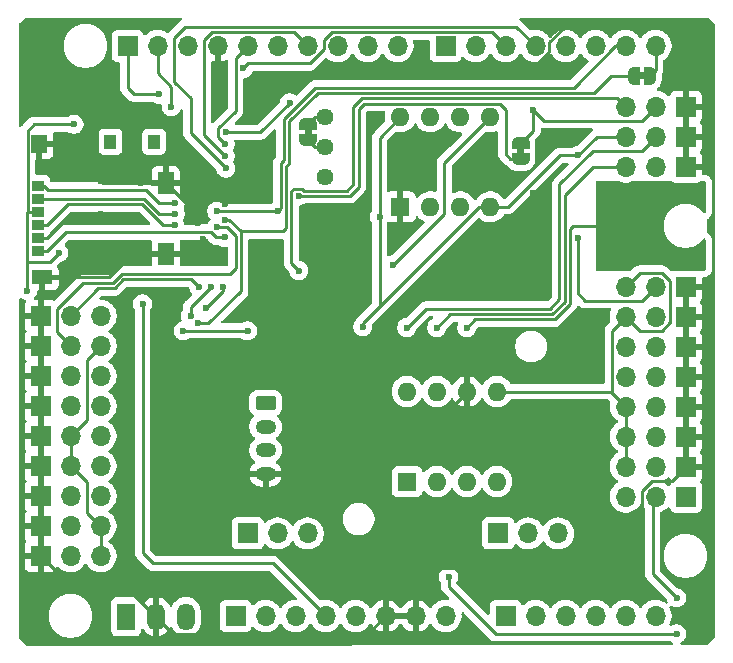
<source format=gbr>
%TF.GenerationSoftware,KiCad,Pcbnew,9.0.7-9.0.7~ubuntu24.04.1*%
%TF.CreationDate,2026-02-14T10:07:45+00:00*%
%TF.ProjectId,ArdynoMon,41726479-6e6f-44d6-9f6e-2e6b69636164,Rev 3.6*%
%TF.SameCoordinates,Original*%
%TF.FileFunction,Copper,L2,Bot*%
%TF.FilePolarity,Positive*%
%FSLAX46Y46*%
G04 Gerber Fmt 4.6, Leading zero omitted, Abs format (unit mm)*
G04 Created by KiCad (PCBNEW 9.0.7-9.0.7~ubuntu24.04.1) date 2026-02-14 10:07:45*
%MOMM*%
%LPD*%
G01*
G04 APERTURE LIST*
G04 Aperture macros list*
%AMRoundRect*
0 Rectangle with rounded corners*
0 $1 Rounding radius*
0 $2 $3 $4 $5 $6 $7 $8 $9 X,Y pos of 4 corners*
0 Add a 4 corners polygon primitive as box body*
4,1,4,$2,$3,$4,$5,$6,$7,$8,$9,$2,$3,0*
0 Add four circle primitives for the rounded corners*
1,1,$1+$1,$2,$3*
1,1,$1+$1,$4,$5*
1,1,$1+$1,$6,$7*
1,1,$1+$1,$8,$9*
0 Add four rect primitives between the rounded corners*
20,1,$1+$1,$2,$3,$4,$5,0*
20,1,$1+$1,$4,$5,$6,$7,0*
20,1,$1+$1,$6,$7,$8,$9,0*
20,1,$1+$1,$8,$9,$2,$3,0*%
%AMFreePoly0*
4,1,23,0.500000,-0.750000,0.000000,-0.750000,0.000000,-0.745722,-0.065263,-0.745722,-0.191342,-0.711940,-0.304381,-0.646677,-0.396677,-0.554381,-0.461940,-0.441342,-0.495722,-0.315263,-0.495722,-0.250000,-0.500000,-0.250000,-0.500000,0.250000,-0.495722,0.250000,-0.495722,0.315263,-0.461940,0.441342,-0.396677,0.554381,-0.304381,0.646677,-0.191342,0.711940,-0.065263,0.745722,0.000000,0.745722,
0.000000,0.750000,0.500000,0.750000,0.500000,-0.750000,0.500000,-0.750000,$1*%
%AMFreePoly1*
4,1,23,0.000000,0.745722,0.065263,0.745722,0.191342,0.711940,0.304381,0.646677,0.396677,0.554381,0.461940,0.441342,0.495722,0.315263,0.495722,0.250000,0.500000,0.250000,0.500000,-0.250000,0.495722,-0.250000,0.495722,-0.315263,0.461940,-0.441342,0.396677,-0.554381,0.304381,-0.646677,0.191342,-0.711940,0.065263,-0.745722,0.000000,-0.745722,0.000000,-0.750000,-0.500000,-0.750000,
-0.500000,0.750000,0.000000,0.750000,0.000000,0.745722,0.000000,0.745722,$1*%
G04 Aperture macros list end*
%TA.AperFunction,EtchedComponent*%
%ADD10C,0.000000*%
%TD*%
%TA.AperFunction,ComponentPad*%
%ADD11R,1.700000X1.700000*%
%TD*%
%TA.AperFunction,ComponentPad*%
%ADD12O,1.700000X1.700000*%
%TD*%
%TA.AperFunction,ComponentPad*%
%ADD13R,1.600000X1.600000*%
%TD*%
%TA.AperFunction,ComponentPad*%
%ADD14O,1.600000X1.600000*%
%TD*%
%TA.AperFunction,ComponentPad*%
%ADD15RoundRect,0.250000X-0.625000X0.350000X-0.625000X-0.350000X0.625000X-0.350000X0.625000X0.350000X0*%
%TD*%
%TA.AperFunction,ComponentPad*%
%ADD16O,1.750000X1.200000*%
%TD*%
%TA.AperFunction,ComponentPad*%
%ADD17C,1.440000*%
%TD*%
%TA.AperFunction,SMDPad,CuDef*%
%ADD18FreePoly0,0.000000*%
%TD*%
%TA.AperFunction,SMDPad,CuDef*%
%ADD19FreePoly1,0.000000*%
%TD*%
%TA.AperFunction,SMDPad,CuDef*%
%ADD20FreePoly0,90.000000*%
%TD*%
%TA.AperFunction,SMDPad,CuDef*%
%ADD21FreePoly1,90.000000*%
%TD*%
%TA.AperFunction,ComponentPad*%
%ADD22R,1.500000X2.300000*%
%TD*%
%TA.AperFunction,ComponentPad*%
%ADD23O,1.500000X2.300000*%
%TD*%
%TA.AperFunction,SMDPad,CuDef*%
%ADD24FreePoly0,270.000000*%
%TD*%
%TA.AperFunction,SMDPad,CuDef*%
%ADD25FreePoly1,270.000000*%
%TD*%
%TA.AperFunction,SMDPad,CuDef*%
%ADD26R,1.100000X0.850000*%
%TD*%
%TA.AperFunction,SMDPad,CuDef*%
%ADD27R,1.000000X1.200000*%
%TD*%
%TA.AperFunction,SMDPad,CuDef*%
%ADD28R,1.350000X1.550000*%
%TD*%
%TA.AperFunction,SMDPad,CuDef*%
%ADD29R,1.350000X1.900000*%
%TD*%
%TA.AperFunction,SMDPad,CuDef*%
%ADD30R,1.800000X1.170000*%
%TD*%
%TA.AperFunction,ViaPad*%
%ADD31C,0.600000*%
%TD*%
%TA.AperFunction,Conductor*%
%ADD32C,0.250000*%
%TD*%
G04 APERTURE END LIST*
D10*
%TA.AperFunction,EtchedComponent*%
%TO.C,JRX0*%
G36*
X113392000Y-81580000D02*
G01*
X112892000Y-81580000D01*
X112892000Y-80980000D01*
X113392000Y-80980000D01*
X113392000Y-81580000D01*
G37*
%TD.AperFunction*%
%TA.AperFunction,EtchedComponent*%
%TO.C,JPS0*%
G36*
X103170000Y-87895000D02*
G01*
X102570000Y-87895000D01*
X102570000Y-87395000D01*
X103170000Y-87395000D01*
X103170000Y-87895000D01*
G37*
%TD.AperFunction*%
%TA.AperFunction,EtchedComponent*%
%TO.C,JP3*%
G36*
X85180000Y-86270000D02*
G01*
X84580000Y-86270000D01*
X84580000Y-85770000D01*
X85180000Y-85770000D01*
X85180000Y-86270000D01*
G37*
%TD.AperFunction*%
%TD*%
D11*
%TO.P,JPR1,1,Pin_1*%
%TO.N,unconnected-(JPR1-Pin_1-Pad1)*%
X79771000Y-120015000D03*
D12*
%TO.P,JPR1,2,Pin_2*%
%TO.N,unconnected-(JPR1-Pin_2-Pad2)*%
X82311000Y-120015000D03*
%TO.P,JPR1,3,Pin_3*%
%TO.N,unconnected-(JPR1-Pin_3-Pad3)*%
X84851000Y-120015000D03*
%TD*%
D11*
%TO.P,J19,1,Pin_1*%
%TO.N,/SCL*%
X69596000Y-78740000D03*
D12*
%TO.P,J19,2,Pin_2*%
%TO.N,/SDA*%
X72136000Y-78740000D03*
%TO.P,J19,3,Pin_3*%
%TO.N,unconnected-(J19-Pin_3-Pad3)*%
X74676000Y-78740000D03*
%TO.P,J19,4,Pin_4*%
%TO.N,GND*%
X77216000Y-78740000D03*
%TO.P,J19,5,Pin_5*%
%TO.N,/D13*%
X79756000Y-78740000D03*
%TO.P,J19,6,Pin_6*%
%TO.N,/D12*%
X82296000Y-78740000D03*
%TO.P,J19,7,Pin_7*%
%TO.N,/D11*%
X84836000Y-78740000D03*
%TO.P,J19,8,Pin_8*%
%TO.N,/D10*%
X87376000Y-78740000D03*
%TO.P,J19,9,Pin_9*%
%TO.N,/D9*%
X89916000Y-78740000D03*
%TO.P,J19,10,Pin_10*%
%TO.N,/CLRX*%
X92456000Y-78740000D03*
%TD*%
D11*
%TO.P,JVR1,1,Pin_1*%
%TO.N,GND*%
X116868000Y-106740000D03*
D12*
%TO.P,JVR1,2,Pin_2*%
%TO.N,/VR1-*%
X114328000Y-106740000D03*
%TO.P,JVR1,3,Pin_3*%
%TO.N,/VR1+*%
X111788000Y-106740000D03*
%TD*%
D13*
%TO.P,U1,1,GND*%
%TO.N,GND*%
X92687000Y-92363800D03*
D14*
%TO.P,U1,2,TR*%
%TO.N,Net-(Q2-C)*%
X95227000Y-92363800D03*
%TO.P,U1,3,Q*%
%TO.N,/Strobe*%
X97767000Y-92363800D03*
%TO.P,U1,4,R*%
%TO.N,+5V*%
X100307000Y-92363800D03*
%TO.P,U1,5,CV*%
%TO.N,Net-(U1-CV)*%
X100307000Y-84743800D03*
%TO.P,U1,6,THR*%
%TO.N,Net-(U1-DIS)*%
X97767000Y-84743800D03*
%TO.P,U1,7,DIS*%
X95227000Y-84743800D03*
%TO.P,U1,8,VCC*%
%TO.N,+5V*%
X92687000Y-84743800D03*
%TD*%
D11*
%TO.P,JD2,1,Pin_1*%
%TO.N,GND*%
X116868000Y-99120000D03*
D12*
%TO.P,JD2,2,Pin_2*%
%TO.N,Net-(D2-K)*%
X114328000Y-99120000D03*
%TO.P,JD2,3,Pin_3*%
%TO.N,+5V*%
X111788000Y-99120000D03*
%TD*%
D11*
%TO.P,JD3,1,Pin_1*%
%TO.N,GND*%
X116868000Y-101660000D03*
D12*
%TO.P,JD3,2,Pin_2*%
%TO.N,Net-(D3-K)*%
X114328000Y-101660000D03*
%TO.P,JD3,3,Pin_3*%
%TO.N,+5V*%
X111788000Y-101660000D03*
%TD*%
D11*
%TO.P,JPR2,1,Pin_1*%
%TO.N,unconnected-(JPR2-Pin_1-Pad1)*%
X100980000Y-120015000D03*
D12*
%TO.P,JPR2,2,Pin_2*%
%TO.N,unconnected-(JPR2-Pin_2-Pad2)*%
X103520000Y-120015000D03*
%TO.P,JPR2,3,Pin_3*%
%TO.N,unconnected-(JPR2-Pin_3-Pad3)*%
X106060000Y-120015000D03*
%TD*%
D11*
%TO.P,JDd5,1,Pin_1*%
%TO.N,GND*%
X62245000Y-101600000D03*
D12*
%TO.P,JDd5,2,Pin_2*%
%TO.N,/1w*%
X64785000Y-101600000D03*
%TO.P,JDd5,3,Pin_3*%
%TO.N,+3V3*%
X67325000Y-101600000D03*
%TD*%
D11*
%TO.P,JD23,1,Pin_1*%
%TO.N,GND*%
X62245000Y-109220000D03*
D12*
%TO.P,JD23,2,Pin_2*%
%TO.N,/RXO*%
X64785000Y-109220000D03*
%TO.P,JD23,3,Pin_3*%
%TO.N,/D1*%
X67325000Y-109220000D03*
%TD*%
D15*
%TO.P,J22,1,Pin_1*%
%TO.N,/SCL*%
X81280000Y-108966000D03*
D16*
%TO.P,J22,2,Pin_2*%
%TO.N,/SDA*%
X81280000Y-110966000D03*
%TO.P,J22,3,Pin_3*%
%TO.N,+5V*%
X81280000Y-112966000D03*
%TO.P,J22,4,Pin_4*%
%TO.N,GND*%
X81280000Y-114966000D03*
%TD*%
D11*
%TO.P,JVR2,1,Pin_1*%
%TO.N,GND*%
X116868000Y-104200000D03*
D12*
%TO.P,JVR2,2,Pin_2*%
%TO.N,/VR2-*%
X114328000Y-104200000D03*
%TO.P,JVR2,3,Pin_3*%
%TO.N,/VR2+*%
X111788000Y-104200000D03*
%TD*%
D11*
%TO.P,J20,1,Pin_1*%
%TO.N,/CLTX*%
X96520000Y-78740000D03*
D12*
%TO.P,J20,2,Pin_2*%
%TO.N,/ALEDS*%
X99060000Y-78740000D03*
%TO.P,J20,3,Pin_3*%
%TO.N,/1W*%
X101600000Y-78740000D03*
%TO.P,J20,4,Pin_4*%
%TO.N,/D4*%
X104140000Y-78740000D03*
%TO.P,J20,5,Pin_5*%
%TO.N,/D3*%
X106680000Y-78740000D03*
%TO.P,J20,6,Pin_6*%
%TO.N,/D2*%
X109220000Y-78740000D03*
%TO.P,J20,7,Pin_7*%
%TO.N,/D1*%
X111760000Y-78740000D03*
%TO.P,J20,8,Pin_8*%
%TO.N,/D0*%
X114300000Y-78740000D03*
%TD*%
D11*
%TO.P,JD10,1,Pin_1*%
%TO.N,GND*%
X62230000Y-111760000D03*
D12*
%TO.P,JD10,2,Pin_2*%
%TO.N,+5V*%
X64770000Y-111760000D03*
%TO.P,JD10,3,Pin_3*%
%TO.N,/D10*%
X67310000Y-111760000D03*
%TD*%
D11*
%TO.P,J15,1,Pin_1*%
%TO.N,GND*%
X62230000Y-121920000D03*
D12*
%TO.P,J15,2,Pin_2*%
%TO.N,/15Vin*%
X64770000Y-121920000D03*
%TO.P,J15,3,Pin_3*%
%TO.N,+5V*%
X67310000Y-121920000D03*
%TD*%
D11*
%TO.P,JA2,1,Pin_1*%
%TO.N,GND*%
X116868000Y-111820000D03*
D12*
%TO.P,JA2,2,Pin_2*%
%TO.N,/A2*%
X114328000Y-111820000D03*
%TO.P,JA2,3,Pin_3*%
%TO.N,+5V*%
X111788000Y-111820000D03*
%TD*%
D11*
%TO.P,JTF0,1,Pin_1*%
%TO.N,GND*%
X116868000Y-86420000D03*
D12*
%TO.P,JTF0,2,Pin_2*%
%TO.N,Net-(JTF0-Pin_2)*%
X114328000Y-86420000D03*
%TO.P,JTF0,3,Pin_3*%
%TO.N,+5V*%
X111788000Y-86420000D03*
%TD*%
D11*
%TO.P,JTS0,1,Pin_1*%
%TO.N,GND*%
X116868000Y-83880000D03*
D12*
%TO.P,JTS0,2,Pin_2*%
%TO.N,/D3*%
X114328000Y-83880000D03*
%TO.P,JTS0,3,Pin_3*%
%TO.N,/Strobe*%
X111788000Y-83880000D03*
%TD*%
D13*
%TO.P,J11,1,Pin_1*%
%TO.N,/VR1-*%
X93256000Y-115620000D03*
D14*
%TO.P,J11,2,Pin_2*%
%TO.N,/VR1+*%
X95796000Y-115620000D03*
%TO.P,J11,3,Pin_3*%
%TO.N,/VR2+*%
X98336000Y-115620000D03*
%TO.P,J11,4,Pin_4*%
%TO.N,/VR2-*%
X100876000Y-115620000D03*
%TO.P,J11,5,Pin_5*%
%TO.N,+5V*%
X100876000Y-108000000D03*
%TO.P,J11,6,Pin_6*%
%TO.N,GND*%
X98336000Y-108000000D03*
%TO.P,J11,7,Pin_7*%
%TO.N,/D3*%
X95796000Y-108000000D03*
%TO.P,J11,8,Pin_8*%
%TO.N,/D2*%
X93256000Y-108000000D03*
%TD*%
D11*
%TO.P,JD78,1,Pin_1*%
%TO.N,GND*%
X62245000Y-116840000D03*
D12*
%TO.P,JD78,2,Pin_2*%
%TO.N,/CLTX*%
X64785000Y-116840000D03*
%TO.P,JD78,3,Pin_3*%
%TO.N,/CLRX*%
X67325000Y-116840000D03*
%TD*%
D11*
%TO.P,JA0,1,Pin_1*%
%TO.N,Net-(JA0-Pin_1)*%
X116868000Y-116900000D03*
D12*
%TO.P,JA0,2,Pin_2*%
%TO.N,Net-(JA0-Pin_2)*%
X114328000Y-116900000D03*
%TO.P,JA0,3,Pin_3*%
%TO.N,/A0*%
X111788000Y-116900000D03*
%TD*%
D11*
%TO.P,JTR0,1,Pin_1*%
%TO.N,GND*%
X116868000Y-88960000D03*
D12*
%TO.P,JTR0,2,Pin_2*%
%TO.N,/PCBcap*%
X114328000Y-88960000D03*
%TO.P,JTR0,3,Pin_3*%
%TO.N,Net-(JTR0-Pin_3)*%
X111788000Y-88960000D03*
%TD*%
D11*
%TO.P,JD9,1,Pin_1*%
%TO.N,GND*%
X62230000Y-114300000D03*
D12*
%TO.P,JD9,2,Pin_2*%
%TO.N,+5V*%
X64770000Y-114300000D03*
%TO.P,JD9,3,Pin_3*%
%TO.N,/D9*%
X67310000Y-114300000D03*
%TD*%
D11*
%TO.P,JA3,1,Pin_1*%
%TO.N,GND*%
X116868000Y-109280000D03*
D12*
%TO.P,JA3,2,Pin_2*%
%TO.N,/A3*%
X114328000Y-109280000D03*
%TO.P,JA3,3,Pin_3*%
%TO.N,+5V*%
X111788000Y-109280000D03*
%TD*%
D11*
%TO.P,JDd23,1,Pin_1*%
%TO.N,GND*%
X62245000Y-106680000D03*
D12*
%TO.P,JDd23,2,Pin_2*%
%TO.N,/rx*%
X64785000Y-106680000D03*
%TO.P,JDd23,3,Pin_3*%
%TO.N,/tx*%
X67325000Y-106680000D03*
%TD*%
D11*
%TO.P,J17,1,Pin_1*%
%TO.N,unconnected-(J17-Pin_1-Pad1)*%
X78740000Y-127000000D03*
D12*
%TO.P,J17,2,Pin_2*%
%TO.N,unconnected-(J17-Pin_2-Pad2)*%
X81280000Y-127000000D03*
%TO.P,J17,3,Pin_3*%
%TO.N,unconnected-(J17-Pin_3-Pad3)*%
X83820000Y-127000000D03*
%TO.P,J17,4,Pin_4*%
%TO.N,+3V3*%
X86360000Y-127000000D03*
%TO.P,J17,5,Pin_5*%
%TO.N,+5V*%
X88900000Y-127000000D03*
%TO.P,J17,6,Pin_6*%
%TO.N,GND*%
X91440000Y-127000000D03*
%TO.P,J17,7,Pin_7*%
X93980000Y-127000000D03*
%TO.P,J17,8,Pin_8*%
%TO.N,VCC*%
X96520000Y-127000000D03*
%TD*%
D11*
%TO.P,JD6,1,Pin_1*%
%TO.N,GND*%
X62230000Y-119380000D03*
D12*
%TO.P,JD6,2,Pin_2*%
%TO.N,/ALEDS*%
X64770000Y-119380000D03*
%TO.P,JD6,3,Pin_3*%
%TO.N,+5V*%
X67310000Y-119380000D03*
%TD*%
D11*
%TO.P,JD5,1,Pin_1*%
%TO.N,GND*%
X62245000Y-104140000D03*
D12*
%TO.P,JD5,2,Pin_2*%
%TO.N,/1W*%
X64785000Y-104140000D03*
%TO.P,JD5,3,Pin_3*%
%TO.N,+5V*%
X67325000Y-104140000D03*
%TD*%
D11*
%TO.P,J18,1,Pin_1*%
%TO.N,/A0*%
X101600000Y-127000000D03*
D12*
%TO.P,J18,2,Pin_2*%
%TO.N,/A1*%
X104140000Y-127000000D03*
%TO.P,J18,3,Pin_3*%
%TO.N,/A2*%
X106680000Y-127000000D03*
%TO.P,J18,4,Pin_4*%
%TO.N,/A3*%
X109220000Y-127000000D03*
%TO.P,J18,5,Pin_5*%
%TO.N,unconnected-(J18-Pin_5-Pad5)*%
X111760000Y-127000000D03*
%TO.P,J18,6,Pin_6*%
%TO.N,unconnected-(J18-Pin_6-Pad6)*%
X114300000Y-127000000D03*
%TD*%
D11*
%TO.P,JA1,1,Pin_1*%
%TO.N,GND*%
X116868000Y-114360000D03*
D12*
%TO.P,JA1,2,Pin_2*%
%TO.N,/A1*%
X114328000Y-114360000D03*
%TO.P,JA1,3,Pin_3*%
%TO.N,+5V*%
X111788000Y-114360000D03*
%TD*%
D17*
%TO.P,RV6,1,1*%
%TO.N,Net-(JP3-A)*%
X86337000Y-84743800D03*
%TO.P,RV6,2,2*%
%TO.N,+5V*%
X86337000Y-87283800D03*
%TO.P,RV6,3,3*%
X86337000Y-89823800D03*
%TD*%
D18*
%TO.P,JRX0,1,A*%
%TO.N,/RXO*%
X112492000Y-81280000D03*
D19*
%TO.P,JRX0,2,B*%
%TO.N,/D0*%
X113792000Y-81280000D03*
%TD*%
D20*
%TO.P,JPS0,1,A*%
%TO.N,Net-(JPS0-A)*%
X102870000Y-88295000D03*
D21*
%TO.P,JPS0,2,B*%
%TO.N,/D3*%
X102870000Y-86995000D03*
%TD*%
D22*
%TO.P,U5,1,IN*%
%TO.N,/VinMon*%
X69463000Y-127060000D03*
D23*
%TO.P,U5,2,GND*%
%TO.N,GND*%
X72003000Y-127060000D03*
%TO.P,U5,3,OUT*%
%TO.N,+5V*%
X74543000Y-127060000D03*
%TD*%
D24*
%TO.P,JP3,1,A*%
%TO.N,Net-(JP3-A)*%
X84880000Y-85370000D03*
D25*
%TO.P,JP3,2,B*%
%TO.N,+5V*%
X84880000Y-86670000D03*
%TD*%
D26*
%TO.P,J14,2,DAT3/CD*%
%TO.N,/ss*%
X61999400Y-90585600D03*
%TO.P,J14,3,CMD*%
%TO.N,/mosi*%
X61999400Y-91685600D03*
%TO.P,J14,4,VDD*%
%TO.N,+3V3*%
X61999400Y-92785600D03*
%TO.P,J14,5,CLK*%
%TO.N,/sck*%
X61999400Y-93885600D03*
%TO.P,J14,6,VSS*%
%TO.N,GND*%
X61999400Y-94985600D03*
%TO.P,J14,7,DAT0*%
%TO.N,/D12*%
X61999400Y-96085600D03*
D27*
%TO.P,J14,9,DET_B*%
%TO.N,unconnected-(J14-DET_B-Pad9)*%
X68149400Y-86850600D03*
%TO.P,J14,10,DET_A*%
%TO.N,unconnected-(J14-DET_A-Pad10)*%
X71849400Y-86850600D03*
D28*
%TO.P,J14,11,SHIELD*%
%TO.N,GND*%
X62124400Y-87025600D03*
D29*
X72824400Y-90350600D03*
X72824400Y-96320600D03*
D30*
X62349400Y-98345600D03*
%TD*%
D31*
%TO.N,+5V*%
X90932000Y-93218000D03*
X89512000Y-102508800D03*
X107754450Y-87989850D03*
X77904400Y-86033600D03*
X83312000Y-83566000D03*
%TO.N,GND*%
X89691000Y-92171800D03*
X75946000Y-95097600D03*
X100076000Y-86614000D03*
X75539600Y-93726000D03*
X103944450Y-91164850D03*
X65061800Y-87256600D03*
X67310000Y-90170000D03*
X67310000Y-92964000D03*
X70700600Y-96400600D03*
X84103000Y-102331800D03*
X67310000Y-80899000D03*
X77853600Y-92129600D03*
X86868000Y-124206000D03*
X70700600Y-90304600D03*
X102108000Y-81280000D03*
X93218000Y-104902000D03*
%TO.N,+3V3*%
X63754000Y-96266000D03*
X70866000Y-100584000D03*
X65061800Y-85377000D03*
X61112400Y-99466400D03*
%TO.N,/D3*%
X103944450Y-84179850D03*
%TO.N,/D12*%
X77825600Y-94945200D03*
%TO.N,/1W*%
X79375000Y-80645000D03*
X77142400Y-94110800D03*
%TO.N,/1w*%
X75618400Y-99140000D03*
%TO.N,/SCL*%
X72265600Y-82833200D03*
%TO.N,/SDA*%
X73291400Y-83900000D03*
%TO.N,/rx*%
X76634400Y-99140000D03*
X74930000Y-101600000D03*
%TO.N,/D13*%
X77863400Y-87049600D03*
%TO.N,Net-(JTF0-Pin_2)*%
X93247000Y-102585800D03*
%TO.N,/PCBcap*%
X98327000Y-102585800D03*
%TO.N,/Strobe*%
X84103000Y-97759800D03*
%TO.N,Net-(JA0-Pin_2)*%
X116078000Y-125476000D03*
%TO.N,Net-(JTR0-Pin_3)*%
X95787000Y-102585800D03*
%TO.N,/tx*%
X77701200Y-99140000D03*
X76200000Y-100965000D03*
%TO.N,/D4*%
X77904400Y-89081600D03*
%TO.N,/mosi*%
X73637200Y-92942400D03*
%TO.N,/sck*%
X73586400Y-93907600D03*
%TO.N,/ss*%
X73637200Y-92078800D03*
%TO.N,/D11*%
X77863400Y-88065600D03*
%TO.N,/D1*%
X79756000Y-102870000D03*
X74295000Y-102870000D03*
X82296000Y-92710000D03*
X77142400Y-92739200D03*
%TO.N,Net-(U1-CV)*%
X92075000Y-97282000D03*
%TO.N,Net-(D2-K)*%
X107696000Y-94996000D03*
%TO.N,/RXO*%
X77853600Y-93450400D03*
X75565000Y-102235000D03*
%TO.N,Net-(JPS0-A)*%
X84074000Y-91440000D03*
%TO.N,/VinMon*%
X116078000Y-128524000D03*
X96774000Y-123698000D03*
%TD*%
D32*
%TO.N,+5V*%
X85493800Y-87283800D02*
X84880000Y-86670000D01*
X114814701Y-102835000D02*
X112963000Y-102835000D01*
X107754450Y-87989850D02*
X106172000Y-87989850D01*
X90932000Y-93218000D02*
X90932000Y-100789791D01*
X80844400Y-86033600D02*
X83312000Y-83566000D01*
X67338000Y-121980000D02*
X67338000Y-119440000D01*
X109324300Y-86420000D02*
X107754450Y-87989850D01*
X115503000Y-98633299D02*
X115503000Y-102146701D01*
X100307000Y-92363800D02*
X99357991Y-92363800D01*
X90932000Y-86498800D02*
X92687000Y-84743800D01*
X110613000Y-102835000D02*
X110613000Y-107895000D01*
X86337000Y-87283800D02*
X85493800Y-87283800D01*
X67338000Y-119440000D02*
X66150000Y-118252000D01*
X90932000Y-100789791D02*
X89512000Y-102209791D01*
X66150000Y-118252000D02*
X66150000Y-115680000D01*
X106172000Y-87989850D02*
X101798050Y-92363800D01*
X110613000Y-107895000D02*
X110508000Y-108000000D01*
X115503000Y-102146701D02*
X114814701Y-102835000D01*
X112963000Y-97945000D02*
X114814701Y-97945000D01*
X111788000Y-101660000D02*
X110613000Y-102835000D01*
X111788000Y-99120000D02*
X112963000Y-97945000D01*
X66150000Y-115680000D02*
X64770000Y-114300000D01*
X110508000Y-108000000D02*
X111788000Y-109280000D01*
X90932000Y-93218000D02*
X90932000Y-86498800D01*
X67310000Y-104140000D02*
X66150000Y-105300000D01*
X66150000Y-105300000D02*
X66150000Y-110380000D01*
X77904400Y-86033600D02*
X80844400Y-86033600D01*
X111788000Y-111820000D02*
X111788000Y-114360000D01*
X114814701Y-97945000D02*
X115503000Y-98633299D01*
X64770000Y-114300000D02*
X64770000Y-111803000D01*
X99357991Y-92363800D02*
X89512000Y-102209791D01*
X111788000Y-86420000D02*
X109324300Y-86420000D01*
X101798050Y-92363800D02*
X100307000Y-92363800D01*
X89512000Y-102209791D02*
X89512000Y-102508800D01*
X112963000Y-102835000D02*
X111788000Y-101660000D01*
X111788000Y-109280000D02*
X111788000Y-111820000D01*
X100876000Y-108000000D02*
X110508000Y-108000000D01*
X66150000Y-110380000D02*
X64770000Y-111760000D01*
%TO.N,GND*%
X91440000Y-127000000D02*
X91440000Y-120650000D01*
X77853600Y-92129600D02*
X77193200Y-91469200D01*
X116332000Y-77216000D02*
X106542299Y-77216000D01*
X67310000Y-89504800D02*
X67310000Y-90170000D01*
X91409000Y-114966000D02*
X91440000Y-114935000D01*
X76785800Y-90350600D02*
X72824400Y-90350600D01*
X91440000Y-120650000D02*
X91440000Y-116840000D01*
X81280000Y-114966000D02*
X91409000Y-114966000D01*
X61999400Y-94985600D02*
X62748400Y-94985600D01*
X89905000Y-128535000D02*
X73478000Y-128535000D01*
X91440000Y-116840000D02*
X91440000Y-116205000D01*
X70700600Y-90304600D02*
X72778400Y-90304600D01*
X103261701Y-81280000D02*
X102108000Y-81280000D01*
X119180000Y-89608000D02*
X118532000Y-88960000D01*
X109474000Y-122936000D02*
X113153000Y-119257000D01*
X116868000Y-83880000D02*
X116868000Y-77752000D01*
X62230000Y-98465000D02*
X62349400Y-98345600D01*
X105315000Y-78443299D02*
X105315000Y-79226701D01*
X91440000Y-116205000D02*
X91440000Y-114935000D01*
X119180000Y-98552000D02*
X119180000Y-89608000D01*
X85149200Y-103378000D02*
X84103000Y-102331800D01*
X118532000Y-88960000D02*
X116868000Y-88960000D01*
X62230000Y-121920000D02*
X63754000Y-123444000D01*
X73478000Y-128535000D02*
X72003000Y-127060000D01*
X75539600Y-93065800D02*
X75539600Y-93726000D01*
X72824400Y-90350600D02*
X75539600Y-93065800D01*
X91440000Y-114896000D02*
X91440000Y-114935000D01*
X70700600Y-96400600D02*
X72744400Y-96400600D01*
X113153000Y-119257000D02*
X113153000Y-116413299D01*
X77193200Y-91469200D02*
X77193200Y-90758000D01*
X68024400Y-98345600D02*
X69969400Y-96400600D01*
X116868000Y-99120000D02*
X118612000Y-99120000D01*
X64830800Y-87025600D02*
X62124400Y-87025600D01*
X91440000Y-127000000D02*
X93980000Y-127000000D01*
X91440000Y-114896000D02*
X98336000Y-108000000D01*
X74723000Y-96320600D02*
X75946000Y-95097600D01*
X77193200Y-90758000D02*
X76785800Y-90350600D01*
X115693000Y-115535000D02*
X116868000Y-114360000D01*
X91440000Y-104648000D02*
X90170000Y-103378000D01*
X62349400Y-98345600D02*
X68024400Y-98345600D01*
X62230000Y-101600000D02*
X62230000Y-98465000D01*
X65061800Y-87256600D02*
X67310000Y-89504800D01*
X68387000Y-123444000D02*
X72003000Y-127060000D01*
X105315000Y-79226701D02*
X103261701Y-81280000D01*
X93980000Y-127000000D02*
X93980000Y-123190000D01*
X67444600Y-90304600D02*
X67310000Y-90170000D01*
X65061800Y-87256600D02*
X64830800Y-87025600D01*
X106542299Y-77216000D02*
X105315000Y-78443299D01*
X91440000Y-116840000D02*
X91440000Y-114896000D01*
X69969400Y-96400600D02*
X70700600Y-96400600D01*
X63754000Y-123444000D02*
X68387000Y-123444000D01*
X91440000Y-127000000D02*
X89905000Y-128535000D01*
X118612000Y-99120000D02*
X119180000Y-98552000D01*
X93980000Y-123190000D02*
X94234000Y-122936000D01*
X72824400Y-96320600D02*
X74723000Y-96320600D01*
X62748400Y-94985600D02*
X64770000Y-92964000D01*
X91440000Y-116205000D02*
X91440000Y-104648000D01*
X114031299Y-115535000D02*
X115693000Y-115535000D01*
X91440000Y-120650000D02*
X91440000Y-119285000D01*
X116868000Y-77752000D02*
X116332000Y-77216000D01*
X113153000Y-116413299D02*
X114031299Y-115535000D01*
X90170000Y-103378000D02*
X85149200Y-103378000D01*
X64770000Y-92964000D02*
X67310000Y-92964000D01*
X94234000Y-122936000D02*
X109474000Y-122936000D01*
X70700600Y-90304600D02*
X67444600Y-90304600D01*
%TO.N,+3V3*%
X61112400Y-92818600D02*
X61112400Y-97028000D01*
X61199400Y-92785600D02*
X61124400Y-92710600D01*
X61673000Y-85377000D02*
X65061800Y-85377000D01*
X71755000Y-122555000D02*
X81915000Y-122555000D01*
X61124400Y-85925600D02*
X61673000Y-85377000D01*
X81915000Y-122555000D02*
X86360000Y-127000000D01*
X62992000Y-97028000D02*
X61112400Y-97028000D01*
X61112400Y-97028000D02*
X61112400Y-99466400D01*
X61124400Y-92764600D02*
X61124400Y-85925600D01*
X61145400Y-92785600D02*
X61124400Y-92764600D01*
X70866000Y-121666000D02*
X71755000Y-122555000D01*
X61999400Y-92785600D02*
X61199400Y-92785600D01*
X63754000Y-96266000D02*
X62992000Y-97028000D01*
X70866000Y-100584000D02*
X70866000Y-121666000D01*
X61999400Y-92785600D02*
X61145400Y-92785600D01*
X61145400Y-92785600D02*
X61112400Y-92818600D01*
%TO.N,/D3*%
X103944450Y-85920550D02*
X102870000Y-86995000D01*
X114328000Y-83880000D02*
X113153000Y-85055000D01*
X104819600Y-85055000D02*
X103944450Y-84179850D01*
X113153000Y-85055000D02*
X104819600Y-85055000D01*
X103944450Y-84179850D02*
X103944450Y-85920550D01*
%TO.N,/D12*%
X62799400Y-96085600D02*
X61999400Y-96085600D01*
X75627116Y-94532600D02*
X64352400Y-94532600D01*
X76620316Y-94472600D02*
X75687116Y-94472600D01*
X77825600Y-94945200D02*
X77092916Y-94945200D01*
X75687116Y-94472600D02*
X75627116Y-94532600D01*
X77092916Y-94945200D02*
X76620316Y-94472600D01*
X64352400Y-94532600D02*
X62799400Y-96085600D01*
%TO.N,/1W*%
X101600000Y-78740000D02*
X100425000Y-77565000D01*
X68335004Y-98795600D02*
X69086604Y-98044000D01*
X78232000Y-98044000D02*
X78740000Y-97536000D01*
X65796400Y-98795600D02*
X68335004Y-98795600D01*
X69086604Y-98044000D02*
X78232000Y-98044000D01*
X63595000Y-102965000D02*
X63610000Y-102965000D01*
X77975484Y-94110800D02*
X77142400Y-94110800D01*
X79818802Y-80201198D02*
X79375000Y-80645000D01*
X63610000Y-102965000D02*
X64785000Y-104140000D01*
X86201000Y-78253299D02*
X86201000Y-79036701D01*
X79818802Y-80201198D02*
X85036503Y-80201198D01*
X100425000Y-77565000D02*
X86889299Y-77565000D01*
X78740000Y-94875316D02*
X77975484Y-94110800D01*
X86889299Y-77565000D02*
X86201000Y-78253299D01*
X78740000Y-97536000D02*
X78740000Y-94875316D01*
X63595000Y-102965000D02*
X63595000Y-100997000D01*
X86201000Y-79036701D02*
X85036503Y-80201198D01*
X63595000Y-100997000D02*
X65796400Y-98795600D01*
%TO.N,/1w*%
X75618400Y-99140000D02*
X74993400Y-98515000D01*
X68521400Y-99245600D02*
X69252000Y-98515000D01*
X67124400Y-99245600D02*
X68521400Y-99245600D01*
X64770000Y-101600000D02*
X67124400Y-99245600D01*
X74993400Y-98515000D02*
X69252000Y-98515000D01*
%TO.N,/SCL*%
X70133200Y-82833200D02*
X72265600Y-82833200D01*
X69596000Y-78740000D02*
X69596000Y-82296000D01*
X69596000Y-82296000D02*
X70133200Y-82833200D01*
%TO.N,/SDA*%
X72136000Y-81026000D02*
X72136000Y-78740000D01*
X73291400Y-83900000D02*
X73291400Y-82181400D01*
X73291400Y-82181400D02*
X72136000Y-81026000D01*
%TO.N,/rx*%
X76634400Y-99140000D02*
X74930000Y-100844400D01*
X74930000Y-100844400D02*
X74930000Y-101600000D01*
%TO.N,/D13*%
X78740000Y-84264400D02*
X77279400Y-85725000D01*
X77279400Y-86465600D02*
X77279400Y-85725000D01*
X77863400Y-87049600D02*
X77279400Y-86465600D01*
X78740000Y-79756000D02*
X78740000Y-84264400D01*
X79756000Y-78740000D02*
X78740000Y-79756000D01*
%TO.N,Net-(JTF0-Pin_2)*%
X106166200Y-100206008D02*
X106166200Y-90461984D01*
X113153000Y-87595000D02*
X114328000Y-86420000D01*
X106166200Y-90461984D02*
X109033184Y-87595000D01*
X105381808Y-100990400D02*
X106166200Y-100206008D01*
X93247000Y-102585800D02*
X94842400Y-100990400D01*
X94842400Y-100990400D02*
X105381808Y-100990400D01*
X109033184Y-87595000D02*
X113153000Y-87595000D01*
%TO.N,/PCBcap*%
X107315000Y-93980000D02*
X113665000Y-93980000D01*
X107071000Y-100574000D02*
X107071000Y-94224000D01*
X105754600Y-101890400D02*
X107071000Y-100574000D01*
X107071000Y-94224000D02*
X107315000Y-93980000D01*
X99022400Y-101890400D02*
X105754600Y-101890400D01*
X98327000Y-102585800D02*
X99022400Y-101890400D01*
%TO.N,/Strobe*%
X88138000Y-90990000D02*
X84507884Y-90990000D01*
X89422804Y-83168800D02*
X88704000Y-83887604D01*
X83449000Y-91059000D02*
X83449000Y-97105800D01*
X83449000Y-97105800D02*
X84103000Y-97759800D01*
X111076800Y-83168800D02*
X89422804Y-83168800D01*
X88704000Y-90424000D02*
X88138000Y-90990000D01*
X111788000Y-83880000D02*
X111076800Y-83168800D01*
X83693000Y-90815000D02*
X83449000Y-91059000D01*
X88704000Y-83887604D02*
X88704000Y-90424000D01*
X84507884Y-90990000D02*
X84332884Y-90815000D01*
X84332884Y-90815000D02*
X83693000Y-90815000D01*
%TO.N,Net-(JA0-Pin_2)*%
X114046000Y-123444000D02*
X116078000Y-125476000D01*
X114046000Y-117182000D02*
X114046000Y-123444000D01*
%TO.N,Net-(JTR0-Pin_3)*%
X106616200Y-100392404D02*
X106616200Y-91376200D01*
X109032400Y-88960000D02*
X111788000Y-88960000D01*
X95787000Y-102585800D02*
X96932400Y-101440400D01*
X105568204Y-101440400D02*
X106616200Y-100392404D01*
X96932400Y-101440400D02*
X105568204Y-101440400D01*
X106616200Y-91376200D02*
X109032400Y-88960000D01*
%TO.N,/tx*%
X77701200Y-99463800D02*
X76200000Y-100965000D01*
X77701200Y-99140000D02*
X77701200Y-99463800D01*
%TO.N,/D4*%
X102515000Y-77115000D02*
X104140000Y-78740000D01*
X73501000Y-78063299D02*
X74449299Y-77115000D01*
X74930000Y-86107200D02*
X74930000Y-83183604D01*
X73501000Y-81754604D02*
X73501000Y-78063299D01*
X74930000Y-83183604D02*
X73501000Y-81754604D01*
X77904400Y-89081600D02*
X74930000Y-86107200D01*
X74449299Y-77115000D02*
X102515000Y-77115000D01*
%TO.N,/mosi*%
X70984600Y-91685600D02*
X72241400Y-92942400D01*
X72241400Y-92942400D02*
X73637200Y-92942400D01*
X61999400Y-91685600D02*
X70984600Y-91685600D01*
%TO.N,/sck*%
X70798204Y-92135600D02*
X72570204Y-93907600D01*
X62799400Y-93885600D02*
X64549400Y-92135600D01*
X64549400Y-92135600D02*
X70798204Y-92135600D01*
X72570204Y-93907600D02*
X73586400Y-93907600D01*
X61999400Y-93885600D02*
X62799400Y-93885600D01*
%TO.N,/ss*%
X72277600Y-92078800D02*
X73637200Y-92078800D01*
X62874400Y-90935600D02*
X71134400Y-90935600D01*
X62524400Y-90585600D02*
X62874400Y-90935600D01*
X61999400Y-90585600D02*
X62524400Y-90585600D01*
X71134400Y-90935600D02*
X72277600Y-92078800D01*
%TO.N,/D11*%
X76041000Y-78253299D02*
X76041000Y-86243200D01*
X76041000Y-86243200D02*
X77863400Y-88065600D01*
X83661000Y-77565000D02*
X76729299Y-77565000D01*
X84836000Y-78740000D02*
X83661000Y-77565000D01*
X76729299Y-77565000D02*
X76041000Y-78253299D01*
%TO.N,/D1*%
X82804000Y-88392000D02*
X82549000Y-88647000D01*
X82804000Y-84957884D02*
X82804000Y-88392000D01*
X85493084Y-82268800D02*
X82804000Y-84957884D01*
X79756000Y-102870000D02*
X74295000Y-102870000D01*
X107352901Y-82268800D02*
X110881701Y-78740000D01*
X110881701Y-78740000D02*
X111760000Y-78740000D01*
X77157800Y-92754600D02*
X77142400Y-92739200D01*
X82296000Y-92710000D02*
X82251400Y-92754600D01*
X107315000Y-82268800D02*
X85493084Y-82268800D01*
X82549000Y-88647000D02*
X82549000Y-92457000D01*
X82549000Y-92457000D02*
X82296000Y-92710000D01*
X82251400Y-92754600D02*
X77157800Y-92754600D01*
X107315000Y-82268800D02*
X107352901Y-82268800D01*
%TO.N,/D0*%
X114300000Y-80772000D02*
X113792000Y-81280000D01*
X114300000Y-78740000D02*
X114300000Y-80772000D01*
%TO.N,Net-(U1-CV)*%
X96393000Y-88657800D02*
X100307000Y-84743800D01*
X96393000Y-92964000D02*
X96393000Y-88657800D01*
X92075000Y-97282000D02*
X96393000Y-92964000D01*
%TO.N,Net-(D2-K)*%
X107696000Y-99695000D02*
X108296000Y-100295000D01*
X113153000Y-100295000D02*
X114328000Y-99120000D01*
X107696000Y-94996000D02*
X107696000Y-99695000D01*
X108296000Y-100295000D02*
X113153000Y-100295000D01*
%TO.N,Net-(JP3-A)*%
X86337000Y-84743800D02*
X85506200Y-84743800D01*
X85506200Y-84743800D02*
X84880000Y-85370000D01*
%TO.N,/RXO*%
X110490000Y-81280000D02*
X109051200Y-82718800D01*
X79190000Y-99493884D02*
X79190000Y-94430000D01*
X78210400Y-93450400D02*
X79190000Y-94430000D01*
X83269400Y-88688600D02*
X83269400Y-85128880D01*
X75565000Y-102235000D02*
X76448884Y-102235000D01*
X77853600Y-93450400D02*
X78210400Y-93450400D01*
X76448884Y-102235000D02*
X79190000Y-99493884D01*
X79190000Y-94430000D02*
X82735000Y-94430000D01*
X85679480Y-82718800D02*
X109051200Y-82718800D01*
X83269400Y-85128880D02*
X85679480Y-82718800D01*
X82999000Y-94166000D02*
X82999000Y-88959000D01*
X82999000Y-88959000D02*
X83269400Y-88688600D01*
X112492000Y-81280000D02*
X110490000Y-81280000D01*
X82735000Y-94430000D02*
X82999000Y-94166000D01*
%TO.N,Net-(JPS0-A)*%
X101600000Y-84126800D02*
X101600000Y-87884000D01*
X89609200Y-83618800D02*
X101092000Y-83618800D01*
X89154000Y-90678000D02*
X89154000Y-84074000D01*
X102011000Y-88295000D02*
X102870000Y-88295000D01*
X101600000Y-87884000D02*
X102011000Y-88295000D01*
X101092000Y-83618800D02*
X101600000Y-84126800D01*
X88392000Y-91440000D02*
X89154000Y-90678000D01*
X84074000Y-91440000D02*
X88392000Y-91440000D01*
X89154000Y-84074000D02*
X89609200Y-83618800D01*
%TO.N,/VinMon*%
X96774000Y-123698000D02*
X96774000Y-124524000D01*
X96774000Y-124524000D02*
X100774000Y-128524000D01*
X100774000Y-128524000D02*
X116078000Y-128524000D01*
%TD*%
%TA.AperFunction,Conductor*%
%TO.N,GND*%
G36*
X91367227Y-84271985D02*
G01*
X91412982Y-84324789D01*
X91422926Y-84393947D01*
X91418119Y-84414618D01*
X91410720Y-84437387D01*
X91410720Y-84437390D01*
X91378500Y-84640819D01*
X91378500Y-84846780D01*
X91410949Y-85051657D01*
X91401994Y-85120951D01*
X91376157Y-85158736D01*
X90658565Y-85876331D01*
X90528167Y-86006729D01*
X90504711Y-86030185D01*
X90439927Y-86094968D01*
X90370603Y-86198718D01*
X90370598Y-86198727D01*
X90322845Y-86314014D01*
X90322843Y-86314022D01*
X90298500Y-86436401D01*
X90298500Y-92673222D01*
X90278815Y-92740261D01*
X90277603Y-92742112D01*
X90215516Y-92835033D01*
X90154570Y-92982168D01*
X90154568Y-92982176D01*
X90123500Y-93138365D01*
X90123500Y-93297634D01*
X90154568Y-93453823D01*
X90154570Y-93453831D01*
X90215515Y-93600966D01*
X90277603Y-93693887D01*
X90298480Y-93760564D01*
X90298500Y-93762777D01*
X90298500Y-100476025D01*
X90278815Y-100543064D01*
X90262181Y-100563706D01*
X89108167Y-101717720D01*
X89073255Y-101752632D01*
X89019926Y-101805960D01*
X89019925Y-101805962D01*
X88950600Y-101909713D01*
X88950600Y-101909714D01*
X88947950Y-101916113D01*
X88921073Y-101956334D01*
X88884000Y-101993407D01*
X88883993Y-101993416D01*
X88795517Y-102125830D01*
X88734570Y-102272968D01*
X88734568Y-102272976D01*
X88703500Y-102429165D01*
X88703500Y-102588434D01*
X88734568Y-102744623D01*
X88734570Y-102744631D01*
X88795517Y-102891769D01*
X88883995Y-103024187D01*
X88884001Y-103024194D01*
X88996605Y-103136798D01*
X88996612Y-103136804D01*
X89129030Y-103225282D01*
X89129031Y-103225282D01*
X89129032Y-103225283D01*
X89276169Y-103286230D01*
X89400738Y-103311008D01*
X89432365Y-103317299D01*
X89432369Y-103317300D01*
X89432370Y-103317300D01*
X89591631Y-103317300D01*
X89591632Y-103317299D01*
X89747831Y-103286230D01*
X89894968Y-103225283D01*
X90027389Y-103136803D01*
X90140003Y-103024189D01*
X90228483Y-102891768D01*
X90289430Y-102744631D01*
X90320500Y-102588430D01*
X90320500Y-102429170D01*
X90311534Y-102384094D01*
X90317761Y-102314505D01*
X90345468Y-102272225D01*
X99267517Y-93350177D01*
X99328840Y-93316692D01*
X99398532Y-93321676D01*
X99442879Y-93350177D01*
X99454571Y-93361869D01*
X99454576Y-93361873D01*
X99526618Y-93414214D01*
X99621197Y-93482929D01*
X99730178Y-93538458D01*
X99804705Y-93576432D01*
X99804707Y-93576432D01*
X99804710Y-93576434D01*
X99899244Y-93607150D01*
X100000591Y-93640080D01*
X100024028Y-93643792D01*
X100204019Y-93672300D01*
X100204020Y-93672300D01*
X100409980Y-93672300D01*
X100409981Y-93672300D01*
X100613408Y-93640080D01*
X100809290Y-93576434D01*
X100992803Y-93482929D01*
X101159430Y-93361868D01*
X101305068Y-93216230D01*
X101357880Y-93143540D01*
X101426993Y-93048415D01*
X101482323Y-93005749D01*
X101527311Y-92997300D01*
X101860445Y-92997300D01*
X101860446Y-92997299D01*
X101982835Y-92972955D01*
X102098125Y-92925200D01*
X102201883Y-92855871D01*
X106398085Y-88659669D01*
X106459408Y-88626184D01*
X106485766Y-88623350D01*
X106809568Y-88623350D01*
X106876607Y-88643035D01*
X106922362Y-88695839D01*
X106932306Y-88764997D01*
X106903281Y-88828553D01*
X106897249Y-88835031D01*
X105762367Y-89969913D01*
X105718247Y-90014033D01*
X105674127Y-90058152D01*
X105604803Y-90161902D01*
X105604798Y-90161911D01*
X105557045Y-90277198D01*
X105557043Y-90277206D01*
X105532700Y-90399585D01*
X105532700Y-99892241D01*
X105513015Y-99959280D01*
X105496381Y-99979922D01*
X105155723Y-100320581D01*
X105094400Y-100354066D01*
X105068042Y-100356900D01*
X94780001Y-100356900D01*
X94657622Y-100381243D01*
X94657614Y-100381245D01*
X94542327Y-100428998D01*
X94542318Y-100429003D01*
X94438567Y-100498328D01*
X94438563Y-100498331D01*
X93184262Y-101752632D01*
X93122939Y-101786117D01*
X93120772Y-101786568D01*
X93011176Y-101808368D01*
X93011168Y-101808370D01*
X92864030Y-101869317D01*
X92731612Y-101957795D01*
X92731605Y-101957801D01*
X92619001Y-102070405D01*
X92618995Y-102070412D01*
X92530517Y-102202830D01*
X92469570Y-102349968D01*
X92469568Y-102349976D01*
X92438500Y-102506165D01*
X92438500Y-102665434D01*
X92469568Y-102821623D01*
X92469570Y-102821631D01*
X92530517Y-102968769D01*
X92618995Y-103101187D01*
X92619001Y-103101194D01*
X92731605Y-103213798D01*
X92731612Y-103213804D01*
X92864030Y-103302282D01*
X92864031Y-103302282D01*
X92864032Y-103302283D01*
X93011169Y-103363230D01*
X93167365Y-103394299D01*
X93167369Y-103394300D01*
X93167370Y-103394300D01*
X93326631Y-103394300D01*
X93326632Y-103394299D01*
X93482831Y-103363230D01*
X93629968Y-103302283D01*
X93762389Y-103213803D01*
X93875003Y-103101189D01*
X93963483Y-102968768D01*
X94024430Y-102821631D01*
X94046231Y-102712022D01*
X94078615Y-102650115D01*
X94080110Y-102648592D01*
X95068485Y-101660219D01*
X95129808Y-101626734D01*
X95156166Y-101623900D01*
X95373130Y-101623900D01*
X95440169Y-101643585D01*
X95485924Y-101696389D01*
X95495868Y-101765547D01*
X95466843Y-101829103D01*
X95420583Y-101862461D01*
X95404030Y-101869317D01*
X95271612Y-101957795D01*
X95271605Y-101957801D01*
X95159001Y-102070405D01*
X95158995Y-102070412D01*
X95070517Y-102202830D01*
X95009570Y-102349968D01*
X95009568Y-102349976D01*
X94978500Y-102506165D01*
X94978500Y-102665434D01*
X95009568Y-102821623D01*
X95009570Y-102821631D01*
X95070517Y-102968769D01*
X95158995Y-103101187D01*
X95159001Y-103101194D01*
X95271605Y-103213798D01*
X95271612Y-103213804D01*
X95404030Y-103302282D01*
X95404031Y-103302282D01*
X95404032Y-103302283D01*
X95551169Y-103363230D01*
X95707365Y-103394299D01*
X95707369Y-103394300D01*
X95707370Y-103394300D01*
X95866631Y-103394300D01*
X95866632Y-103394299D01*
X96022831Y-103363230D01*
X96169968Y-103302283D01*
X96302389Y-103213803D01*
X96415003Y-103101189D01*
X96503483Y-102968768D01*
X96564430Y-102821631D01*
X96586231Y-102712022D01*
X96618615Y-102650115D01*
X96620109Y-102648593D01*
X97158485Y-102110219D01*
X97185412Y-102095515D01*
X97211231Y-102078923D01*
X97217431Y-102078031D01*
X97219808Y-102076734D01*
X97246166Y-102073900D01*
X97478343Y-102073900D01*
X97545382Y-102093585D01*
X97591137Y-102146389D01*
X97601081Y-102215547D01*
X97592904Y-102245353D01*
X97549570Y-102349968D01*
X97549568Y-102349976D01*
X97518500Y-102506165D01*
X97518500Y-102665434D01*
X97549568Y-102821623D01*
X97549570Y-102821631D01*
X97610517Y-102968769D01*
X97698995Y-103101187D01*
X97699001Y-103101194D01*
X97811605Y-103213798D01*
X97811612Y-103213804D01*
X97944030Y-103302282D01*
X97944031Y-103302282D01*
X97944032Y-103302283D01*
X98091169Y-103363230D01*
X98247365Y-103394299D01*
X98247369Y-103394300D01*
X98247370Y-103394300D01*
X98406631Y-103394300D01*
X98406632Y-103394299D01*
X98562831Y-103363230D01*
X98709968Y-103302283D01*
X98842389Y-103213803D01*
X98955003Y-103101189D01*
X99043483Y-102968768D01*
X99104430Y-102821631D01*
X99126231Y-102712024D01*
X99134995Y-102695269D01*
X99139016Y-102676789D01*
X99157758Y-102651753D01*
X99158615Y-102650116D01*
X99160168Y-102648535D01*
X99248487Y-102560218D01*
X99309810Y-102526733D01*
X99336167Y-102523900D01*
X105816995Y-102523900D01*
X105816996Y-102523899D01*
X105939385Y-102499555D01*
X106054675Y-102451800D01*
X106158433Y-102382471D01*
X107563072Y-100977833D01*
X107632401Y-100874075D01*
X107662949Y-100800323D01*
X107706787Y-100745921D01*
X107773081Y-100723855D01*
X107840780Y-100741133D01*
X107865190Y-100760095D01*
X107892163Y-100787068D01*
X107892167Y-100787071D01*
X107995918Y-100856396D01*
X107995924Y-100856399D01*
X107995925Y-100856400D01*
X108111215Y-100904155D01*
X108233601Y-100928499D01*
X108233605Y-100928500D01*
X108233606Y-100928500D01*
X110433687Y-100928500D01*
X110500726Y-100948185D01*
X110546481Y-101000989D01*
X110556425Y-101070147D01*
X110544172Y-101108795D01*
X110529027Y-101138516D01*
X110529026Y-101138519D01*
X110462951Y-101341882D01*
X110429500Y-101553084D01*
X110429500Y-101766915D01*
X110462951Y-101978119D01*
X110462951Y-101978120D01*
X110466698Y-101989652D01*
X110468691Y-102059493D01*
X110436447Y-102115647D01*
X110209167Y-102342929D01*
X110169628Y-102382468D01*
X110120927Y-102431168D01*
X110051603Y-102534918D01*
X110051598Y-102534927D01*
X110003845Y-102650214D01*
X110003843Y-102650222D01*
X109979500Y-102772601D01*
X109979500Y-107242500D01*
X109959815Y-107309539D01*
X109907011Y-107355294D01*
X109855500Y-107366500D01*
X102096311Y-107366500D01*
X102029272Y-107346815D01*
X101995993Y-107315385D01*
X101874073Y-107147576D01*
X101874069Y-107147571D01*
X101728428Y-107001930D01*
X101728423Y-107001926D01*
X101561806Y-106880873D01*
X101561805Y-106880872D01*
X101561803Y-106880871D01*
X101495163Y-106846916D01*
X101378294Y-106787367D01*
X101182408Y-106723719D01*
X101006794Y-106695905D01*
X100978981Y-106691500D01*
X100773019Y-106691500D01*
X100748550Y-106695375D01*
X100569591Y-106723719D01*
X100373705Y-106787367D01*
X100190193Y-106880873D01*
X100023576Y-107001926D01*
X100023571Y-107001930D01*
X99877930Y-107147571D01*
X99877926Y-107147576D01*
X99756871Y-107314195D01*
X99711714Y-107402820D01*
X99663740Y-107453615D01*
X99595918Y-107470410D01*
X99529784Y-107447872D01*
X99490745Y-107402818D01*
X99447861Y-107318652D01*
X99327582Y-107153105D01*
X99327582Y-107153104D01*
X99182895Y-107008417D01*
X99017349Y-106888140D01*
X98835029Y-106795244D01*
X98640413Y-106732009D01*
X98586000Y-106723390D01*
X98586000Y-107684314D01*
X98581606Y-107679920D01*
X98490394Y-107627259D01*
X98388661Y-107600000D01*
X98283339Y-107600000D01*
X98181606Y-107627259D01*
X98090394Y-107679920D01*
X98086000Y-107684314D01*
X98086000Y-106723390D01*
X98031586Y-106732009D01*
X97836970Y-106795244D01*
X97654650Y-106888140D01*
X97489105Y-107008417D01*
X97489104Y-107008417D01*
X97344417Y-107153104D01*
X97344417Y-107153105D01*
X97224140Y-107318650D01*
X97181254Y-107402819D01*
X97133279Y-107453615D01*
X97065458Y-107470410D01*
X96999323Y-107447872D01*
X96960284Y-107402819D01*
X96915129Y-107314197D01*
X96876830Y-107261483D01*
X96794073Y-107147576D01*
X96794069Y-107147571D01*
X96648428Y-107001930D01*
X96648423Y-107001926D01*
X96481806Y-106880873D01*
X96481805Y-106880872D01*
X96481803Y-106880871D01*
X96415163Y-106846916D01*
X96298294Y-106787367D01*
X96102408Y-106723719D01*
X95926794Y-106695905D01*
X95898981Y-106691500D01*
X95693019Y-106691500D01*
X95668550Y-106695375D01*
X95489591Y-106723719D01*
X95293705Y-106787367D01*
X95110193Y-106880873D01*
X94943576Y-107001926D01*
X94943571Y-107001930D01*
X94797930Y-107147571D01*
X94797926Y-107147576D01*
X94676871Y-107314195D01*
X94636484Y-107393459D01*
X94588510Y-107444254D01*
X94520689Y-107461049D01*
X94454554Y-107438511D01*
X94415516Y-107393459D01*
X94375128Y-107314195D01*
X94254073Y-107147576D01*
X94254069Y-107147571D01*
X94108428Y-107001930D01*
X94108423Y-107001926D01*
X93941806Y-106880873D01*
X93941805Y-106880872D01*
X93941803Y-106880871D01*
X93875163Y-106846916D01*
X93758294Y-106787367D01*
X93562408Y-106723719D01*
X93386794Y-106695905D01*
X93358981Y-106691500D01*
X93153019Y-106691500D01*
X93128550Y-106695375D01*
X92949591Y-106723719D01*
X92753705Y-106787367D01*
X92570193Y-106880873D01*
X92403576Y-107001926D01*
X92403571Y-107001930D01*
X92257930Y-107147571D01*
X92257926Y-107147576D01*
X92136873Y-107314193D01*
X92043367Y-107497705D01*
X91979719Y-107693591D01*
X91950878Y-107875689D01*
X91947500Y-107897019D01*
X91947500Y-108102981D01*
X91949896Y-108118106D01*
X91979719Y-108306408D01*
X92043367Y-108502294D01*
X92094432Y-108602512D01*
X92119862Y-108652422D01*
X92136873Y-108685806D01*
X92257926Y-108852423D01*
X92257930Y-108852428D01*
X92403571Y-108998069D01*
X92403576Y-108998073D01*
X92525985Y-109087007D01*
X92570197Y-109119129D01*
X92676089Y-109173084D01*
X92753705Y-109212632D01*
X92753707Y-109212632D01*
X92753710Y-109212634D01*
X92858707Y-109246749D01*
X92949591Y-109276280D01*
X93009862Y-109285826D01*
X93153019Y-109308500D01*
X93153020Y-109308500D01*
X93358980Y-109308500D01*
X93358981Y-109308500D01*
X93562408Y-109276280D01*
X93758290Y-109212634D01*
X93941803Y-109119129D01*
X94108430Y-108998068D01*
X94254068Y-108852430D01*
X94375129Y-108685803D01*
X94415515Y-108606540D01*
X94463490Y-108555745D01*
X94531311Y-108538950D01*
X94597446Y-108561487D01*
X94636484Y-108606540D01*
X94660251Y-108653185D01*
X94676873Y-108685806D01*
X94797926Y-108852423D01*
X94797930Y-108852428D01*
X94943571Y-108998069D01*
X94943576Y-108998073D01*
X95065985Y-109087007D01*
X95110197Y-109119129D01*
X95216089Y-109173084D01*
X95293705Y-109212632D01*
X95293707Y-109212632D01*
X95293710Y-109212634D01*
X95398707Y-109246749D01*
X95489591Y-109276280D01*
X95549862Y-109285826D01*
X95693019Y-109308500D01*
X95693020Y-109308500D01*
X95898980Y-109308500D01*
X95898981Y-109308500D01*
X96102408Y-109276280D01*
X96298290Y-109212634D01*
X96481803Y-109119129D01*
X96648430Y-108998068D01*
X96794068Y-108852430D01*
X96915129Y-108685803D01*
X96960284Y-108597180D01*
X97008258Y-108546384D01*
X97076079Y-108529589D01*
X97142214Y-108552126D01*
X97181254Y-108597180D01*
X97224140Y-108681349D01*
X97344417Y-108846894D01*
X97344417Y-108846895D01*
X97489104Y-108991582D01*
X97654650Y-109111859D01*
X97836968Y-109204754D01*
X98031578Y-109267988D01*
X98086000Y-109276607D01*
X98086000Y-108315686D01*
X98090394Y-108320080D01*
X98181606Y-108372741D01*
X98283339Y-108400000D01*
X98388661Y-108400000D01*
X98490394Y-108372741D01*
X98581606Y-108320080D01*
X98586000Y-108315686D01*
X98586000Y-109276606D01*
X98640421Y-109267988D01*
X98835031Y-109204754D01*
X99017349Y-109111859D01*
X99182894Y-108991582D01*
X99182895Y-108991582D01*
X99327582Y-108846895D01*
X99327582Y-108846894D01*
X99447861Y-108681347D01*
X99490745Y-108597181D01*
X99538718Y-108546385D01*
X99606539Y-108529589D01*
X99672674Y-108552126D01*
X99711715Y-108597180D01*
X99739862Y-108652422D01*
X99756873Y-108685806D01*
X99877926Y-108852423D01*
X99877930Y-108852428D01*
X100023571Y-108998069D01*
X100023576Y-108998073D01*
X100145985Y-109087007D01*
X100190197Y-109119129D01*
X100296089Y-109173084D01*
X100373705Y-109212632D01*
X100373707Y-109212632D01*
X100373710Y-109212634D01*
X100478707Y-109246749D01*
X100569591Y-109276280D01*
X100629862Y-109285826D01*
X100773019Y-109308500D01*
X100773020Y-109308500D01*
X100978980Y-109308500D01*
X100978981Y-109308500D01*
X101182408Y-109276280D01*
X101378290Y-109212634D01*
X101561803Y-109119129D01*
X101728430Y-108998068D01*
X101874068Y-108852430D01*
X101884994Y-108837391D01*
X101995993Y-108684615D01*
X102051323Y-108641949D01*
X102096311Y-108633500D01*
X110194234Y-108633500D01*
X110223674Y-108642144D01*
X110253661Y-108648668D01*
X110258676Y-108652422D01*
X110261273Y-108653185D01*
X110281915Y-108669819D01*
X110436447Y-108824351D01*
X110469932Y-108885674D01*
X110466700Y-108950342D01*
X110462950Y-108961883D01*
X110429500Y-109173084D01*
X110429500Y-109386915D01*
X110462951Y-109598117D01*
X110529026Y-109801480D01*
X110529027Y-109801483D01*
X110595534Y-109932009D01*
X110626106Y-109992009D01*
X110751794Y-110165004D01*
X110902996Y-110316206D01*
X111074202Y-110440594D01*
X111075991Y-110441894D01*
X111079864Y-110444267D01*
X111126743Y-110496075D01*
X111138171Y-110565004D01*
X111110519Y-110629169D01*
X111079883Y-110655720D01*
X111075995Y-110658103D01*
X110902993Y-110783796D01*
X110751796Y-110934993D01*
X110626106Y-111107990D01*
X110529027Y-111298516D01*
X110529026Y-111298519D01*
X110462951Y-111501882D01*
X110429500Y-111713084D01*
X110429500Y-111926915D01*
X110462951Y-112138117D01*
X110529026Y-112341480D01*
X110529027Y-112341483D01*
X110595532Y-112472005D01*
X110626106Y-112532009D01*
X110751794Y-112705004D01*
X110902996Y-112856206D01*
X111039923Y-112955689D01*
X111075991Y-112981894D01*
X111079864Y-112984267D01*
X111126743Y-113036075D01*
X111138171Y-113105004D01*
X111110519Y-113169169D01*
X111079883Y-113195720D01*
X111075995Y-113198103D01*
X110902993Y-113323796D01*
X110751796Y-113474993D01*
X110626106Y-113647990D01*
X110529027Y-113838516D01*
X110529026Y-113838519D01*
X110462951Y-114041882D01*
X110429500Y-114253084D01*
X110429500Y-114466915D01*
X110462951Y-114678117D01*
X110529026Y-114881480D01*
X110529027Y-114881483D01*
X110595534Y-115012009D01*
X110626106Y-115072009D01*
X110751794Y-115245004D01*
X110902996Y-115396206D01*
X111061927Y-115511676D01*
X111075991Y-115521894D01*
X111079873Y-115524273D01*
X111126748Y-115576086D01*
X111138169Y-115645016D01*
X111110512Y-115709178D01*
X111079873Y-115735727D01*
X111075991Y-115738105D01*
X110902993Y-115863796D01*
X110751796Y-116014993D01*
X110626106Y-116187990D01*
X110529027Y-116378516D01*
X110529026Y-116378519D01*
X110462951Y-116581882D01*
X110429500Y-116793084D01*
X110429500Y-117006915D01*
X110462951Y-117218117D01*
X110529026Y-117421480D01*
X110529027Y-117421483D01*
X110595534Y-117552009D01*
X110626106Y-117612009D01*
X110751794Y-117785004D01*
X110902996Y-117936206D01*
X111075991Y-118061894D01*
X111133378Y-118091134D01*
X111266516Y-118158972D01*
X111266519Y-118158973D01*
X111350813Y-118186361D01*
X111469884Y-118225049D01*
X111681084Y-118258500D01*
X111681085Y-118258500D01*
X111894915Y-118258500D01*
X111894916Y-118258500D01*
X112106116Y-118225049D01*
X112309483Y-118158972D01*
X112500009Y-118061894D01*
X112673004Y-117936206D01*
X112824206Y-117785004D01*
X112949894Y-117612009D01*
X112949896Y-117612004D01*
X112952270Y-117608132D01*
X113004080Y-117561254D01*
X113073009Y-117549829D01*
X113137173Y-117577483D01*
X113163730Y-117608132D01*
X113166103Y-117612005D01*
X113166106Y-117612009D01*
X113291794Y-117785004D01*
X113291796Y-117785006D01*
X113376181Y-117869391D01*
X113409666Y-117930714D01*
X113412500Y-117957072D01*
X113412500Y-123506398D01*
X113436843Y-123628777D01*
X113436845Y-123628785D01*
X113484598Y-123744072D01*
X113484603Y-123744081D01*
X113553928Y-123847832D01*
X113553931Y-123847836D01*
X115244832Y-125538736D01*
X115252537Y-125551801D01*
X115261820Y-125559931D01*
X115271332Y-125583669D01*
X115276312Y-125592113D01*
X115277750Y-125597110D01*
X115300570Y-125711831D01*
X115334033Y-125792618D01*
X115335963Y-125799320D01*
X115335813Y-125827560D01*
X115338832Y-125855640D01*
X115335629Y-125862036D01*
X115335592Y-125869189D01*
X115320198Y-125892864D01*
X115307557Y-125918120D01*
X115301405Y-125921769D01*
X115297507Y-125927766D01*
X115271753Y-125939362D01*
X115247468Y-125953772D01*
X115240321Y-125953516D01*
X115233799Y-125956454D01*
X115205861Y-125952285D01*
X115177643Y-125951278D01*
X115168866Y-125946766D01*
X115164694Y-125946144D01*
X115160486Y-125942459D01*
X115143917Y-125933942D01*
X115012012Y-125838108D01*
X115012011Y-125838107D01*
X115012009Y-125838106D01*
X114938782Y-125800795D01*
X114821483Y-125741027D01*
X114821480Y-125741026D01*
X114618117Y-125674951D01*
X114450777Y-125648447D01*
X114406916Y-125641500D01*
X114193084Y-125641500D01*
X114149223Y-125648447D01*
X113981882Y-125674951D01*
X113778519Y-125741026D01*
X113778516Y-125741027D01*
X113587990Y-125838106D01*
X113414993Y-125963796D01*
X113263796Y-126114993D01*
X113138105Y-126287991D01*
X113135727Y-126291873D01*
X113083914Y-126338748D01*
X113014984Y-126350169D01*
X112950822Y-126322512D01*
X112924273Y-126291873D01*
X112921894Y-126287991D01*
X112887422Y-126240544D01*
X112796206Y-126114996D01*
X112645004Y-125963794D01*
X112472009Y-125838106D01*
X112281483Y-125741027D01*
X112281480Y-125741026D01*
X112078117Y-125674951D01*
X111910777Y-125648447D01*
X111866916Y-125641500D01*
X111653084Y-125641500D01*
X111609223Y-125648447D01*
X111441882Y-125674951D01*
X111238519Y-125741026D01*
X111238516Y-125741027D01*
X111047990Y-125838106D01*
X110874993Y-125963796D01*
X110723796Y-126114993D01*
X110598105Y-126287991D01*
X110595727Y-126291873D01*
X110543914Y-126338748D01*
X110474984Y-126350169D01*
X110410822Y-126322512D01*
X110384273Y-126291873D01*
X110381894Y-126287991D01*
X110347422Y-126240544D01*
X110256206Y-126114996D01*
X110105004Y-125963794D01*
X109932009Y-125838106D01*
X109741483Y-125741027D01*
X109741480Y-125741026D01*
X109538117Y-125674951D01*
X109370777Y-125648447D01*
X109326916Y-125641500D01*
X109113084Y-125641500D01*
X109069223Y-125648447D01*
X108901882Y-125674951D01*
X108698519Y-125741026D01*
X108698516Y-125741027D01*
X108507990Y-125838106D01*
X108334993Y-125963796D01*
X108183796Y-126114993D01*
X108058105Y-126287991D01*
X108055727Y-126291873D01*
X108003914Y-126338748D01*
X107934984Y-126350169D01*
X107870822Y-126322512D01*
X107844273Y-126291873D01*
X107841894Y-126287991D01*
X107807422Y-126240544D01*
X107716206Y-126114996D01*
X107565004Y-125963794D01*
X107392009Y-125838106D01*
X107201483Y-125741027D01*
X107201480Y-125741026D01*
X106998117Y-125674951D01*
X106830777Y-125648447D01*
X106786916Y-125641500D01*
X106573084Y-125641500D01*
X106529223Y-125648447D01*
X106361882Y-125674951D01*
X106158519Y-125741026D01*
X106158516Y-125741027D01*
X105967990Y-125838106D01*
X105794993Y-125963796D01*
X105643796Y-126114993D01*
X105518105Y-126287991D01*
X105515727Y-126291873D01*
X105463914Y-126338748D01*
X105394984Y-126350169D01*
X105330822Y-126322512D01*
X105304273Y-126291873D01*
X105301894Y-126287991D01*
X105267422Y-126240544D01*
X105176206Y-126114996D01*
X105025004Y-125963794D01*
X104852009Y-125838106D01*
X104661483Y-125741027D01*
X104661480Y-125741026D01*
X104458117Y-125674951D01*
X104290777Y-125648447D01*
X104246916Y-125641500D01*
X104033084Y-125641500D01*
X103989223Y-125648447D01*
X103821882Y-125674951D01*
X103618519Y-125741026D01*
X103618516Y-125741027D01*
X103427990Y-125838106D01*
X103254997Y-125963793D01*
X103149818Y-126068972D01*
X103088495Y-126102456D01*
X103018803Y-126097472D01*
X102962870Y-126055600D01*
X102945958Y-126024629D01*
X102900889Y-125903796D01*
X102892705Y-125892864D01*
X102853238Y-125840142D01*
X102813261Y-125786739D01*
X102696204Y-125699111D01*
X102559203Y-125648011D01*
X102498654Y-125641500D01*
X102498638Y-125641500D01*
X100701362Y-125641500D01*
X100701345Y-125641500D01*
X100640797Y-125648011D01*
X100640795Y-125648011D01*
X100503795Y-125699111D01*
X100386739Y-125786739D01*
X100299111Y-125903795D01*
X100248011Y-126040795D01*
X100248011Y-126040797D01*
X100241500Y-126101345D01*
X100241500Y-126796234D01*
X100221815Y-126863273D01*
X100169011Y-126909028D01*
X100099853Y-126918972D01*
X100036297Y-126889947D01*
X100029819Y-126883915D01*
X97456853Y-124310949D01*
X97423368Y-124249626D01*
X97428352Y-124179934D01*
X97441428Y-124154384D01*
X97490483Y-124080968D01*
X97551430Y-123933831D01*
X97582500Y-123777630D01*
X97582500Y-123618370D01*
X97551430Y-123462169D01*
X97490483Y-123315032D01*
X97489971Y-123314266D01*
X97402004Y-123182612D01*
X97401998Y-123182605D01*
X97289394Y-123070001D01*
X97289387Y-123069995D01*
X97156969Y-122981517D01*
X97009831Y-122920570D01*
X97009823Y-122920568D01*
X96853634Y-122889500D01*
X96853630Y-122889500D01*
X96694370Y-122889500D01*
X96694365Y-122889500D01*
X96538176Y-122920568D01*
X96538168Y-122920570D01*
X96391030Y-122981517D01*
X96258612Y-123069995D01*
X96258605Y-123070001D01*
X96146001Y-123182605D01*
X96145995Y-123182612D01*
X96057517Y-123315030D01*
X95996570Y-123462168D01*
X95996568Y-123462176D01*
X95965500Y-123618365D01*
X95965500Y-123777634D01*
X95996568Y-123933823D01*
X95996570Y-123933831D01*
X96057515Y-124080966D01*
X96119603Y-124173887D01*
X96140480Y-124240564D01*
X96140500Y-124242777D01*
X96140500Y-124586398D01*
X96164843Y-124708777D01*
X96164845Y-124708785D01*
X96212598Y-124824072D01*
X96212603Y-124824081D01*
X96281928Y-124927832D01*
X96281931Y-124927836D01*
X96795123Y-125441027D01*
X96828608Y-125502350D01*
X96823624Y-125572041D01*
X96781753Y-125627975D01*
X96716288Y-125652392D01*
X96688046Y-125651182D01*
X96681160Y-125650091D01*
X96626916Y-125641500D01*
X96413084Y-125641500D01*
X96369223Y-125648447D01*
X96201882Y-125674951D01*
X95998519Y-125741026D01*
X95998516Y-125741027D01*
X95807990Y-125838106D01*
X95634993Y-125963796D01*
X95483796Y-126114993D01*
X95358103Y-126287994D01*
X95355709Y-126292693D01*
X95307731Y-126343485D01*
X95239908Y-126360275D01*
X95173775Y-126337732D01*
X95137800Y-126296210D01*
X95137168Y-126296598D01*
X95134829Y-126292781D01*
X95134743Y-126292682D01*
X95134620Y-126292441D01*
X95009727Y-126120540D01*
X95009723Y-126120535D01*
X94859464Y-125970276D01*
X94859459Y-125970272D01*
X94687557Y-125845379D01*
X94498215Y-125748903D01*
X94296124Y-125683241D01*
X94230000Y-125672768D01*
X94230000Y-126566988D01*
X94172993Y-126534075D01*
X94045826Y-126500000D01*
X93914174Y-126500000D01*
X93787007Y-126534075D01*
X93730000Y-126566988D01*
X93730000Y-125672768D01*
X93729999Y-125672768D01*
X93663875Y-125683241D01*
X93461784Y-125748903D01*
X93272442Y-125845379D01*
X93100540Y-125970272D01*
X93100535Y-125970276D01*
X92950276Y-126120535D01*
X92950272Y-126120540D01*
X92825377Y-126292444D01*
X92820484Y-126302048D01*
X92772509Y-126352844D01*
X92704688Y-126369638D01*
X92638553Y-126347100D01*
X92599516Y-126302048D01*
X92594622Y-126292444D01*
X92469727Y-126120540D01*
X92469723Y-126120535D01*
X92319464Y-125970276D01*
X92319459Y-125970272D01*
X92147557Y-125845379D01*
X91958215Y-125748903D01*
X91756124Y-125683241D01*
X91690000Y-125672768D01*
X91690000Y-126566988D01*
X91632993Y-126534075D01*
X91505826Y-126500000D01*
X91374174Y-126500000D01*
X91247007Y-126534075D01*
X91190000Y-126566988D01*
X91190000Y-125672768D01*
X91189999Y-125672768D01*
X91123875Y-125683241D01*
X90921784Y-125748903D01*
X90732442Y-125845379D01*
X90560540Y-125970272D01*
X90560535Y-125970276D01*
X90410276Y-126120535D01*
X90410272Y-126120540D01*
X90285376Y-126292446D01*
X90285374Y-126292448D01*
X90285246Y-126292701D01*
X90285172Y-126292779D01*
X90282832Y-126296598D01*
X90282029Y-126296106D01*
X90237264Y-126343489D01*
X90169441Y-126360274D01*
X90103309Y-126337727D01*
X90064285Y-126292683D01*
X90061895Y-126287992D01*
X90027422Y-126240544D01*
X89936206Y-126114996D01*
X89785004Y-125963794D01*
X89612009Y-125838106D01*
X89421483Y-125741027D01*
X89421480Y-125741026D01*
X89218117Y-125674951D01*
X89050777Y-125648447D01*
X89006916Y-125641500D01*
X88793084Y-125641500D01*
X88749223Y-125648447D01*
X88581882Y-125674951D01*
X88378519Y-125741026D01*
X88378516Y-125741027D01*
X88187990Y-125838106D01*
X88014993Y-125963796D01*
X87863796Y-126114993D01*
X87738105Y-126287991D01*
X87735727Y-126291873D01*
X87683914Y-126338748D01*
X87614984Y-126350169D01*
X87550822Y-126322512D01*
X87524273Y-126291873D01*
X87521894Y-126287991D01*
X87487422Y-126240544D01*
X87396206Y-126114996D01*
X87245004Y-125963794D01*
X87072009Y-125838106D01*
X86881483Y-125741027D01*
X86881480Y-125741026D01*
X86678117Y-125674951D01*
X86510777Y-125648447D01*
X86466916Y-125641500D01*
X86253084Y-125641500D01*
X86209223Y-125648447D01*
X86041881Y-125674951D01*
X86030345Y-125678699D01*
X85960503Y-125680690D01*
X85904352Y-125648447D01*
X82318836Y-122062931D01*
X82318832Y-122062928D01*
X82215081Y-121993603D01*
X82215072Y-121993598D01*
X82099785Y-121945845D01*
X82099777Y-121945843D01*
X81977398Y-121921500D01*
X81977394Y-121921500D01*
X72068766Y-121921500D01*
X72001727Y-121901815D01*
X71981085Y-121885181D01*
X71535819Y-121439915D01*
X71502334Y-121378592D01*
X71499500Y-121352234D01*
X71499500Y-119116345D01*
X78412500Y-119116345D01*
X78412500Y-120913654D01*
X78419011Y-120974202D01*
X78419011Y-120974204D01*
X78465852Y-121099785D01*
X78470111Y-121111204D01*
X78557739Y-121228261D01*
X78674796Y-121315889D01*
X78811799Y-121366989D01*
X78839050Y-121369918D01*
X78872345Y-121373499D01*
X78872362Y-121373500D01*
X80669638Y-121373500D01*
X80669654Y-121373499D01*
X80696692Y-121370591D01*
X80730201Y-121366989D01*
X80867204Y-121315889D01*
X80984261Y-121228261D01*
X81071889Y-121111204D01*
X81116957Y-120990371D01*
X81158827Y-120934442D01*
X81224291Y-120910025D01*
X81292564Y-120924877D01*
X81320818Y-120946028D01*
X81425996Y-121051206D01*
X81598991Y-121176894D01*
X81667641Y-121211873D01*
X81789516Y-121273972D01*
X81789519Y-121273973D01*
X81891200Y-121307010D01*
X81992884Y-121340049D01*
X82204084Y-121373500D01*
X82204085Y-121373500D01*
X82417915Y-121373500D01*
X82417916Y-121373500D01*
X82629116Y-121340049D01*
X82832483Y-121273972D01*
X83023009Y-121176894D01*
X83196004Y-121051206D01*
X83347206Y-120900004D01*
X83472894Y-120727009D01*
X83472896Y-120727004D01*
X83475270Y-120723132D01*
X83527080Y-120676254D01*
X83596009Y-120664829D01*
X83660173Y-120692483D01*
X83686730Y-120723132D01*
X83689103Y-120727005D01*
X83689106Y-120727009D01*
X83814794Y-120900004D01*
X83965996Y-121051206D01*
X84138991Y-121176894D01*
X84207641Y-121211873D01*
X84329516Y-121273972D01*
X84329519Y-121273973D01*
X84431200Y-121307010D01*
X84532884Y-121340049D01*
X84744084Y-121373500D01*
X84744085Y-121373500D01*
X84957915Y-121373500D01*
X84957916Y-121373500D01*
X85169116Y-121340049D01*
X85372483Y-121273972D01*
X85563009Y-121176894D01*
X85736004Y-121051206D01*
X85887206Y-120900004D01*
X86012894Y-120727009D01*
X86109972Y-120536483D01*
X86176049Y-120333116D01*
X86209500Y-120121916D01*
X86209500Y-119908084D01*
X86176049Y-119696884D01*
X86113255Y-119503620D01*
X86109973Y-119493519D01*
X86109972Y-119493516D01*
X86038756Y-119353748D01*
X86012894Y-119302991D01*
X85887206Y-119129996D01*
X85736004Y-118978794D01*
X85563009Y-118853106D01*
X85448303Y-118794660D01*
X85372483Y-118756027D01*
X85372480Y-118756026D01*
X85169117Y-118689951D01*
X85166352Y-118689513D01*
X87803500Y-118689513D01*
X87803500Y-118902087D01*
X87813534Y-118965444D01*
X87833839Y-119093642D01*
X87836754Y-119112043D01*
X87900058Y-119306873D01*
X87902444Y-119314214D01*
X87998951Y-119503620D01*
X88123890Y-119675586D01*
X88274213Y-119825909D01*
X88446179Y-119950848D01*
X88446181Y-119950849D01*
X88446184Y-119950851D01*
X88635588Y-120047357D01*
X88837757Y-120113046D01*
X89047713Y-120146300D01*
X89047714Y-120146300D01*
X89260286Y-120146300D01*
X89260287Y-120146300D01*
X89470243Y-120113046D01*
X89672412Y-120047357D01*
X89861816Y-119950851D01*
X89959335Y-119880000D01*
X90033786Y-119825909D01*
X90033788Y-119825906D01*
X90033792Y-119825904D01*
X90184104Y-119675592D01*
X90184106Y-119675588D01*
X90184109Y-119675586D01*
X90309048Y-119503620D01*
X90309047Y-119503620D01*
X90309051Y-119503616D01*
X90405557Y-119314212D01*
X90469848Y-119116345D01*
X99621500Y-119116345D01*
X99621500Y-120913654D01*
X99628011Y-120974202D01*
X99628011Y-120974204D01*
X99674852Y-121099785D01*
X99679111Y-121111204D01*
X99766739Y-121228261D01*
X99883796Y-121315889D01*
X100020799Y-121366989D01*
X100048050Y-121369918D01*
X100081345Y-121373499D01*
X100081362Y-121373500D01*
X101878638Y-121373500D01*
X101878654Y-121373499D01*
X101905692Y-121370591D01*
X101939201Y-121366989D01*
X102076204Y-121315889D01*
X102193261Y-121228261D01*
X102280889Y-121111204D01*
X102325957Y-120990371D01*
X102367827Y-120934442D01*
X102433291Y-120910025D01*
X102501564Y-120924877D01*
X102529818Y-120946028D01*
X102634996Y-121051206D01*
X102807991Y-121176894D01*
X102876641Y-121211873D01*
X102998516Y-121273972D01*
X102998519Y-121273973D01*
X103100200Y-121307010D01*
X103201884Y-121340049D01*
X103413084Y-121373500D01*
X103413085Y-121373500D01*
X103626915Y-121373500D01*
X103626916Y-121373500D01*
X103838116Y-121340049D01*
X104041483Y-121273972D01*
X104232009Y-121176894D01*
X104405004Y-121051206D01*
X104556206Y-120900004D01*
X104681894Y-120727009D01*
X104681896Y-120727004D01*
X104684270Y-120723132D01*
X104736080Y-120676254D01*
X104805009Y-120664829D01*
X104869173Y-120692483D01*
X104895730Y-120723132D01*
X104898103Y-120727005D01*
X104898106Y-120727009D01*
X105023794Y-120900004D01*
X105174996Y-121051206D01*
X105347991Y-121176894D01*
X105416641Y-121211873D01*
X105538516Y-121273972D01*
X105538519Y-121273973D01*
X105640200Y-121307010D01*
X105741884Y-121340049D01*
X105953084Y-121373500D01*
X105953085Y-121373500D01*
X106166915Y-121373500D01*
X106166916Y-121373500D01*
X106378116Y-121340049D01*
X106581483Y-121273972D01*
X106772009Y-121176894D01*
X106945004Y-121051206D01*
X107096206Y-120900004D01*
X107221894Y-120727009D01*
X107318972Y-120536483D01*
X107385049Y-120333116D01*
X107418500Y-120121916D01*
X107418500Y-119908084D01*
X107385049Y-119696884D01*
X107322255Y-119503620D01*
X107318973Y-119493519D01*
X107318972Y-119493516D01*
X107247756Y-119353748D01*
X107221894Y-119302991D01*
X107096206Y-119129996D01*
X106945004Y-118978794D01*
X106772009Y-118853106D01*
X106581483Y-118756027D01*
X106581480Y-118756026D01*
X106378117Y-118689951D01*
X106239467Y-118667991D01*
X106166916Y-118656500D01*
X105953084Y-118656500D01*
X105882684Y-118667650D01*
X105741882Y-118689951D01*
X105538519Y-118756026D01*
X105538516Y-118756027D01*
X105347990Y-118853106D01*
X105174993Y-118978796D01*
X105023796Y-119129993D01*
X104898105Y-119302991D01*
X104895727Y-119306873D01*
X104843914Y-119353748D01*
X104774984Y-119365169D01*
X104710822Y-119337512D01*
X104684273Y-119306873D01*
X104681894Y-119302991D01*
X104660165Y-119273084D01*
X104556206Y-119129996D01*
X104405004Y-118978794D01*
X104232009Y-118853106D01*
X104041483Y-118756027D01*
X104041480Y-118756026D01*
X103838117Y-118689951D01*
X103699467Y-118667991D01*
X103626916Y-118656500D01*
X103413084Y-118656500D01*
X103342684Y-118667650D01*
X103201882Y-118689951D01*
X102998519Y-118756026D01*
X102998516Y-118756027D01*
X102807990Y-118853106D01*
X102634997Y-118978793D01*
X102529818Y-119083972D01*
X102468495Y-119117456D01*
X102398803Y-119112472D01*
X102342870Y-119070600D01*
X102325958Y-119039629D01*
X102280889Y-118918796D01*
X102193261Y-118801739D01*
X102076204Y-118714111D01*
X101939203Y-118663011D01*
X101878654Y-118656500D01*
X101878638Y-118656500D01*
X100081362Y-118656500D01*
X100081345Y-118656500D01*
X100020797Y-118663011D01*
X100020795Y-118663011D01*
X99883795Y-118714111D01*
X99766739Y-118801739D01*
X99679111Y-118918795D01*
X99628011Y-119055795D01*
X99628011Y-119055797D01*
X99621500Y-119116345D01*
X90469848Y-119116345D01*
X90471246Y-119112043D01*
X90504500Y-118902087D01*
X90504500Y-118689513D01*
X90471246Y-118479557D01*
X90405557Y-118277388D01*
X90309051Y-118087984D01*
X90309049Y-118087981D01*
X90309048Y-118087979D01*
X90184109Y-117916013D01*
X90033786Y-117765690D01*
X89861820Y-117640751D01*
X89672414Y-117544244D01*
X89672413Y-117544243D01*
X89672412Y-117544243D01*
X89470243Y-117478554D01*
X89470241Y-117478553D01*
X89470240Y-117478553D01*
X89308957Y-117453008D01*
X89260287Y-117445300D01*
X89047713Y-117445300D01*
X88999042Y-117453008D01*
X88837760Y-117478553D01*
X88635585Y-117544244D01*
X88446179Y-117640751D01*
X88274213Y-117765690D01*
X88123890Y-117916013D01*
X87998951Y-118087979D01*
X87902444Y-118277385D01*
X87836753Y-118479560D01*
X87806909Y-118667990D01*
X87803500Y-118689513D01*
X85166352Y-118689513D01*
X85030467Y-118667991D01*
X84957916Y-118656500D01*
X84744084Y-118656500D01*
X84673684Y-118667650D01*
X84532882Y-118689951D01*
X84329519Y-118756026D01*
X84329516Y-118756027D01*
X84138990Y-118853106D01*
X83965993Y-118978796D01*
X83814796Y-119129993D01*
X83689105Y-119302991D01*
X83686727Y-119306873D01*
X83634914Y-119353748D01*
X83565984Y-119365169D01*
X83501822Y-119337512D01*
X83475273Y-119306873D01*
X83472894Y-119302991D01*
X83451165Y-119273084D01*
X83347206Y-119129996D01*
X83196004Y-118978794D01*
X83023009Y-118853106D01*
X82832483Y-118756027D01*
X82832480Y-118756026D01*
X82629117Y-118689951D01*
X82490467Y-118667991D01*
X82417916Y-118656500D01*
X82204084Y-118656500D01*
X82133684Y-118667650D01*
X81992882Y-118689951D01*
X81789519Y-118756026D01*
X81789516Y-118756027D01*
X81598990Y-118853106D01*
X81425997Y-118978793D01*
X81320818Y-119083972D01*
X81259495Y-119117456D01*
X81189803Y-119112472D01*
X81133870Y-119070600D01*
X81116958Y-119039629D01*
X81071889Y-118918796D01*
X80984261Y-118801739D01*
X80867204Y-118714111D01*
X80730203Y-118663011D01*
X80669654Y-118656500D01*
X80669638Y-118656500D01*
X78872362Y-118656500D01*
X78872345Y-118656500D01*
X78811797Y-118663011D01*
X78811795Y-118663011D01*
X78674795Y-118714111D01*
X78557739Y-118801739D01*
X78470111Y-118918795D01*
X78419011Y-119055795D01*
X78419011Y-119055797D01*
X78412500Y-119116345D01*
X71499500Y-119116345D01*
X71499500Y-108565447D01*
X79896500Y-108565447D01*
X79896500Y-109366537D01*
X79896501Y-109366553D01*
X79907113Y-109470427D01*
X79925862Y-109527007D01*
X79962885Y-109638738D01*
X80055970Y-109789652D01*
X80181348Y-109915030D01*
X80237732Y-109949808D01*
X80284456Y-110001755D01*
X80295679Y-110070717D01*
X80267836Y-110134799D01*
X80260317Y-110143027D01*
X80159476Y-110243868D01*
X80056928Y-110385015D01*
X79977711Y-110540483D01*
X79977710Y-110540486D01*
X79923795Y-110706424D01*
X79896500Y-110878759D01*
X79896500Y-111053240D01*
X79923795Y-111225575D01*
X79977710Y-111391513D01*
X79977711Y-111391516D01*
X80056928Y-111546984D01*
X80159477Y-111688132D01*
X80159481Y-111688137D01*
X80282862Y-111811518D01*
X80357412Y-111865682D01*
X80400077Y-111921012D01*
X80406056Y-111990625D01*
X80373450Y-112052420D01*
X80357412Y-112066318D01*
X80282862Y-112120481D01*
X80159481Y-112243862D01*
X80159477Y-112243867D01*
X80056928Y-112385015D01*
X79977711Y-112540483D01*
X79977710Y-112540486D01*
X79923795Y-112706424D01*
X79900072Y-112856206D01*
X79896500Y-112878759D01*
X79896500Y-113053241D01*
X79904700Y-113105016D01*
X79923795Y-113225575D01*
X79977710Y-113391513D01*
X79977711Y-113391516D01*
X80056928Y-113546984D01*
X80159477Y-113688132D01*
X80159481Y-113688137D01*
X80282862Y-113811518D01*
X80282867Y-113811522D01*
X80364642Y-113870935D01*
X80407308Y-113926264D01*
X80413287Y-113995878D01*
X80380682Y-114057673D01*
X80364643Y-114071571D01*
X80288399Y-114126965D01*
X80165967Y-114249397D01*
X80064195Y-114389475D01*
X79985591Y-114543744D01*
X79932085Y-114708415D01*
X79930884Y-114715999D01*
X79930885Y-114716000D01*
X80999670Y-114716000D01*
X80979925Y-114735745D01*
X80930556Y-114821255D01*
X80905000Y-114916630D01*
X80905000Y-115015370D01*
X80930556Y-115110745D01*
X80979925Y-115196255D01*
X80999670Y-115216000D01*
X79930885Y-115216000D01*
X79932085Y-115223584D01*
X79985591Y-115388255D01*
X80064195Y-115542524D01*
X80165967Y-115682602D01*
X80288397Y-115805032D01*
X80428475Y-115906804D01*
X80582742Y-115985408D01*
X80747415Y-116038914D01*
X80918429Y-116066000D01*
X81030000Y-116066000D01*
X81030000Y-115246330D01*
X81049745Y-115266075D01*
X81135255Y-115315444D01*
X81230630Y-115341000D01*
X81329370Y-115341000D01*
X81424745Y-115315444D01*
X81510255Y-115266075D01*
X81530000Y-115246330D01*
X81530000Y-116066000D01*
X81641571Y-116066000D01*
X81812584Y-116038914D01*
X81977257Y-115985408D01*
X82131524Y-115906804D01*
X82271602Y-115805032D01*
X82394032Y-115682602D01*
X82495804Y-115542524D01*
X82574408Y-115388255D01*
X82627914Y-115223584D01*
X82629115Y-115216000D01*
X81560330Y-115216000D01*
X81580075Y-115196255D01*
X81629444Y-115110745D01*
X81655000Y-115015370D01*
X81655000Y-114916630D01*
X81629444Y-114821255D01*
X81600629Y-114771345D01*
X91947500Y-114771345D01*
X91947500Y-116468654D01*
X91954011Y-116529202D01*
X91954011Y-116529204D01*
X91997951Y-116647007D01*
X92005111Y-116666204D01*
X92092739Y-116783261D01*
X92209796Y-116870889D01*
X92346799Y-116921989D01*
X92374050Y-116924918D01*
X92407345Y-116928499D01*
X92407362Y-116928500D01*
X94104638Y-116928500D01*
X94104654Y-116928499D01*
X94131692Y-116925591D01*
X94165201Y-116921989D01*
X94302204Y-116870889D01*
X94419261Y-116783261D01*
X94506889Y-116666204D01*
X94557989Y-116529201D01*
X94559827Y-116512103D01*
X94586564Y-116447555D01*
X94643957Y-116407707D01*
X94713782Y-116405213D01*
X94773871Y-116440865D01*
X94783435Y-116452477D01*
X94797928Y-116472426D01*
X94943571Y-116618069D01*
X94943576Y-116618073D01*
X95088908Y-116723661D01*
X95110197Y-116739129D01*
X95196809Y-116783260D01*
X95293705Y-116832632D01*
X95293707Y-116832632D01*
X95293710Y-116832634D01*
X95398707Y-116866749D01*
X95489591Y-116896280D01*
X95549862Y-116905826D01*
X95693019Y-116928500D01*
X95693020Y-116928500D01*
X95898980Y-116928500D01*
X95898981Y-116928500D01*
X96102408Y-116896280D01*
X96298290Y-116832634D01*
X96481803Y-116739129D01*
X96648430Y-116618068D01*
X96794068Y-116472430D01*
X96915129Y-116305803D01*
X96955515Y-116226540D01*
X97003490Y-116175745D01*
X97071311Y-116158950D01*
X97137446Y-116181487D01*
X97176485Y-116226541D01*
X97216873Y-116305806D01*
X97337926Y-116472423D01*
X97337930Y-116472428D01*
X97483571Y-116618069D01*
X97483576Y-116618073D01*
X97628908Y-116723661D01*
X97650197Y-116739129D01*
X97736809Y-116783260D01*
X97833705Y-116832632D01*
X97833707Y-116832632D01*
X97833710Y-116832634D01*
X97938707Y-116866749D01*
X98029591Y-116896280D01*
X98089862Y-116905826D01*
X98233019Y-116928500D01*
X98233020Y-116928500D01*
X98438980Y-116928500D01*
X98438981Y-116928500D01*
X98642408Y-116896280D01*
X98838290Y-116832634D01*
X99021803Y-116739129D01*
X99188430Y-116618068D01*
X99334068Y-116472430D01*
X99455129Y-116305803D01*
X99495515Y-116226540D01*
X99543490Y-116175745D01*
X99611311Y-116158950D01*
X99677446Y-116181487D01*
X99716485Y-116226541D01*
X99756873Y-116305806D01*
X99877926Y-116472423D01*
X99877930Y-116472428D01*
X100023571Y-116618069D01*
X100023576Y-116618073D01*
X100168908Y-116723661D01*
X100190197Y-116739129D01*
X100276809Y-116783260D01*
X100373705Y-116832632D01*
X100373707Y-116832632D01*
X100373710Y-116832634D01*
X100478707Y-116866749D01*
X100569591Y-116896280D01*
X100629862Y-116905826D01*
X100773019Y-116928500D01*
X100773020Y-116928500D01*
X100978980Y-116928500D01*
X100978981Y-116928500D01*
X101182408Y-116896280D01*
X101378290Y-116832634D01*
X101561803Y-116739129D01*
X101728430Y-116618068D01*
X101874068Y-116472430D01*
X101995129Y-116305803D01*
X102088634Y-116122290D01*
X102152280Y-115926408D01*
X102184500Y-115722981D01*
X102184500Y-115517019D01*
X102170141Y-115426362D01*
X102152280Y-115313591D01*
X102088632Y-115117705D01*
X102034776Y-115012009D01*
X101995129Y-114934197D01*
X101923907Y-114836168D01*
X101874073Y-114767576D01*
X101874069Y-114767571D01*
X101728428Y-114621930D01*
X101728423Y-114621926D01*
X101561806Y-114500873D01*
X101561805Y-114500872D01*
X101561803Y-114500871D01*
X101495161Y-114466915D01*
X101378294Y-114407367D01*
X101182408Y-114343719D01*
X101006794Y-114315905D01*
X100978981Y-114311500D01*
X100773019Y-114311500D01*
X100748550Y-114315375D01*
X100569591Y-114343719D01*
X100373705Y-114407367D01*
X100190193Y-114500873D01*
X100023576Y-114621926D01*
X100023571Y-114621930D01*
X99877930Y-114767571D01*
X99877926Y-114767576D01*
X99756871Y-114934195D01*
X99716484Y-115013459D01*
X99668510Y-115064254D01*
X99600689Y-115081049D01*
X99534554Y-115058511D01*
X99495516Y-115013459D01*
X99455128Y-114934195D01*
X99334073Y-114767576D01*
X99334069Y-114767571D01*
X99188428Y-114621930D01*
X99188423Y-114621926D01*
X99021806Y-114500873D01*
X99021805Y-114500872D01*
X99021803Y-114500871D01*
X98955161Y-114466915D01*
X98838294Y-114407367D01*
X98642408Y-114343719D01*
X98466794Y-114315905D01*
X98438981Y-114311500D01*
X98233019Y-114311500D01*
X98208550Y-114315375D01*
X98029591Y-114343719D01*
X97833705Y-114407367D01*
X97650193Y-114500873D01*
X97483576Y-114621926D01*
X97483571Y-114621930D01*
X97337930Y-114767571D01*
X97337926Y-114767576D01*
X97216871Y-114934195D01*
X97176484Y-115013459D01*
X97128510Y-115064254D01*
X97060689Y-115081049D01*
X96994554Y-115058511D01*
X96955516Y-115013459D01*
X96915128Y-114934195D01*
X96794073Y-114767576D01*
X96794069Y-114767571D01*
X96648428Y-114621930D01*
X96648423Y-114621926D01*
X96481806Y-114500873D01*
X96481805Y-114500872D01*
X96481803Y-114500871D01*
X96415161Y-114466915D01*
X96298294Y-114407367D01*
X96102408Y-114343719D01*
X95926794Y-114315905D01*
X95898981Y-114311500D01*
X95693019Y-114311500D01*
X95668550Y-114315375D01*
X95489591Y-114343719D01*
X95293705Y-114407367D01*
X95110193Y-114500873D01*
X94943576Y-114621926D01*
X94943571Y-114621930D01*
X94797930Y-114767571D01*
X94783434Y-114787524D01*
X94728103Y-114830189D01*
X94658490Y-114836168D01*
X94596695Y-114803562D01*
X94562338Y-114742723D01*
X94559827Y-114727893D01*
X94557989Y-114710798D01*
X94557988Y-114710795D01*
X94523420Y-114618117D01*
X94506889Y-114573796D01*
X94419261Y-114456739D01*
X94302204Y-114369111D01*
X94277777Y-114360000D01*
X94165203Y-114318011D01*
X94104654Y-114311500D01*
X94104638Y-114311500D01*
X92407362Y-114311500D01*
X92407345Y-114311500D01*
X92346797Y-114318011D01*
X92346795Y-114318011D01*
X92209795Y-114369111D01*
X92092739Y-114456739D01*
X92005111Y-114573795D01*
X91954011Y-114710795D01*
X91954011Y-114710797D01*
X91947500Y-114771345D01*
X81600629Y-114771345D01*
X81580075Y-114735745D01*
X81560330Y-114716000D01*
X82629115Y-114716000D01*
X82629115Y-114715999D01*
X82627914Y-114708415D01*
X82574408Y-114543744D01*
X82495804Y-114389475D01*
X82394032Y-114249397D01*
X82271600Y-114126965D01*
X82271595Y-114126961D01*
X82195357Y-114071571D01*
X82152691Y-114016241D01*
X82146712Y-113946628D01*
X82179317Y-113884833D01*
X82195350Y-113870939D01*
X82277139Y-113811517D01*
X82400517Y-113688139D01*
X82503074Y-113546981D01*
X82582288Y-113391516D01*
X82636205Y-113225574D01*
X82663500Y-113053241D01*
X82663500Y-112878759D01*
X82636205Y-112706426D01*
X82582288Y-112540484D01*
X82582288Y-112540483D01*
X82546287Y-112469829D01*
X82503074Y-112385019D01*
X82446783Y-112307541D01*
X82400522Y-112243867D01*
X82400518Y-112243862D01*
X82277137Y-112120481D01*
X82277132Y-112120477D01*
X82202588Y-112066318D01*
X82159922Y-112010989D01*
X82153943Y-111941375D01*
X82186548Y-111879580D01*
X82202588Y-111865682D01*
X82277132Y-111811522D01*
X82277130Y-111811522D01*
X82277139Y-111811517D01*
X82400517Y-111688139D01*
X82503074Y-111546981D01*
X82582288Y-111391516D01*
X82636205Y-111225574D01*
X82663500Y-111053241D01*
X82663500Y-110878759D01*
X82636205Y-110706426D01*
X82600080Y-110595242D01*
X82582289Y-110540486D01*
X82582288Y-110540483D01*
X82549273Y-110475689D01*
X82503074Y-110385019D01*
X82453079Y-110316206D01*
X82400522Y-110243867D01*
X82400518Y-110243862D01*
X82299683Y-110143027D01*
X82266198Y-110081704D01*
X82271182Y-110012012D01*
X82313054Y-109956079D01*
X82322261Y-109949812D01*
X82378652Y-109915030D01*
X82504030Y-109789652D01*
X82597115Y-109638738D01*
X82652887Y-109470426D01*
X82663500Y-109366545D01*
X82663499Y-108565456D01*
X82652887Y-108461574D01*
X82597115Y-108293262D01*
X82504030Y-108142348D01*
X82378652Y-108016970D01*
X82227738Y-107923885D01*
X82168543Y-107904270D01*
X82059427Y-107868113D01*
X81955545Y-107857500D01*
X80604462Y-107857500D01*
X80604446Y-107857501D01*
X80500572Y-107868113D01*
X80332264Y-107923884D01*
X80332259Y-107923886D01*
X80181346Y-108016971D01*
X80055971Y-108142346D01*
X79962886Y-108293259D01*
X79962884Y-108293264D01*
X79907113Y-108461572D01*
X79896500Y-108565447D01*
X71499500Y-108565447D01*
X71499500Y-104084513D01*
X102408500Y-104084513D01*
X102408500Y-104297086D01*
X102441753Y-104507039D01*
X102507444Y-104709214D01*
X102603951Y-104898620D01*
X102728890Y-105070586D01*
X102879213Y-105220909D01*
X103051179Y-105345848D01*
X103051181Y-105345849D01*
X103051184Y-105345851D01*
X103240588Y-105442357D01*
X103442757Y-105508046D01*
X103652713Y-105541300D01*
X103652714Y-105541300D01*
X103865286Y-105541300D01*
X103865287Y-105541300D01*
X104075243Y-105508046D01*
X104277412Y-105442357D01*
X104466816Y-105345851D01*
X104524048Y-105304270D01*
X104638786Y-105220909D01*
X104638788Y-105220906D01*
X104638792Y-105220904D01*
X104789104Y-105070592D01*
X104789106Y-105070588D01*
X104789109Y-105070586D01*
X104914048Y-104898620D01*
X104914047Y-104898620D01*
X104914051Y-104898616D01*
X105010557Y-104709212D01*
X105076246Y-104507043D01*
X105109500Y-104297087D01*
X105109500Y-104084513D01*
X105076246Y-103874557D01*
X105010557Y-103672388D01*
X104914051Y-103482984D01*
X104914049Y-103482981D01*
X104914048Y-103482979D01*
X104789109Y-103311013D01*
X104638786Y-103160690D01*
X104466820Y-103035751D01*
X104277414Y-102939244D01*
X104277413Y-102939243D01*
X104277412Y-102939243D01*
X104075243Y-102873554D01*
X104075241Y-102873553D01*
X104075240Y-102873553D01*
X103913957Y-102848008D01*
X103865287Y-102840300D01*
X103652713Y-102840300D01*
X103604042Y-102848008D01*
X103442760Y-102873553D01*
X103407481Y-102885016D01*
X103270802Y-102929426D01*
X103240585Y-102939244D01*
X103051179Y-103035751D01*
X102879213Y-103160690D01*
X102728890Y-103311013D01*
X102603951Y-103482979D01*
X102507444Y-103672385D01*
X102441753Y-103874560D01*
X102408500Y-104084513D01*
X71499500Y-104084513D01*
X71499500Y-101128777D01*
X71519185Y-101061738D01*
X71520397Y-101059887D01*
X71582484Y-100966966D01*
X71598417Y-100928500D01*
X71643430Y-100819831D01*
X71674500Y-100663630D01*
X71674500Y-100504370D01*
X71643430Y-100348169D01*
X71582483Y-100201032D01*
X71578509Y-100195085D01*
X71494004Y-100068612D01*
X71493998Y-100068605D01*
X71381394Y-99956001D01*
X71381387Y-99955995D01*
X71248969Y-99867517D01*
X71101831Y-99806570D01*
X71101823Y-99806568D01*
X70945634Y-99775500D01*
X70945630Y-99775500D01*
X70786370Y-99775500D01*
X70786365Y-99775500D01*
X70630176Y-99806568D01*
X70630168Y-99806570D01*
X70483030Y-99867517D01*
X70350612Y-99955995D01*
X70350605Y-99956001D01*
X70238001Y-100068605D01*
X70237995Y-100068612D01*
X70149517Y-100201030D01*
X70088570Y-100348168D01*
X70088568Y-100348176D01*
X70057500Y-100504365D01*
X70057500Y-100663634D01*
X70088568Y-100819823D01*
X70088570Y-100819831D01*
X70149515Y-100966966D01*
X70211603Y-101059887D01*
X70232480Y-101126564D01*
X70232500Y-101128777D01*
X70232500Y-121728398D01*
X70256843Y-121850777D01*
X70256845Y-121850785D01*
X70304598Y-121966072D01*
X70304603Y-121966081D01*
X70373928Y-122069832D01*
X70373931Y-122069836D01*
X71351163Y-123047068D01*
X71351167Y-123047071D01*
X71454918Y-123116396D01*
X71454924Y-123116399D01*
X71454925Y-123116400D01*
X71570215Y-123164155D01*
X71662970Y-123182605D01*
X71692601Y-123188499D01*
X71692605Y-123188500D01*
X71692606Y-123188500D01*
X71817394Y-123188500D01*
X81601234Y-123188500D01*
X81668273Y-123208185D01*
X81688915Y-123224819D01*
X83893915Y-125429819D01*
X83927400Y-125491142D01*
X83922416Y-125560834D01*
X83880544Y-125616767D01*
X83815080Y-125641184D01*
X83806234Y-125641500D01*
X83713084Y-125641500D01*
X83669223Y-125648447D01*
X83501882Y-125674951D01*
X83298519Y-125741026D01*
X83298516Y-125741027D01*
X83107990Y-125838106D01*
X82934993Y-125963796D01*
X82783796Y-126114993D01*
X82658105Y-126287991D01*
X82655727Y-126291873D01*
X82603914Y-126338748D01*
X82534984Y-126350169D01*
X82470822Y-126322512D01*
X82444273Y-126291873D01*
X82441894Y-126287991D01*
X82407422Y-126240544D01*
X82316206Y-126114996D01*
X82165004Y-125963794D01*
X81992009Y-125838106D01*
X81801483Y-125741027D01*
X81801480Y-125741026D01*
X81598117Y-125674951D01*
X81430777Y-125648447D01*
X81386916Y-125641500D01*
X81173084Y-125641500D01*
X81129223Y-125648447D01*
X80961882Y-125674951D01*
X80758519Y-125741026D01*
X80758516Y-125741027D01*
X80567990Y-125838106D01*
X80394997Y-125963793D01*
X80289818Y-126068972D01*
X80228495Y-126102456D01*
X80158803Y-126097472D01*
X80102870Y-126055600D01*
X80085958Y-126024629D01*
X80040889Y-125903796D01*
X80032705Y-125892864D01*
X79993238Y-125840142D01*
X79953261Y-125786739D01*
X79836204Y-125699111D01*
X79699203Y-125648011D01*
X79638654Y-125641500D01*
X79638638Y-125641500D01*
X77841362Y-125641500D01*
X77841345Y-125641500D01*
X77780797Y-125648011D01*
X77780795Y-125648011D01*
X77643795Y-125699111D01*
X77526739Y-125786739D01*
X77439111Y-125903795D01*
X77388011Y-126040795D01*
X77388011Y-126040797D01*
X77381500Y-126101345D01*
X77381500Y-127898654D01*
X77388011Y-127959202D01*
X77388011Y-127959204D01*
X77433697Y-128081688D01*
X77439111Y-128096204D01*
X77526739Y-128213261D01*
X77643796Y-128300889D01*
X77780799Y-128351989D01*
X77808050Y-128354918D01*
X77841345Y-128358499D01*
X77841362Y-128358500D01*
X79638638Y-128358500D01*
X79638654Y-128358499D01*
X79665692Y-128355591D01*
X79699201Y-128351989D01*
X79836204Y-128300889D01*
X79953261Y-128213261D01*
X80040889Y-128096204D01*
X80085957Y-127975371D01*
X80127827Y-127919442D01*
X80193291Y-127895025D01*
X80261564Y-127909877D01*
X80289818Y-127931028D01*
X80394996Y-128036206D01*
X80567991Y-128161894D01*
X80651465Y-128204426D01*
X80758516Y-128258972D01*
X80758519Y-128258973D01*
X80848374Y-128288168D01*
X80961884Y-128325049D01*
X81173084Y-128358500D01*
X81173085Y-128358500D01*
X81386915Y-128358500D01*
X81386916Y-128358500D01*
X81598116Y-128325049D01*
X81801483Y-128258972D01*
X81992009Y-128161894D01*
X82165004Y-128036206D01*
X82316206Y-127885004D01*
X82441894Y-127712009D01*
X82441896Y-127712004D01*
X82444270Y-127708132D01*
X82496080Y-127661254D01*
X82565009Y-127649829D01*
X82629173Y-127677483D01*
X82655730Y-127708132D01*
X82658103Y-127712005D01*
X82658105Y-127712008D01*
X82658106Y-127712009D01*
X82783794Y-127885004D01*
X82934996Y-128036206D01*
X83107991Y-128161894D01*
X83191465Y-128204426D01*
X83298516Y-128258972D01*
X83298519Y-128258973D01*
X83388374Y-128288168D01*
X83501884Y-128325049D01*
X83713084Y-128358500D01*
X83713085Y-128358500D01*
X83926915Y-128358500D01*
X83926916Y-128358500D01*
X84138116Y-128325049D01*
X84341483Y-128258972D01*
X84532009Y-128161894D01*
X84705004Y-128036206D01*
X84856206Y-127885004D01*
X84981894Y-127712009D01*
X84981896Y-127712004D01*
X84984270Y-127708132D01*
X85036080Y-127661254D01*
X85105009Y-127649829D01*
X85169173Y-127677483D01*
X85195730Y-127708132D01*
X85198103Y-127712005D01*
X85198105Y-127712008D01*
X85198106Y-127712009D01*
X85323794Y-127885004D01*
X85474996Y-128036206D01*
X85647991Y-128161894D01*
X85731465Y-128204426D01*
X85838516Y-128258972D01*
X85838519Y-128258973D01*
X85928374Y-128288168D01*
X86041884Y-128325049D01*
X86253084Y-128358500D01*
X86253085Y-128358500D01*
X86466915Y-128358500D01*
X86466916Y-128358500D01*
X86678116Y-128325049D01*
X86881483Y-128258972D01*
X87072009Y-128161894D01*
X87245004Y-128036206D01*
X87396206Y-127885004D01*
X87521894Y-127712009D01*
X87521896Y-127712004D01*
X87524270Y-127708132D01*
X87576080Y-127661254D01*
X87645009Y-127649829D01*
X87709173Y-127677483D01*
X87735730Y-127708132D01*
X87738103Y-127712005D01*
X87738105Y-127712008D01*
X87738106Y-127712009D01*
X87863794Y-127885004D01*
X88014996Y-128036206D01*
X88187991Y-128161894D01*
X88271465Y-128204426D01*
X88378516Y-128258972D01*
X88378519Y-128258973D01*
X88468374Y-128288168D01*
X88581884Y-128325049D01*
X88793084Y-128358500D01*
X88793085Y-128358500D01*
X89006915Y-128358500D01*
X89006916Y-128358500D01*
X89218116Y-128325049D01*
X89421483Y-128258972D01*
X89612009Y-128161894D01*
X89785004Y-128036206D01*
X89936206Y-127885004D01*
X90061894Y-127712009D01*
X90064283Y-127707319D01*
X90112254Y-127656522D01*
X90180074Y-127639724D01*
X90246210Y-127662258D01*
X90282201Y-127703788D01*
X90282832Y-127703402D01*
X90285164Y-127707207D01*
X90285251Y-127707308D01*
X90285376Y-127707554D01*
X90410272Y-127879459D01*
X90410276Y-127879464D01*
X90560535Y-128029723D01*
X90560540Y-128029727D01*
X90732442Y-128154620D01*
X90921782Y-128251095D01*
X91123871Y-128316757D01*
X91190000Y-128327231D01*
X91190000Y-127433012D01*
X91247007Y-127465925D01*
X91374174Y-127500000D01*
X91505826Y-127500000D01*
X91632993Y-127465925D01*
X91690000Y-127433012D01*
X91690000Y-128327230D01*
X91756126Y-128316757D01*
X91756129Y-128316757D01*
X91958217Y-128251095D01*
X92147557Y-128154620D01*
X92319459Y-128029727D01*
X92319464Y-128029723D01*
X92469723Y-127879464D01*
X92469727Y-127879459D01*
X92594620Y-127707558D01*
X92599514Y-127697954D01*
X92647488Y-127647157D01*
X92715308Y-127630361D01*
X92781444Y-127652897D01*
X92820486Y-127697954D01*
X92825379Y-127707558D01*
X92950272Y-127879459D01*
X92950276Y-127879464D01*
X93100535Y-128029723D01*
X93100540Y-128029727D01*
X93272442Y-128154620D01*
X93461782Y-128251095D01*
X93663871Y-128316757D01*
X93730000Y-128327231D01*
X93730000Y-127433012D01*
X93787007Y-127465925D01*
X93914174Y-127500000D01*
X94045826Y-127500000D01*
X94172993Y-127465925D01*
X94230000Y-127433012D01*
X94230000Y-128327230D01*
X94296126Y-128316757D01*
X94296129Y-128316757D01*
X94498217Y-128251095D01*
X94687557Y-128154620D01*
X94859459Y-128029727D01*
X94859464Y-128029723D01*
X95009723Y-127879464D01*
X95009727Y-127879459D01*
X95134619Y-127707560D01*
X95134738Y-127707327D01*
X95134808Y-127707252D01*
X95137168Y-127703402D01*
X95137976Y-127703897D01*
X95182707Y-127656526D01*
X95250526Y-127639723D01*
X95316663Y-127662254D01*
X95355712Y-127707311D01*
X95358105Y-127712008D01*
X95383216Y-127746570D01*
X95483794Y-127885004D01*
X95634996Y-128036206D01*
X95807991Y-128161894D01*
X95891465Y-128204426D01*
X95998516Y-128258972D01*
X95998519Y-128258973D01*
X96088374Y-128288168D01*
X96201884Y-128325049D01*
X96413084Y-128358500D01*
X96413085Y-128358500D01*
X96626915Y-128358500D01*
X96626916Y-128358500D01*
X96838116Y-128325049D01*
X97041483Y-128258972D01*
X97232009Y-128161894D01*
X97405004Y-128036206D01*
X97556206Y-127885004D01*
X97681894Y-127712009D01*
X97778972Y-127521483D01*
X97845049Y-127318116D01*
X97878500Y-127106916D01*
X97878500Y-126893084D01*
X97868817Y-126831951D01*
X97877771Y-126762662D01*
X97922767Y-126709209D01*
X97989518Y-126688569D01*
X98056832Y-126707293D01*
X98078971Y-126724875D01*
X100281929Y-128927833D01*
X100370167Y-129016071D01*
X100370168Y-129016072D01*
X100473918Y-129085396D01*
X100473924Y-129085399D01*
X100473925Y-129085400D01*
X100589215Y-129133155D01*
X100683951Y-129151999D01*
X100711601Y-129157499D01*
X100711605Y-129157500D01*
X100711606Y-129157500D01*
X115533223Y-129157500D01*
X115551367Y-129162827D01*
X115570275Y-129163165D01*
X115598495Y-129176666D01*
X115600262Y-129177185D01*
X115602106Y-129178392D01*
X115695032Y-129240483D01*
X115695034Y-129240484D01*
X115695259Y-129240634D01*
X115740064Y-129294246D01*
X115748772Y-129363571D01*
X115718618Y-129426599D01*
X115659176Y-129463318D01*
X115626498Y-129467737D01*
X61048001Y-129524408D01*
X60980941Y-129504793D01*
X60956328Y-129484049D01*
X60432956Y-128911225D01*
X60402269Y-128848455D01*
X60400500Y-128827584D01*
X60400500Y-126878711D01*
X62919500Y-126878711D01*
X62919500Y-127121288D01*
X62951161Y-127361785D01*
X63013947Y-127596104D01*
X63106773Y-127820205D01*
X63106776Y-127820212D01*
X63228064Y-128030289D01*
X63228066Y-128030292D01*
X63228067Y-128030293D01*
X63375733Y-128222736D01*
X63375739Y-128222743D01*
X63547256Y-128394260D01*
X63547263Y-128394266D01*
X63580705Y-128419927D01*
X63739711Y-128541936D01*
X63949788Y-128663224D01*
X64173900Y-128756054D01*
X64408211Y-128818838D01*
X64588586Y-128842584D01*
X64648711Y-128850500D01*
X64648712Y-128850500D01*
X64891289Y-128850500D01*
X64939388Y-128844167D01*
X65131789Y-128818838D01*
X65366100Y-128756054D01*
X65590212Y-128663224D01*
X65800289Y-128541936D01*
X65992738Y-128394265D01*
X66164265Y-128222738D01*
X66311936Y-128030289D01*
X66433224Y-127820212D01*
X66526054Y-127596100D01*
X66588838Y-127361789D01*
X66620500Y-127121288D01*
X66620500Y-126878712D01*
X66618467Y-126863273D01*
X66598185Y-126709209D01*
X66588838Y-126638211D01*
X66526054Y-126403900D01*
X66433224Y-126179788D01*
X66311936Y-125969711D01*
X66261355Y-125903793D01*
X66228784Y-125861345D01*
X68204500Y-125861345D01*
X68204500Y-128258654D01*
X68211011Y-128319202D01*
X68211011Y-128319204D01*
X68239009Y-128394266D01*
X68262111Y-128456204D01*
X68349739Y-128573261D01*
X68466796Y-128660889D01*
X68603799Y-128711989D01*
X68631050Y-128714918D01*
X68664345Y-128718499D01*
X68664362Y-128718500D01*
X70261638Y-128718500D01*
X70261654Y-128718499D01*
X70288692Y-128715591D01*
X70322201Y-128711989D01*
X70459204Y-128660889D01*
X70576261Y-128573261D01*
X70663889Y-128456204D01*
X70714989Y-128319201D01*
X70718591Y-128285692D01*
X70721499Y-128258654D01*
X70721500Y-128258637D01*
X70721500Y-128204426D01*
X70741185Y-128137387D01*
X70793989Y-128091632D01*
X70863147Y-128081688D01*
X70926703Y-128110713D01*
X70945818Y-128131540D01*
X71049556Y-128274321D01*
X71049556Y-128274322D01*
X71188678Y-128413444D01*
X71347856Y-128529095D01*
X71523162Y-128618418D01*
X71710283Y-128679218D01*
X71753000Y-128685984D01*
X71753000Y-127493012D01*
X71810007Y-127525925D01*
X71937174Y-127560000D01*
X72068826Y-127560000D01*
X72195993Y-127525925D01*
X72253000Y-127493012D01*
X72253000Y-128685983D01*
X72295716Y-128679218D01*
X72482837Y-128618418D01*
X72658143Y-128529095D01*
X72817321Y-128413444D01*
X72956444Y-128274321D01*
X73072097Y-128115141D01*
X73157744Y-127947047D01*
X73205718Y-127896251D01*
X73273539Y-127879455D01*
X73339674Y-127901992D01*
X73378714Y-127947046D01*
X73447318Y-128081688D01*
X73466634Y-128119598D01*
X73583070Y-128279858D01*
X73723142Y-128419930D01*
X73883402Y-128536366D01*
X73955810Y-128573260D01*
X74059898Y-128626296D01*
X74059900Y-128626296D01*
X74059903Y-128626298D01*
X74160888Y-128659110D01*
X74248299Y-128687512D01*
X74443949Y-128718500D01*
X74443954Y-128718500D01*
X74642051Y-128718500D01*
X74837700Y-128687512D01*
X74912444Y-128663226D01*
X75026097Y-128626298D01*
X75202598Y-128536366D01*
X75362858Y-128419930D01*
X75502930Y-128279858D01*
X75619366Y-128119598D01*
X75709298Y-127943097D01*
X75770512Y-127754700D01*
X75777273Y-127712010D01*
X75801500Y-127559051D01*
X75801500Y-126560948D01*
X75770512Y-126365299D01*
X75709296Y-126176898D01*
X75638066Y-126037103D01*
X75619366Y-126000402D01*
X75502930Y-125840142D01*
X75362858Y-125700070D01*
X75202598Y-125583634D01*
X75179846Y-125572041D01*
X75026101Y-125493703D01*
X74837700Y-125432487D01*
X74642051Y-125401500D01*
X74642046Y-125401500D01*
X74443954Y-125401500D01*
X74443949Y-125401500D01*
X74248299Y-125432487D01*
X74059898Y-125493703D01*
X73883401Y-125583634D01*
X73837798Y-125616767D01*
X73723142Y-125700070D01*
X73723140Y-125700072D01*
X73723139Y-125700072D01*
X73583072Y-125840139D01*
X73583072Y-125840140D01*
X73583070Y-125840142D01*
X73567665Y-125861345D01*
X73466634Y-126000401D01*
X73378714Y-126172953D01*
X73330739Y-126223749D01*
X73262918Y-126240544D01*
X73196783Y-126218006D01*
X73157744Y-126172952D01*
X73072097Y-126004858D01*
X72956444Y-125845678D01*
X72817321Y-125706555D01*
X72658143Y-125590904D01*
X72482835Y-125501581D01*
X72295705Y-125440778D01*
X72253000Y-125434014D01*
X72253000Y-126626988D01*
X72195993Y-126594075D01*
X72068826Y-126560000D01*
X71937174Y-126560000D01*
X71810007Y-126594075D01*
X71753000Y-126626988D01*
X71753000Y-125434014D01*
X71752999Y-125434014D01*
X71710294Y-125440778D01*
X71523164Y-125501581D01*
X71347856Y-125590904D01*
X71188678Y-125706555D01*
X71049555Y-125845678D01*
X70945818Y-125988459D01*
X70890487Y-126031124D01*
X70820874Y-126037103D01*
X70759079Y-126004497D01*
X70724722Y-125943658D01*
X70721500Y-125915573D01*
X70721500Y-125861362D01*
X70721499Y-125861345D01*
X70717866Y-125827560D01*
X70714989Y-125800799D01*
X70714437Y-125799320D01*
X70677419Y-125700072D01*
X70663889Y-125663796D01*
X70576261Y-125546739D01*
X70459204Y-125459111D01*
X70456397Y-125458064D01*
X70322203Y-125408011D01*
X70261654Y-125401500D01*
X70261638Y-125401500D01*
X68664362Y-125401500D01*
X68664345Y-125401500D01*
X68603797Y-125408011D01*
X68603795Y-125408011D01*
X68466795Y-125459111D01*
X68349739Y-125546739D01*
X68262111Y-125663795D01*
X68211011Y-125800795D01*
X68211011Y-125800797D01*
X68204500Y-125861345D01*
X66228784Y-125861345D01*
X66164266Y-125777263D01*
X66164260Y-125777256D01*
X65992743Y-125605739D01*
X65992736Y-125605733D01*
X65800293Y-125458067D01*
X65800292Y-125458066D01*
X65800289Y-125458064D01*
X65590212Y-125336776D01*
X65590205Y-125336773D01*
X65366104Y-125243947D01*
X65131785Y-125181161D01*
X64891289Y-125149500D01*
X64891288Y-125149500D01*
X64648712Y-125149500D01*
X64648711Y-125149500D01*
X64408214Y-125181161D01*
X64173895Y-125243947D01*
X63949794Y-125336773D01*
X63949785Y-125336777D01*
X63739706Y-125458067D01*
X63547263Y-125605733D01*
X63547256Y-125605739D01*
X63375739Y-125777256D01*
X63375733Y-125777263D01*
X63228067Y-125969706D01*
X63106777Y-126179785D01*
X63106773Y-126179794D01*
X63013947Y-126403895D01*
X62951161Y-126638214D01*
X62919500Y-126878711D01*
X60400500Y-126878711D01*
X60400500Y-100195085D01*
X60420185Y-100128046D01*
X60472989Y-100082291D01*
X60542147Y-100072347D01*
X60593391Y-100091983D01*
X60597007Y-100094399D01*
X60597011Y-100094403D01*
X60729432Y-100182883D01*
X60876569Y-100243830D01*
X60920977Y-100252663D01*
X60982887Y-100285046D01*
X61017462Y-100345762D01*
X61013723Y-100415531D01*
X60996053Y-100448590D01*
X60951649Y-100507906D01*
X60951645Y-100507913D01*
X60901403Y-100642620D01*
X60901401Y-100642627D01*
X60895000Y-100702155D01*
X60895000Y-101350000D01*
X61811988Y-101350000D01*
X61779075Y-101407007D01*
X61745000Y-101534174D01*
X61745000Y-101665826D01*
X61779075Y-101792993D01*
X61811988Y-101850000D01*
X60895000Y-101850000D01*
X60895000Y-102497844D01*
X60901401Y-102557372D01*
X60901403Y-102557379D01*
X60951645Y-102692086D01*
X60951647Y-102692088D01*
X61029202Y-102795689D01*
X61053619Y-102861153D01*
X61038768Y-102929426D01*
X61029202Y-102944311D01*
X60951647Y-103047911D01*
X60951645Y-103047913D01*
X60901403Y-103182620D01*
X60901401Y-103182627D01*
X60895000Y-103242155D01*
X60895000Y-103890000D01*
X61811988Y-103890000D01*
X61779075Y-103947007D01*
X61745000Y-104074174D01*
X61745000Y-104205826D01*
X61779075Y-104332993D01*
X61811988Y-104390000D01*
X60895000Y-104390000D01*
X60895000Y-105037844D01*
X60901401Y-105097372D01*
X60901403Y-105097379D01*
X60951645Y-105232086D01*
X60951647Y-105232088D01*
X61029202Y-105335689D01*
X61053619Y-105401153D01*
X61038768Y-105469426D01*
X61029202Y-105484311D01*
X60951647Y-105587911D01*
X60951645Y-105587913D01*
X60901403Y-105722620D01*
X60901401Y-105722627D01*
X60895000Y-105782155D01*
X60895000Y-106430000D01*
X61811988Y-106430000D01*
X61779075Y-106487007D01*
X61745000Y-106614174D01*
X61745000Y-106745826D01*
X61779075Y-106872993D01*
X61811988Y-106930000D01*
X60895000Y-106930000D01*
X60895000Y-107577844D01*
X60901401Y-107637372D01*
X60901403Y-107637379D01*
X60951645Y-107772086D01*
X60951647Y-107772088D01*
X61029202Y-107875689D01*
X61053619Y-107941153D01*
X61038768Y-108009426D01*
X61029202Y-108024311D01*
X60951647Y-108127911D01*
X60951645Y-108127913D01*
X60901403Y-108262620D01*
X60901401Y-108262627D01*
X60895000Y-108322155D01*
X60895000Y-108970000D01*
X61811988Y-108970000D01*
X61779075Y-109027007D01*
X61745000Y-109154174D01*
X61745000Y-109285826D01*
X61779075Y-109412993D01*
X61811988Y-109470000D01*
X60895000Y-109470000D01*
X60895000Y-110117844D01*
X60901401Y-110177372D01*
X60901403Y-110177379D01*
X60951645Y-110312086D01*
X60951646Y-110312088D01*
X61021702Y-110405670D01*
X61046119Y-110471134D01*
X61031268Y-110539407D01*
X61021702Y-110554292D01*
X60936647Y-110667910D01*
X60936645Y-110667913D01*
X60886403Y-110802620D01*
X60886401Y-110802627D01*
X60880000Y-110862155D01*
X60880000Y-111510000D01*
X61796988Y-111510000D01*
X61764075Y-111567007D01*
X61730000Y-111694174D01*
X61730000Y-111825826D01*
X61764075Y-111952993D01*
X61796988Y-112010000D01*
X60880000Y-112010000D01*
X60880000Y-112657844D01*
X60886401Y-112717372D01*
X60886403Y-112717379D01*
X60936645Y-112852086D01*
X60936647Y-112852088D01*
X61014202Y-112955689D01*
X61038619Y-113021153D01*
X61023768Y-113089426D01*
X61014202Y-113104311D01*
X60936647Y-113207911D01*
X60936645Y-113207913D01*
X60886403Y-113342620D01*
X60886401Y-113342627D01*
X60880000Y-113402155D01*
X60880000Y-114050000D01*
X61796988Y-114050000D01*
X61764075Y-114107007D01*
X61730000Y-114234174D01*
X61730000Y-114365826D01*
X61764075Y-114492993D01*
X61796988Y-114550000D01*
X60880000Y-114550000D01*
X60880000Y-115197844D01*
X60886401Y-115257372D01*
X60886403Y-115257379D01*
X60936645Y-115392086D01*
X60936649Y-115392093D01*
X61021701Y-115505707D01*
X61046119Y-115571171D01*
X61031268Y-115639444D01*
X61021702Y-115654329D01*
X60951647Y-115747910D01*
X60951645Y-115747913D01*
X60901403Y-115882620D01*
X60901401Y-115882627D01*
X60895000Y-115942155D01*
X60895000Y-116590000D01*
X61811988Y-116590000D01*
X61779075Y-116647007D01*
X61745000Y-116774174D01*
X61745000Y-116905826D01*
X61779075Y-117032993D01*
X61811988Y-117090000D01*
X60895000Y-117090000D01*
X60895000Y-117737844D01*
X60901401Y-117797372D01*
X60901403Y-117797379D01*
X60951645Y-117932086D01*
X60951646Y-117932088D01*
X61021702Y-118025670D01*
X61046119Y-118091134D01*
X61031268Y-118159407D01*
X61021702Y-118174292D01*
X60936647Y-118287910D01*
X60936645Y-118287913D01*
X60886403Y-118422620D01*
X60886401Y-118422627D01*
X60880000Y-118482155D01*
X60880000Y-119130000D01*
X61796988Y-119130000D01*
X61764075Y-119187007D01*
X61730000Y-119314174D01*
X61730000Y-119445826D01*
X61764075Y-119572993D01*
X61796988Y-119630000D01*
X60880000Y-119630000D01*
X60880000Y-120277844D01*
X60886401Y-120337372D01*
X60886403Y-120337379D01*
X60936645Y-120472086D01*
X60936647Y-120472088D01*
X61014202Y-120575689D01*
X61038619Y-120641153D01*
X61023768Y-120709426D01*
X61014202Y-120724311D01*
X60936647Y-120827911D01*
X60936645Y-120827913D01*
X60886403Y-120962620D01*
X60886401Y-120962627D01*
X60880000Y-121022155D01*
X60880000Y-121670000D01*
X61796988Y-121670000D01*
X61764075Y-121727007D01*
X61730000Y-121854174D01*
X61730000Y-121985826D01*
X61764075Y-122112993D01*
X61796988Y-122170000D01*
X60880000Y-122170000D01*
X60880000Y-122817844D01*
X60886401Y-122877372D01*
X60886403Y-122877379D01*
X60936645Y-123012086D01*
X60936649Y-123012093D01*
X61022809Y-123127187D01*
X61022812Y-123127190D01*
X61137906Y-123213350D01*
X61137913Y-123213354D01*
X61272620Y-123263596D01*
X61272627Y-123263598D01*
X61332155Y-123269999D01*
X61332172Y-123270000D01*
X61980000Y-123270000D01*
X61980000Y-122353012D01*
X62037007Y-122385925D01*
X62164174Y-122420000D01*
X62295826Y-122420000D01*
X62422993Y-122385925D01*
X62480000Y-122353012D01*
X62480000Y-123270000D01*
X63127828Y-123270000D01*
X63127844Y-123269999D01*
X63187372Y-123263598D01*
X63187379Y-123263596D01*
X63322086Y-123213354D01*
X63322093Y-123213350D01*
X63437187Y-123127190D01*
X63437190Y-123127187D01*
X63523350Y-123012093D01*
X63523355Y-123012084D01*
X63569348Y-122888770D01*
X63611219Y-122832836D01*
X63676683Y-122808418D01*
X63744956Y-122823269D01*
X63773211Y-122844421D01*
X63884996Y-122956206D01*
X64057991Y-123081894D01*
X64125705Y-123116396D01*
X64248516Y-123178972D01*
X64248519Y-123178973D01*
X64338427Y-123208185D01*
X64451884Y-123245049D01*
X64663084Y-123278500D01*
X64663085Y-123278500D01*
X64876915Y-123278500D01*
X64876916Y-123278500D01*
X65088116Y-123245049D01*
X65291483Y-123178972D01*
X65482009Y-123081894D01*
X65655004Y-122956206D01*
X65806206Y-122805004D01*
X65931894Y-122632009D01*
X65931896Y-122632004D01*
X65934270Y-122628132D01*
X65986080Y-122581254D01*
X66055009Y-122569829D01*
X66119173Y-122597483D01*
X66145730Y-122628132D01*
X66148103Y-122632005D01*
X66148106Y-122632009D01*
X66273794Y-122805004D01*
X66424996Y-122956206D01*
X66597991Y-123081894D01*
X66665705Y-123116396D01*
X66788516Y-123178972D01*
X66788519Y-123178973D01*
X66878427Y-123208185D01*
X66991884Y-123245049D01*
X67203084Y-123278500D01*
X67203085Y-123278500D01*
X67416915Y-123278500D01*
X67416916Y-123278500D01*
X67628116Y-123245049D01*
X67831483Y-123178972D01*
X68022009Y-123081894D01*
X68195004Y-122956206D01*
X68346206Y-122805004D01*
X68471894Y-122632009D01*
X68568972Y-122441483D01*
X68635049Y-122238116D01*
X68668500Y-122026916D01*
X68668500Y-121813084D01*
X68635049Y-121601884D01*
X68575952Y-121420000D01*
X68568973Y-121398519D01*
X68568972Y-121398516D01*
X68519507Y-121301438D01*
X68471894Y-121207991D01*
X68346206Y-121034996D01*
X68195004Y-120883794D01*
X68109631Y-120821767D01*
X68022614Y-120758545D01*
X68019273Y-120754212D01*
X68014297Y-120751940D01*
X67998166Y-120726840D01*
X67979949Y-120703215D01*
X67978696Y-120696543D01*
X67976523Y-120693162D01*
X67971500Y-120658227D01*
X67971500Y-120641772D01*
X67991185Y-120574733D01*
X68022615Y-120541454D01*
X68076174Y-120502541D01*
X68195004Y-120416206D01*
X68346206Y-120265004D01*
X68471894Y-120092009D01*
X68568972Y-119901483D01*
X68635049Y-119698116D01*
X68668500Y-119486916D01*
X68668500Y-119273084D01*
X68635049Y-119061884D01*
X68568972Y-118858517D01*
X68568972Y-118858516D01*
X68471893Y-118667990D01*
X68463545Y-118656500D01*
X68346206Y-118494996D01*
X68195004Y-118343794D01*
X68022009Y-118218106D01*
X68022008Y-118218105D01*
X68018067Y-118215242D01*
X68019254Y-118213607D01*
X67978086Y-118168102D01*
X67966665Y-118099172D01*
X67994323Y-118035010D01*
X68033462Y-118003701D01*
X68037009Y-118001894D01*
X68210004Y-117876206D01*
X68361206Y-117725004D01*
X68486894Y-117552009D01*
X68583972Y-117361483D01*
X68650049Y-117158116D01*
X68683500Y-116946916D01*
X68683500Y-116733084D01*
X68650049Y-116521884D01*
X68583972Y-116318517D01*
X68583972Y-116318516D01*
X68534507Y-116221438D01*
X68486894Y-116127991D01*
X68361206Y-115954996D01*
X68210004Y-115803794D01*
X68037009Y-115678106D01*
X68037008Y-115678105D01*
X68037006Y-115678104D01*
X68033454Y-115676294D01*
X67982659Y-115628318D01*
X67965866Y-115560497D01*
X67988406Y-115494362D01*
X68018848Y-115465833D01*
X68018067Y-115464758D01*
X68035506Y-115452088D01*
X68195004Y-115336206D01*
X68346206Y-115185004D01*
X68471894Y-115012009D01*
X68568972Y-114821483D01*
X68635049Y-114618116D01*
X68668500Y-114406916D01*
X68668500Y-114193084D01*
X68635049Y-113981884D01*
X68568972Y-113778517D01*
X68568972Y-113778516D01*
X68519507Y-113681438D01*
X68471894Y-113587991D01*
X68346206Y-113414996D01*
X68195004Y-113263794D01*
X68022009Y-113138106D01*
X68022005Y-113138103D01*
X68018132Y-113135730D01*
X67971254Y-113083920D01*
X67959829Y-113014991D01*
X67987483Y-112950827D01*
X68018132Y-112924270D01*
X68022005Y-112921896D01*
X68022004Y-112921896D01*
X68022009Y-112921894D01*
X68195004Y-112796206D01*
X68346206Y-112645004D01*
X68471894Y-112472009D01*
X68568972Y-112281483D01*
X68635049Y-112078116D01*
X68668500Y-111866916D01*
X68668500Y-111653084D01*
X68635049Y-111441884D01*
X68568972Y-111238517D01*
X68568972Y-111238516D01*
X68519507Y-111141438D01*
X68471894Y-111047991D01*
X68346206Y-110874996D01*
X68195004Y-110723794D01*
X68022009Y-110598106D01*
X68022008Y-110598105D01*
X68018067Y-110595242D01*
X68019254Y-110593607D01*
X67978086Y-110548102D01*
X67966665Y-110479172D01*
X67994323Y-110415010D01*
X68033462Y-110383701D01*
X68037009Y-110381894D01*
X68210004Y-110256206D01*
X68361206Y-110105004D01*
X68486894Y-109932009D01*
X68583972Y-109741483D01*
X68650049Y-109538116D01*
X68683500Y-109326916D01*
X68683500Y-109113084D01*
X68650049Y-108901884D01*
X68583972Y-108698517D01*
X68583972Y-108698516D01*
X68532338Y-108597180D01*
X68486894Y-108507991D01*
X68361206Y-108334996D01*
X68210004Y-108183794D01*
X68037009Y-108058106D01*
X68037005Y-108058103D01*
X68033132Y-108055730D01*
X67986254Y-108003920D01*
X67974829Y-107934991D01*
X68002483Y-107870827D01*
X68033132Y-107844270D01*
X68037005Y-107841896D01*
X68037004Y-107841896D01*
X68037009Y-107841894D01*
X68210004Y-107716206D01*
X68361206Y-107565004D01*
X68486894Y-107392009D01*
X68583972Y-107201483D01*
X68650049Y-106998116D01*
X68683500Y-106786916D01*
X68683500Y-106573084D01*
X68650049Y-106361884D01*
X68583972Y-106158517D01*
X68583972Y-106158516D01*
X68534507Y-106061438D01*
X68486894Y-105967991D01*
X68361206Y-105794996D01*
X68210004Y-105643794D01*
X68037009Y-105518106D01*
X68037005Y-105518103D01*
X68033132Y-105515730D01*
X67986254Y-105463920D01*
X67974829Y-105394991D01*
X68002483Y-105330827D01*
X68033132Y-105304270D01*
X68037005Y-105301896D01*
X68037004Y-105301896D01*
X68037009Y-105301894D01*
X68210004Y-105176206D01*
X68361206Y-105025004D01*
X68486894Y-104852009D01*
X68583972Y-104661483D01*
X68650049Y-104458116D01*
X68683500Y-104246916D01*
X68683500Y-104033084D01*
X68650049Y-103821884D01*
X68603467Y-103678517D01*
X68583973Y-103618519D01*
X68583972Y-103618516D01*
X68518575Y-103490169D01*
X68486894Y-103427991D01*
X68361206Y-103254996D01*
X68210004Y-103103794D01*
X68037009Y-102978106D01*
X68037005Y-102978103D01*
X68033132Y-102975730D01*
X67986254Y-102923920D01*
X67974829Y-102854991D01*
X68002483Y-102790827D01*
X68033132Y-102764270D01*
X68037005Y-102761896D01*
X68037004Y-102761896D01*
X68037009Y-102761894D01*
X68210004Y-102636206D01*
X68361206Y-102485004D01*
X68486894Y-102312009D01*
X68583972Y-102121483D01*
X68650049Y-101918116D01*
X68683500Y-101706916D01*
X68683500Y-101493084D01*
X68650049Y-101281884D01*
X68583972Y-101078517D01*
X68583972Y-101078516D01*
X68517564Y-100948185D01*
X68486894Y-100887991D01*
X68361206Y-100714996D01*
X68210004Y-100563794D01*
X68037009Y-100438106D01*
X67846483Y-100341027D01*
X67846480Y-100341026D01*
X67643117Y-100274951D01*
X67525997Y-100256401D01*
X67431916Y-100241500D01*
X67323766Y-100241500D01*
X67302520Y-100235261D01*
X67280432Y-100233682D01*
X67269648Y-100225609D01*
X67256727Y-100221815D01*
X67242227Y-100205081D01*
X67224499Y-100191810D01*
X67219791Y-100179189D01*
X67210972Y-100169011D01*
X67207820Y-100147093D01*
X67200082Y-100126346D01*
X67202944Y-100113185D01*
X67201028Y-100099853D01*
X67210227Y-100079709D01*
X67214934Y-100058073D01*
X67228202Y-100040347D01*
X67230053Y-100036297D01*
X67236085Y-100029819D01*
X67350485Y-99915419D01*
X67411808Y-99881934D01*
X67438166Y-99879100D01*
X68583795Y-99879100D01*
X68583796Y-99879099D01*
X68706185Y-99854755D01*
X68821475Y-99807000D01*
X68925233Y-99737671D01*
X69478085Y-99184819D01*
X69539408Y-99151334D01*
X69565766Y-99148500D01*
X74679634Y-99148500D01*
X74709074Y-99157144D01*
X74739061Y-99163668D01*
X74744076Y-99167422D01*
X74746673Y-99168185D01*
X74767315Y-99184819D01*
X74785232Y-99202736D01*
X74818717Y-99264059D01*
X74819168Y-99266226D01*
X74840968Y-99375823D01*
X74840970Y-99375831D01*
X74901917Y-99522969D01*
X74990395Y-99655387D01*
X74990401Y-99655394D01*
X75019069Y-99684062D01*
X75052554Y-99745385D01*
X75047570Y-99815077D01*
X75019069Y-99859424D01*
X74526167Y-100352329D01*
X74499524Y-100378972D01*
X74437927Y-100440568D01*
X74368603Y-100544318D01*
X74368598Y-100544327D01*
X74320845Y-100659614D01*
X74320843Y-100659622D01*
X74296500Y-100782001D01*
X74296500Y-101055222D01*
X74276815Y-101122261D01*
X74275603Y-101124112D01*
X74213516Y-101217033D01*
X74152570Y-101364168D01*
X74152568Y-101364176D01*
X74121500Y-101520365D01*
X74121500Y-101679634D01*
X74152568Y-101835823D01*
X74152570Y-101835831D01*
X74185889Y-101916269D01*
X74193358Y-101985738D01*
X74162083Y-102048218D01*
X74101994Y-102083870D01*
X74095519Y-102085339D01*
X74059176Y-102092568D01*
X74059168Y-102092570D01*
X73912030Y-102153517D01*
X73779612Y-102241995D01*
X73779605Y-102242001D01*
X73667001Y-102354605D01*
X73666995Y-102354612D01*
X73578517Y-102487030D01*
X73517570Y-102634168D01*
X73517568Y-102634176D01*
X73486500Y-102790365D01*
X73486500Y-102949634D01*
X73517568Y-103105823D01*
X73517570Y-103105831D01*
X73578517Y-103252969D01*
X73666995Y-103385387D01*
X73667001Y-103385394D01*
X73779605Y-103497998D01*
X73779612Y-103498004D01*
X73912030Y-103586482D01*
X73912031Y-103586482D01*
X73912032Y-103586483D01*
X74059169Y-103647430D01*
X74184628Y-103672385D01*
X74215365Y-103678499D01*
X74215369Y-103678500D01*
X74215370Y-103678500D01*
X74374631Y-103678500D01*
X74374632Y-103678499D01*
X74530831Y-103647430D01*
X74677968Y-103586483D01*
X74770887Y-103524396D01*
X74837564Y-103503520D01*
X74839777Y-103503500D01*
X79211223Y-103503500D01*
X79278262Y-103523185D01*
X79280113Y-103524397D01*
X79373033Y-103586484D01*
X79446600Y-103616956D01*
X79520169Y-103647430D01*
X79645628Y-103672385D01*
X79676365Y-103678499D01*
X79676369Y-103678500D01*
X79676370Y-103678500D01*
X79835631Y-103678500D01*
X79835632Y-103678499D01*
X79991831Y-103647430D01*
X80138968Y-103586483D01*
X80271389Y-103498003D01*
X80384003Y-103385389D01*
X80472483Y-103252968D01*
X80533430Y-103105831D01*
X80564500Y-102949630D01*
X80564500Y-102790370D01*
X80533430Y-102634169D01*
X80472483Y-102487032D01*
X80471129Y-102485006D01*
X80384004Y-102354612D01*
X80383998Y-102354605D01*
X80271394Y-102242001D01*
X80271387Y-102241995D01*
X80138969Y-102153517D01*
X79991831Y-102092570D01*
X79991823Y-102092568D01*
X79835634Y-102061500D01*
X79835630Y-102061500D01*
X79676370Y-102061500D01*
X79676365Y-102061500D01*
X79520176Y-102092568D01*
X79520168Y-102092570D01*
X79373033Y-102153515D01*
X79280113Y-102215603D01*
X79213436Y-102236480D01*
X79211223Y-102236500D01*
X77642650Y-102236500D01*
X77575611Y-102216815D01*
X77529856Y-102164011D01*
X77519912Y-102094853D01*
X77548937Y-102031297D01*
X77554969Y-102024819D01*
X79682068Y-99897720D01*
X79682071Y-99897717D01*
X79751400Y-99793959D01*
X79799155Y-99678669D01*
X79802570Y-99661500D01*
X79823500Y-99556278D01*
X79823500Y-95187500D01*
X79843185Y-95120461D01*
X79895989Y-95074706D01*
X79947500Y-95063500D01*
X82691500Y-95063500D01*
X82758539Y-95083185D01*
X82804294Y-95135989D01*
X82815500Y-95187500D01*
X82815500Y-97168198D01*
X82839843Y-97290577D01*
X82839845Y-97290585D01*
X82887598Y-97405872D01*
X82887603Y-97405881D01*
X82956928Y-97509632D01*
X82956931Y-97509636D01*
X83269832Y-97822536D01*
X83303317Y-97883859D01*
X83303768Y-97886026D01*
X83325568Y-97995623D01*
X83325570Y-97995631D01*
X83386517Y-98142769D01*
X83474995Y-98275187D01*
X83475001Y-98275194D01*
X83587605Y-98387798D01*
X83587612Y-98387804D01*
X83720030Y-98476282D01*
X83720031Y-98476282D01*
X83720032Y-98476283D01*
X83867169Y-98537230D01*
X84023365Y-98568299D01*
X84023369Y-98568300D01*
X84023370Y-98568300D01*
X84182631Y-98568300D01*
X84182632Y-98568299D01*
X84338831Y-98537230D01*
X84485968Y-98476283D01*
X84618389Y-98387803D01*
X84731003Y-98275189D01*
X84819483Y-98142768D01*
X84880430Y-97995631D01*
X84911500Y-97839430D01*
X84911500Y-97680170D01*
X84880430Y-97523969D01*
X84819483Y-97376832D01*
X84815809Y-97371334D01*
X84731004Y-97244412D01*
X84730998Y-97244405D01*
X84618394Y-97131801D01*
X84618387Y-97131795D01*
X84485969Y-97043317D01*
X84338831Y-96982370D01*
X84338823Y-96982368D01*
X84229227Y-96960568D01*
X84212471Y-96951803D01*
X84193990Y-96947783D01*
X84168952Y-96929039D01*
X84167316Y-96928183D01*
X84165736Y-96926631D01*
X84118818Y-96879712D01*
X84085334Y-96818389D01*
X84082500Y-96792032D01*
X84082500Y-92364412D01*
X84102185Y-92297373D01*
X84154989Y-92251618D01*
X84182299Y-92242797D01*
X84309831Y-92217430D01*
X84452258Y-92158434D01*
X84456966Y-92156484D01*
X84456966Y-92156483D01*
X84456968Y-92156483D01*
X84549887Y-92094396D01*
X84616564Y-92073520D01*
X84618777Y-92073500D01*
X88454395Y-92073500D01*
X88454396Y-92073499D01*
X88576785Y-92049155D01*
X88692075Y-92001400D01*
X88795833Y-91932071D01*
X89646072Y-91081833D01*
X89715401Y-90978075D01*
X89752018Y-90889672D01*
X89763155Y-90862785D01*
X89787500Y-90740394D01*
X89787500Y-84387766D01*
X89796144Y-84358325D01*
X89802668Y-84328339D01*
X89806422Y-84323323D01*
X89807185Y-84320727D01*
X89823819Y-84300085D01*
X89835285Y-84288619D01*
X89896608Y-84255134D01*
X89922966Y-84252300D01*
X91300188Y-84252300D01*
X91367227Y-84271985D01*
G37*
%TD.AperFunction*%
%TA.AperFunction,Conductor*%
G36*
X119274213Y-97618007D02*
G01*
X119303238Y-97681562D01*
X119304500Y-97699210D01*
X119304500Y-128822364D01*
X119284815Y-128889403D01*
X119268181Y-128910045D01*
X118749959Y-129428266D01*
X118688636Y-129461751D01*
X118662407Y-129464585D01*
X116531165Y-129466798D01*
X116464105Y-129447183D01*
X116418295Y-129394427D01*
X116408280Y-129325278D01*
X116437239Y-129261693D01*
X116462141Y-129239698D01*
X116593389Y-129152003D01*
X116706003Y-129039389D01*
X116794483Y-128906968D01*
X116855430Y-128759831D01*
X116886500Y-128603630D01*
X116886500Y-128444370D01*
X116855430Y-128288169D01*
X116794483Y-128141032D01*
X116780161Y-128119598D01*
X116706004Y-128008612D01*
X116705998Y-128008605D01*
X116593394Y-127896001D01*
X116593387Y-127895995D01*
X116460969Y-127807517D01*
X116313831Y-127746570D01*
X116313823Y-127746568D01*
X116157634Y-127715500D01*
X116157630Y-127715500D01*
X115998370Y-127715500D01*
X115998365Y-127715500D01*
X115842176Y-127746568D01*
X115842168Y-127746570D01*
X115695033Y-127807516D01*
X115662874Y-127829004D01*
X115596196Y-127849881D01*
X115528816Y-127831396D01*
X115482126Y-127779416D01*
X115470951Y-127710446D01*
X115483499Y-127669606D01*
X115494938Y-127647157D01*
X115558972Y-127521483D01*
X115625049Y-127318116D01*
X115658500Y-127106916D01*
X115658500Y-126893084D01*
X115625049Y-126681884D01*
X115558972Y-126478517D01*
X115558972Y-126478516D01*
X115483499Y-126330393D01*
X115470603Y-126261724D01*
X115496879Y-126196983D01*
X115553986Y-126156726D01*
X115623791Y-126153734D01*
X115662872Y-126170994D01*
X115695032Y-126192483D01*
X115842169Y-126253430D01*
X115998365Y-126284499D01*
X115998369Y-126284500D01*
X115998370Y-126284500D01*
X116157631Y-126284500D01*
X116157632Y-126284499D01*
X116313831Y-126253430D01*
X116460968Y-126192483D01*
X116593389Y-126104003D01*
X116706003Y-125991389D01*
X116794483Y-125858968D01*
X116855430Y-125711831D01*
X116886500Y-125555630D01*
X116886500Y-125396370D01*
X116855430Y-125240169D01*
X116794483Y-125093032D01*
X116706003Y-124960611D01*
X116705998Y-124960605D01*
X116593394Y-124848001D01*
X116593387Y-124847995D01*
X116460969Y-124759517D01*
X116313831Y-124698570D01*
X116313823Y-124698568D01*
X116204226Y-124676768D01*
X116142315Y-124644384D01*
X116140736Y-124642832D01*
X114715819Y-123217915D01*
X114682334Y-123156592D01*
X114679500Y-123130234D01*
X114679500Y-121798711D01*
X114989500Y-121798711D01*
X114989500Y-122041288D01*
X115021161Y-122281785D01*
X115083947Y-122516104D01*
X115130351Y-122628132D01*
X115176776Y-122740212D01*
X115298064Y-122950289D01*
X115298066Y-122950292D01*
X115298067Y-122950293D01*
X115445733Y-123142736D01*
X115445739Y-123142743D01*
X115617256Y-123314260D01*
X115617263Y-123314266D01*
X115705023Y-123381606D01*
X115809711Y-123461936D01*
X116019788Y-123583224D01*
X116243900Y-123676054D01*
X116478211Y-123738838D01*
X116658586Y-123762584D01*
X116718711Y-123770500D01*
X116718712Y-123770500D01*
X116961289Y-123770500D01*
X117009388Y-123764167D01*
X117201789Y-123738838D01*
X117436100Y-123676054D01*
X117660212Y-123583224D01*
X117870289Y-123461936D01*
X118062738Y-123314265D01*
X118234265Y-123142738D01*
X118381936Y-122950289D01*
X118503224Y-122740212D01*
X118596054Y-122516100D01*
X118658838Y-122281789D01*
X118690500Y-122041288D01*
X118690500Y-121798712D01*
X118658838Y-121558211D01*
X118596054Y-121323900D01*
X118503224Y-121099788D01*
X118381936Y-120889711D01*
X118255021Y-120724312D01*
X118234266Y-120697263D01*
X118234260Y-120697256D01*
X118062743Y-120525739D01*
X118062736Y-120525733D01*
X117870293Y-120378067D01*
X117870292Y-120378066D01*
X117870289Y-120378064D01*
X117660212Y-120256776D01*
X117660205Y-120256773D01*
X117436104Y-120163947D01*
X117279243Y-120121916D01*
X117201789Y-120101162D01*
X117201788Y-120101161D01*
X117201785Y-120101161D01*
X116961289Y-120069500D01*
X116961288Y-120069500D01*
X116718712Y-120069500D01*
X116718711Y-120069500D01*
X116478214Y-120101161D01*
X116243895Y-120163947D01*
X116019794Y-120256773D01*
X116019785Y-120256777D01*
X115809706Y-120378067D01*
X115617263Y-120525733D01*
X115617256Y-120525739D01*
X115445739Y-120697256D01*
X115445733Y-120697263D01*
X115298067Y-120889706D01*
X115176777Y-121099785D01*
X115176773Y-121099794D01*
X115083947Y-121323895D01*
X115021161Y-121558214D01*
X114989500Y-121798711D01*
X114679500Y-121798711D01*
X114679500Y-118304293D01*
X114699185Y-118237254D01*
X114751989Y-118191499D01*
X114765168Y-118186367D01*
X114849483Y-118158972D01*
X115040009Y-118061894D01*
X115213004Y-117936206D01*
X115318184Y-117831025D01*
X115379503Y-117797543D01*
X115449195Y-117802527D01*
X115505129Y-117844398D01*
X115522043Y-117875375D01*
X115567110Y-117996203D01*
X115567111Y-117996204D01*
X115654739Y-118113261D01*
X115771796Y-118200889D01*
X115908799Y-118251989D01*
X115936050Y-118254918D01*
X115969345Y-118258499D01*
X115969362Y-118258500D01*
X117766638Y-118258500D01*
X117766654Y-118258499D01*
X117793692Y-118255591D01*
X117827201Y-118251989D01*
X117964204Y-118200889D01*
X118081261Y-118113261D01*
X118168889Y-117996204D01*
X118219989Y-117859201D01*
X118225411Y-117808770D01*
X118226499Y-117798654D01*
X118226500Y-117798637D01*
X118226500Y-116001362D01*
X118226499Y-116001345D01*
X118220877Y-115949063D01*
X118219989Y-115940799D01*
X118214621Y-115926408D01*
X118191267Y-115863794D01*
X118168889Y-115803796D01*
X118089105Y-115697218D01*
X118064689Y-115631754D01*
X118079541Y-115563481D01*
X118089107Y-115548596D01*
X118161352Y-115452089D01*
X118161354Y-115452086D01*
X118211596Y-115317379D01*
X118211598Y-115317372D01*
X118217999Y-115257844D01*
X118218000Y-115257827D01*
X118218000Y-114610000D01*
X117301012Y-114610000D01*
X117333925Y-114552993D01*
X117368000Y-114425826D01*
X117368000Y-114294174D01*
X117333925Y-114167007D01*
X117301012Y-114110000D01*
X118218000Y-114110000D01*
X118218000Y-113462172D01*
X118217999Y-113462155D01*
X118211598Y-113402627D01*
X118211596Y-113402620D01*
X118161354Y-113267913D01*
X118161352Y-113267910D01*
X118083798Y-113164312D01*
X118059380Y-113098848D01*
X118074231Y-113030574D01*
X118083798Y-113015688D01*
X118161352Y-112912089D01*
X118161354Y-112912086D01*
X118211596Y-112777379D01*
X118211598Y-112777372D01*
X118217999Y-112717844D01*
X118218000Y-112717827D01*
X118218000Y-112070000D01*
X117301012Y-112070000D01*
X117333925Y-112012993D01*
X117368000Y-111885826D01*
X117368000Y-111754174D01*
X117333925Y-111627007D01*
X117301012Y-111570000D01*
X118218000Y-111570000D01*
X118218000Y-110922172D01*
X118217999Y-110922155D01*
X118211598Y-110862627D01*
X118211596Y-110862620D01*
X118161354Y-110727913D01*
X118161352Y-110727910D01*
X118083798Y-110624312D01*
X118059380Y-110558848D01*
X118074231Y-110490574D01*
X118083798Y-110475688D01*
X118161352Y-110372089D01*
X118161354Y-110372086D01*
X118211596Y-110237379D01*
X118211598Y-110237372D01*
X118217999Y-110177844D01*
X118218000Y-110177827D01*
X118218000Y-109530000D01*
X117301012Y-109530000D01*
X117333925Y-109472993D01*
X117368000Y-109345826D01*
X117368000Y-109214174D01*
X117333925Y-109087007D01*
X117301012Y-109030000D01*
X118218000Y-109030000D01*
X118218000Y-108382172D01*
X118217999Y-108382155D01*
X118211598Y-108322627D01*
X118211596Y-108322620D01*
X118161354Y-108187913D01*
X118161352Y-108187910D01*
X118083798Y-108084312D01*
X118059380Y-108018848D01*
X118074231Y-107950574D01*
X118083798Y-107935688D01*
X118161352Y-107832089D01*
X118161354Y-107832086D01*
X118211596Y-107697379D01*
X118211598Y-107697372D01*
X118217999Y-107637844D01*
X118218000Y-107637827D01*
X118218000Y-106990000D01*
X117301012Y-106990000D01*
X117333925Y-106932993D01*
X117368000Y-106805826D01*
X117368000Y-106674174D01*
X117333925Y-106547007D01*
X117301012Y-106490000D01*
X118218000Y-106490000D01*
X118218000Y-105842172D01*
X118217999Y-105842155D01*
X118211598Y-105782627D01*
X118211596Y-105782620D01*
X118161354Y-105647913D01*
X118161352Y-105647910D01*
X118083798Y-105544312D01*
X118059380Y-105478848D01*
X118074231Y-105410574D01*
X118083798Y-105395688D01*
X118161352Y-105292089D01*
X118161354Y-105292086D01*
X118211596Y-105157379D01*
X118211598Y-105157372D01*
X118217999Y-105097844D01*
X118218000Y-105097827D01*
X118218000Y-104450000D01*
X117301012Y-104450000D01*
X117333925Y-104392993D01*
X117368000Y-104265826D01*
X117368000Y-104134174D01*
X117333925Y-104007007D01*
X117301012Y-103950000D01*
X118218000Y-103950000D01*
X118218000Y-103302172D01*
X118217999Y-103302155D01*
X118211598Y-103242627D01*
X118211596Y-103242620D01*
X118161354Y-103107913D01*
X118161352Y-103107910D01*
X118083798Y-103004312D01*
X118059380Y-102938848D01*
X118074231Y-102870574D01*
X118083798Y-102855688D01*
X118161352Y-102752089D01*
X118161354Y-102752086D01*
X118211596Y-102617379D01*
X118211598Y-102617372D01*
X118217999Y-102557844D01*
X118218000Y-102557827D01*
X118218000Y-101910000D01*
X117301012Y-101910000D01*
X117333925Y-101852993D01*
X117368000Y-101725826D01*
X117368000Y-101594174D01*
X117333925Y-101467007D01*
X117301012Y-101410000D01*
X118218000Y-101410000D01*
X118218000Y-100762172D01*
X118217999Y-100762155D01*
X118211598Y-100702627D01*
X118211596Y-100702620D01*
X118161354Y-100567913D01*
X118161352Y-100567910D01*
X118083798Y-100464312D01*
X118059380Y-100398848D01*
X118074231Y-100330574D01*
X118083798Y-100315688D01*
X118161352Y-100212089D01*
X118161354Y-100212086D01*
X118211596Y-100077379D01*
X118211598Y-100077372D01*
X118217999Y-100017844D01*
X118218000Y-100017827D01*
X118218000Y-99370000D01*
X117301012Y-99370000D01*
X117333925Y-99312993D01*
X117368000Y-99185826D01*
X117368000Y-99054174D01*
X117333925Y-98927007D01*
X117301012Y-98870000D01*
X118218000Y-98870000D01*
X118218000Y-98427500D01*
X118237685Y-98360461D01*
X118290489Y-98314706D01*
X118342000Y-98303500D01*
X118422490Y-98303500D01*
X118422500Y-98303500D01*
X118531657Y-98291764D01*
X118583168Y-98280558D01*
X118617940Y-98268984D01*
X118687320Y-98245893D01*
X118687324Y-98245890D01*
X118687327Y-98245890D01*
X118810282Y-98166871D01*
X118863086Y-98121116D01*
X118958797Y-98010661D01*
X119019514Y-97877713D01*
X119039199Y-97810674D01*
X119039200Y-97810670D01*
X119057763Y-97681562D01*
X119086787Y-97618008D01*
X119145565Y-97580233D01*
X119215434Y-97580233D01*
X119274213Y-97618007D01*
G37*
%TD.AperFunction*%
%TA.AperFunction,Conductor*%
G36*
X93514075Y-126807007D02*
G01*
X93480000Y-126934174D01*
X93480000Y-127065826D01*
X93514075Y-127192993D01*
X93546988Y-127250000D01*
X91873012Y-127250000D01*
X91905925Y-127192993D01*
X91940000Y-127065826D01*
X91940000Y-126934174D01*
X91905925Y-126807007D01*
X91873012Y-126750000D01*
X93546988Y-126750000D01*
X93514075Y-126807007D01*
G37*
%TD.AperFunction*%
%TA.AperFunction,Conductor*%
G36*
X62480000Y-121486988D02*
G01*
X62422993Y-121454075D01*
X62295826Y-121420000D01*
X62164174Y-121420000D01*
X62037007Y-121454075D01*
X61980000Y-121486988D01*
X61980000Y-119813012D01*
X62037007Y-119845925D01*
X62164174Y-119880000D01*
X62295826Y-119880000D01*
X62422993Y-119845925D01*
X62480000Y-119813012D01*
X62480000Y-121486988D01*
G37*
%TD.AperFunction*%
%TA.AperFunction,Conductor*%
G36*
X62495000Y-118253638D02*
G01*
X62480000Y-118304721D01*
X62480000Y-118946988D01*
X62422993Y-118914075D01*
X62295826Y-118880000D01*
X62164174Y-118880000D01*
X62037007Y-118914075D01*
X61980000Y-118946988D01*
X61980000Y-117966362D01*
X61995000Y-117915278D01*
X61995000Y-117273012D01*
X62052007Y-117305925D01*
X62179174Y-117340000D01*
X62310826Y-117340000D01*
X62437993Y-117305925D01*
X62495000Y-117273012D01*
X62495000Y-118253638D01*
G37*
%TD.AperFunction*%
%TA.AperFunction,Conductor*%
G36*
X62480000Y-115377723D02*
G01*
X62492166Y-115400004D01*
X62495000Y-115426362D01*
X62495000Y-116406988D01*
X62437993Y-116374075D01*
X62310826Y-116340000D01*
X62179174Y-116340000D01*
X62052007Y-116374075D01*
X61995000Y-116406988D01*
X61995000Y-115762276D01*
X61982834Y-115739996D01*
X61980000Y-115713638D01*
X61980000Y-114733012D01*
X62037007Y-114765925D01*
X62164174Y-114800000D01*
X62295826Y-114800000D01*
X62422993Y-114765925D01*
X62480000Y-114733012D01*
X62480000Y-115377723D01*
G37*
%TD.AperFunction*%
%TA.AperFunction,Conductor*%
G36*
X115455802Y-115255920D02*
G01*
X115511736Y-115297791D01*
X115528651Y-115328769D01*
X115574645Y-115452086D01*
X115574646Y-115452088D01*
X115646893Y-115548597D01*
X115671310Y-115614061D01*
X115656459Y-115682334D01*
X115646893Y-115697218D01*
X115567112Y-115803793D01*
X115567111Y-115803793D01*
X115522043Y-115924625D01*
X115480171Y-115980558D01*
X115414707Y-116004974D01*
X115346434Y-115990122D01*
X115318181Y-115968971D01*
X115213006Y-115863796D01*
X115213004Y-115863794D01*
X115040009Y-115738106D01*
X115040005Y-115738103D01*
X115036132Y-115735730D01*
X114989254Y-115683920D01*
X114977829Y-115614991D01*
X115005483Y-115550827D01*
X115036132Y-115524270D01*
X115040005Y-115521896D01*
X115040004Y-115521896D01*
X115040009Y-115521894D01*
X115213004Y-115396206D01*
X115324791Y-115284418D01*
X115386110Y-115250936D01*
X115455802Y-115255920D01*
G37*
%TD.AperFunction*%
%TA.AperFunction,Conductor*%
G36*
X117118000Y-113926988D02*
G01*
X117060993Y-113894075D01*
X116933826Y-113860000D01*
X116802174Y-113860000D01*
X116675007Y-113894075D01*
X116618000Y-113926988D01*
X116618000Y-112253012D01*
X116675007Y-112285925D01*
X116802174Y-112320000D01*
X116933826Y-112320000D01*
X117060993Y-112285925D01*
X117118000Y-112253012D01*
X117118000Y-113926988D01*
G37*
%TD.AperFunction*%
%TA.AperFunction,Conductor*%
G36*
X62480000Y-113866988D02*
G01*
X62422993Y-113834075D01*
X62295826Y-113800000D01*
X62164174Y-113800000D01*
X62037007Y-113834075D01*
X61980000Y-113866988D01*
X61980000Y-112193012D01*
X62037007Y-112225925D01*
X62164174Y-112260000D01*
X62295826Y-112260000D01*
X62422993Y-112225925D01*
X62480000Y-112193012D01*
X62480000Y-113866988D01*
G37*
%TD.AperFunction*%
%TA.AperFunction,Conductor*%
G36*
X117118000Y-111386988D02*
G01*
X117060993Y-111354075D01*
X116933826Y-111320000D01*
X116802174Y-111320000D01*
X116675007Y-111354075D01*
X116618000Y-111386988D01*
X116618000Y-109713012D01*
X116675007Y-109745925D01*
X116802174Y-109780000D01*
X116933826Y-109780000D01*
X117060993Y-109745925D01*
X117118000Y-109713012D01*
X117118000Y-111386988D01*
G37*
%TD.AperFunction*%
%TA.AperFunction,Conductor*%
G36*
X62495000Y-110633638D02*
G01*
X62480000Y-110684721D01*
X62480000Y-111326988D01*
X62422993Y-111294075D01*
X62295826Y-111260000D01*
X62164174Y-111260000D01*
X62037007Y-111294075D01*
X61980000Y-111326988D01*
X61980000Y-110346362D01*
X61995000Y-110295278D01*
X61995000Y-109653012D01*
X62052007Y-109685925D01*
X62179174Y-109720000D01*
X62310826Y-109720000D01*
X62437993Y-109685925D01*
X62495000Y-109653012D01*
X62495000Y-110633638D01*
G37*
%TD.AperFunction*%
%TA.AperFunction,Conductor*%
G36*
X117118000Y-108846988D02*
G01*
X117060993Y-108814075D01*
X116933826Y-108780000D01*
X116802174Y-108780000D01*
X116675007Y-108814075D01*
X116618000Y-108846988D01*
X116618000Y-107173012D01*
X116675007Y-107205925D01*
X116802174Y-107240000D01*
X116933826Y-107240000D01*
X117060993Y-107205925D01*
X117118000Y-107173012D01*
X117118000Y-108846988D01*
G37*
%TD.AperFunction*%
%TA.AperFunction,Conductor*%
G36*
X62495000Y-108786988D02*
G01*
X62437993Y-108754075D01*
X62310826Y-108720000D01*
X62179174Y-108720000D01*
X62052007Y-108754075D01*
X61995000Y-108786988D01*
X61995000Y-107113012D01*
X62052007Y-107145925D01*
X62179174Y-107180000D01*
X62310826Y-107180000D01*
X62437993Y-107145925D01*
X62495000Y-107113012D01*
X62495000Y-108786988D01*
G37*
%TD.AperFunction*%
%TA.AperFunction,Conductor*%
G36*
X117118000Y-106306988D02*
G01*
X117060993Y-106274075D01*
X116933826Y-106240000D01*
X116802174Y-106240000D01*
X116675007Y-106274075D01*
X116618000Y-106306988D01*
X116618000Y-104633012D01*
X116675007Y-104665925D01*
X116802174Y-104700000D01*
X116933826Y-104700000D01*
X117060993Y-104665925D01*
X117118000Y-104633012D01*
X117118000Y-106306988D01*
G37*
%TD.AperFunction*%
%TA.AperFunction,Conductor*%
G36*
X62495000Y-106246988D02*
G01*
X62437993Y-106214075D01*
X62310826Y-106180000D01*
X62179174Y-106180000D01*
X62052007Y-106214075D01*
X61995000Y-106246988D01*
X61995000Y-104573012D01*
X62052007Y-104605925D01*
X62179174Y-104640000D01*
X62310826Y-104640000D01*
X62437993Y-104605925D01*
X62495000Y-104573012D01*
X62495000Y-106246988D01*
G37*
%TD.AperFunction*%
%TA.AperFunction,Conductor*%
G36*
X117118000Y-103766988D02*
G01*
X117060993Y-103734075D01*
X116933826Y-103700000D01*
X116802174Y-103700000D01*
X116675007Y-103734075D01*
X116618000Y-103766988D01*
X116618000Y-102093012D01*
X116675007Y-102125925D01*
X116802174Y-102160000D01*
X116933826Y-102160000D01*
X117060993Y-102125925D01*
X117118000Y-102093012D01*
X117118000Y-103766988D01*
G37*
%TD.AperFunction*%
%TA.AperFunction,Conductor*%
G36*
X62495000Y-103706988D02*
G01*
X62437993Y-103674075D01*
X62310826Y-103640000D01*
X62179174Y-103640000D01*
X62052007Y-103674075D01*
X61995000Y-103706988D01*
X61995000Y-102033012D01*
X62052007Y-102065925D01*
X62179174Y-102100000D01*
X62310826Y-102100000D01*
X62437993Y-102065925D01*
X62495000Y-102033012D01*
X62495000Y-103706988D01*
G37*
%TD.AperFunction*%
%TA.AperFunction,Conductor*%
G36*
X117118000Y-101226988D02*
G01*
X117060993Y-101194075D01*
X116933826Y-101160000D01*
X116802174Y-101160000D01*
X116675007Y-101194075D01*
X116618000Y-101226988D01*
X116618000Y-99553012D01*
X116675007Y-99585925D01*
X116802174Y-99620000D01*
X116933826Y-99620000D01*
X117060993Y-99585925D01*
X117118000Y-99553012D01*
X117118000Y-101226988D01*
G37*
%TD.AperFunction*%
%TA.AperFunction,Conductor*%
G36*
X76373589Y-95125785D02*
G01*
X76394231Y-95142419D01*
X76689079Y-95437268D01*
X76689083Y-95437271D01*
X76792834Y-95506596D01*
X76792840Y-95506599D01*
X76792841Y-95506600D01*
X76908131Y-95554355D01*
X77030517Y-95578699D01*
X77030521Y-95578700D01*
X77030522Y-95578700D01*
X77155309Y-95578700D01*
X77280823Y-95578700D01*
X77347862Y-95598385D01*
X77349713Y-95599597D01*
X77442633Y-95661684D01*
X77516200Y-95692156D01*
X77589769Y-95722630D01*
X77745965Y-95753699D01*
X77745969Y-95753700D01*
X77745970Y-95753700D01*
X77905231Y-95753700D01*
X77905231Y-95753699D01*
X77958308Y-95743142D01*
X78027900Y-95749369D01*
X78083077Y-95792232D01*
X78106322Y-95858121D01*
X78106500Y-95864759D01*
X78106500Y-97222234D01*
X78097855Y-97251674D01*
X78091332Y-97281661D01*
X78087577Y-97286676D01*
X78086815Y-97289273D01*
X78070181Y-97309915D01*
X78005915Y-97374181D01*
X77944592Y-97407666D01*
X77918234Y-97410500D01*
X74123400Y-97410500D01*
X74056361Y-97390815D01*
X74010606Y-97338011D01*
X73999400Y-97286500D01*
X73999400Y-96570600D01*
X71649400Y-96570600D01*
X71649400Y-97286500D01*
X71629715Y-97353539D01*
X71576911Y-97399294D01*
X71525400Y-97410500D01*
X69024205Y-97410500D01*
X68901826Y-97434843D01*
X68901818Y-97434845D01*
X68786531Y-97482598D01*
X68786522Y-97482603D01*
X68682771Y-97551928D01*
X68682767Y-97551931D01*
X68108919Y-98125781D01*
X68047596Y-98159266D01*
X68021238Y-98162100D01*
X65734002Y-98162100D01*
X65611619Y-98186443D01*
X65611614Y-98186445D01*
X65577848Y-98200429D01*
X65577849Y-98200430D01*
X65496326Y-98234198D01*
X65496322Y-98234200D01*
X65392571Y-98303524D01*
X65392563Y-98303530D01*
X63431573Y-100264521D01*
X63370250Y-100298006D01*
X63300559Y-100293022D01*
X63202379Y-100256403D01*
X63202372Y-100256401D01*
X63142844Y-100250000D01*
X62495000Y-100250000D01*
X62495000Y-101166988D01*
X62437993Y-101134075D01*
X62310826Y-101100000D01*
X62179174Y-101100000D01*
X62052007Y-101134075D01*
X61995000Y-101166988D01*
X61995000Y-100250000D01*
X61771555Y-100250000D01*
X61704516Y-100230315D01*
X61658761Y-100177511D01*
X61648817Y-100108353D01*
X61677842Y-100044797D01*
X61683874Y-100038319D01*
X61740398Y-99981794D01*
X61740403Y-99981789D01*
X61828883Y-99849368D01*
X61889830Y-99702231D01*
X61920900Y-99546030D01*
X61920900Y-99546023D01*
X61921253Y-99542446D01*
X61921963Y-99540686D01*
X61922089Y-99540055D01*
X61922208Y-99540078D01*
X61947414Y-99477659D01*
X62004448Y-99437300D01*
X62044656Y-99430600D01*
X62099400Y-99430600D01*
X62599400Y-99430600D01*
X63297228Y-99430600D01*
X63297244Y-99430599D01*
X63356772Y-99424198D01*
X63356779Y-99424196D01*
X63491486Y-99373954D01*
X63491493Y-99373950D01*
X63606587Y-99287790D01*
X63606590Y-99287787D01*
X63692750Y-99172693D01*
X63692754Y-99172686D01*
X63742996Y-99037979D01*
X63742998Y-99037972D01*
X63749399Y-98978444D01*
X63749400Y-98978427D01*
X63749400Y-98595600D01*
X62599400Y-98595600D01*
X62599400Y-99430600D01*
X62099400Y-99430600D01*
X62099400Y-98469600D01*
X62119085Y-98402561D01*
X62171889Y-98356806D01*
X62223400Y-98345600D01*
X62349400Y-98345600D01*
X62349400Y-98219600D01*
X62369085Y-98152561D01*
X62421889Y-98106806D01*
X62473400Y-98095600D01*
X63749400Y-98095600D01*
X63749400Y-97712772D01*
X63749399Y-97712755D01*
X63742998Y-97653227D01*
X63742996Y-97653220D01*
X63692754Y-97518513D01*
X63692750Y-97518506D01*
X63630696Y-97435613D01*
X63630695Y-97435612D01*
X63606672Y-97371204D01*
X63606278Y-97370149D01*
X63621129Y-97301876D01*
X63642276Y-97273626D01*
X63816737Y-97099165D01*
X63878058Y-97065682D01*
X63880122Y-97065251D01*
X63989831Y-97043430D01*
X64136968Y-96982483D01*
X64269389Y-96894003D01*
X64382003Y-96781389D01*
X64470483Y-96648968D01*
X64531430Y-96501831D01*
X64562500Y-96345630D01*
X64562500Y-96186370D01*
X64531430Y-96030169D01*
X64470483Y-95883032D01*
X64458273Y-95864759D01*
X64382004Y-95750612D01*
X64381998Y-95750605D01*
X64293829Y-95662436D01*
X64260344Y-95601113D01*
X64265328Y-95531421D01*
X64293826Y-95487077D01*
X64578487Y-95202417D01*
X64639809Y-95168934D01*
X64666167Y-95166100D01*
X71528198Y-95166100D01*
X71595237Y-95185785D01*
X71640992Y-95238589D01*
X71651487Y-95303357D01*
X71649400Y-95322758D01*
X71649400Y-96070600D01*
X73999400Y-96070600D01*
X73999400Y-95322772D01*
X73999399Y-95322758D01*
X73997313Y-95303357D01*
X74009717Y-95234598D01*
X74057326Y-95183459D01*
X74120602Y-95166100D01*
X75689511Y-95166100D01*
X75689512Y-95166099D01*
X75811901Y-95141755D01*
X75875191Y-95115538D01*
X75922644Y-95106100D01*
X76306550Y-95106100D01*
X76373589Y-95125785D01*
G37*
%TD.AperFunction*%
%TA.AperFunction,Conductor*%
G36*
X92937000Y-93663800D02*
G01*
X93534828Y-93663800D01*
X93534844Y-93663799D01*
X93594372Y-93657398D01*
X93594379Y-93657396D01*
X93729086Y-93607154D01*
X93729093Y-93607150D01*
X93844187Y-93520990D01*
X93844190Y-93520987D01*
X93930350Y-93405893D01*
X93930354Y-93405886D01*
X93980596Y-93271179D01*
X93980598Y-93271172D01*
X93983347Y-93245610D01*
X94010085Y-93181059D01*
X94067478Y-93141211D01*
X94137303Y-93138718D01*
X94197392Y-93174371D01*
X94206954Y-93185981D01*
X94228926Y-93216223D01*
X94228930Y-93216228D01*
X94374571Y-93361869D01*
X94374576Y-93361873D01*
X94541192Y-93482926D01*
X94541194Y-93482927D01*
X94541197Y-93482929D01*
X94678603Y-93552941D01*
X94729398Y-93600914D01*
X94746193Y-93668735D01*
X94723656Y-93734870D01*
X94709988Y-93751106D01*
X92012262Y-96448832D01*
X91999850Y-96456267D01*
X91992503Y-96464894D01*
X91970312Y-96473964D01*
X91960524Y-96479828D01*
X91954724Y-96481584D01*
X91839169Y-96504570D01*
X91731302Y-96549250D01*
X91725443Y-96551025D01*
X91696378Y-96551271D01*
X91667483Y-96554378D01*
X91661860Y-96551563D01*
X91655575Y-96551617D01*
X91630993Y-96536112D01*
X91605004Y-96523103D01*
X91601796Y-96517696D01*
X91596479Y-96514343D01*
X91584180Y-96488007D01*
X91569352Y-96463014D01*
X91568189Y-96453763D01*
X91566916Y-96451035D01*
X91567398Y-96447463D01*
X91565500Y-96432348D01*
X91565500Y-93762776D01*
X91585185Y-93695737D01*
X91586359Y-93693942D01*
X91589954Y-93688562D01*
X91643565Y-93643758D01*
X91712890Y-93635051D01*
X91736390Y-93641273D01*
X91779616Y-93657395D01*
X91779627Y-93657398D01*
X91839155Y-93663799D01*
X91839172Y-93663800D01*
X92437000Y-93663800D01*
X92437000Y-92679486D01*
X92441394Y-92683880D01*
X92532606Y-92736541D01*
X92634339Y-92763800D01*
X92739661Y-92763800D01*
X92841394Y-92736541D01*
X92932606Y-92683880D01*
X92937000Y-92679486D01*
X92937000Y-93663800D01*
G37*
%TD.AperFunction*%
%TA.AperFunction,Conductor*%
G36*
X119274213Y-92750889D02*
G01*
X119303238Y-92814444D01*
X119304500Y-92832092D01*
X119304500Y-95094367D01*
X119284815Y-95161406D01*
X119232011Y-95207161D01*
X119162853Y-95217105D01*
X119099297Y-95188080D01*
X119061523Y-95129302D01*
X119057134Y-95106886D01*
X119054849Y-95084371D01*
X119054847Y-95084362D01*
X119054846Y-95084346D01*
X119046999Y-95033027D01*
X118997555Y-94895487D01*
X118965140Y-94834408D01*
X118964814Y-94833783D01*
X118878609Y-94715729D01*
X118878608Y-94715728D01*
X118856720Y-94698933D01*
X118762654Y-94626755D01*
X118701733Y-94592543D01*
X118701732Y-94592542D01*
X118701731Y-94592542D01*
X118697728Y-94590656D01*
X118645475Y-94544273D01*
X118626593Y-94477003D01*
X118630808Y-94446395D01*
X118658838Y-94341789D01*
X118690500Y-94101288D01*
X118690500Y-93858712D01*
X118658838Y-93618211D01*
X118631724Y-93517021D01*
X118633387Y-93447174D01*
X118672549Y-93389311D01*
X118684459Y-93380615D01*
X118704348Y-93367833D01*
X118810282Y-93299753D01*
X118863086Y-93253998D01*
X118958797Y-93143543D01*
X119019514Y-93010595D01*
X119039199Y-92943556D01*
X119039200Y-92943552D01*
X119057763Y-92814444D01*
X119086787Y-92750890D01*
X119145565Y-92713115D01*
X119215434Y-92713115D01*
X119274213Y-92750889D01*
G37*
%TD.AperFunction*%
%TA.AperFunction,Conductor*%
G36*
X70551477Y-92788785D02*
G01*
X70572119Y-92805419D01*
X71454119Y-93687419D01*
X71487604Y-93748742D01*
X71482620Y-93818434D01*
X71440748Y-93874367D01*
X71375284Y-93898784D01*
X71366438Y-93899100D01*
X64290001Y-93899100D01*
X64167622Y-93923442D01*
X64167613Y-93923445D01*
X64161405Y-93926017D01*
X64052324Y-93971199D01*
X64052321Y-93971200D01*
X63948567Y-94040527D01*
X63948563Y-94040530D01*
X63261081Y-94728013D01*
X63199758Y-94761498D01*
X63130066Y-94756514D01*
X63074133Y-94714642D01*
X63049716Y-94649178D01*
X63049400Y-94640332D01*
X63049400Y-94546738D01*
X63069085Y-94479699D01*
X63104507Y-94443637D01*
X63203233Y-94377671D01*
X63985499Y-93595405D01*
X64775486Y-92805419D01*
X64836809Y-92771934D01*
X64863167Y-92769100D01*
X70484438Y-92769100D01*
X70551477Y-92788785D01*
G37*
%TD.AperFunction*%
%TA.AperFunction,Conductor*%
G36*
X74133899Y-76355185D02*
G01*
X74179654Y-76407989D01*
X74189598Y-76477147D01*
X74160573Y-76540703D01*
X74135751Y-76562602D01*
X74045466Y-76622928D01*
X74045462Y-76622931D01*
X73097168Y-77571226D01*
X73097167Y-77571228D01*
X73063221Y-77605174D01*
X73001897Y-77638658D01*
X72932206Y-77633672D01*
X72902655Y-77617809D01*
X72848009Y-77578106D01*
X72657483Y-77481027D01*
X72657480Y-77481026D01*
X72454117Y-77414951D01*
X72286777Y-77388447D01*
X72242916Y-77381500D01*
X72029084Y-77381500D01*
X71985223Y-77388447D01*
X71817882Y-77414951D01*
X71614519Y-77481026D01*
X71614516Y-77481027D01*
X71423990Y-77578106D01*
X71250997Y-77703793D01*
X71145818Y-77808972D01*
X71084495Y-77842456D01*
X71014803Y-77837472D01*
X70958870Y-77795600D01*
X70941958Y-77764629D01*
X70896889Y-77643796D01*
X70809261Y-77526739D01*
X70692204Y-77439111D01*
X70555203Y-77388011D01*
X70494654Y-77381500D01*
X70494638Y-77381500D01*
X68697362Y-77381500D01*
X68697345Y-77381500D01*
X68636797Y-77388011D01*
X68636795Y-77388011D01*
X68499795Y-77439111D01*
X68382739Y-77526739D01*
X68295111Y-77643795D01*
X68244011Y-77780795D01*
X68244011Y-77780797D01*
X68237500Y-77841345D01*
X68237500Y-79638654D01*
X68244011Y-79699202D01*
X68244011Y-79699204D01*
X68278691Y-79792182D01*
X68295111Y-79836204D01*
X68382739Y-79953261D01*
X68499796Y-80040889D01*
X68636799Y-80091989D01*
X68664050Y-80094918D01*
X68697345Y-80098499D01*
X68697362Y-80098500D01*
X68838500Y-80098500D01*
X68905539Y-80118185D01*
X68951294Y-80170989D01*
X68962500Y-80222500D01*
X68962500Y-82358398D01*
X68986843Y-82480777D01*
X68986845Y-82480785D01*
X69034598Y-82596072D01*
X69034603Y-82596081D01*
X69103928Y-82699832D01*
X69103931Y-82699836D01*
X69729363Y-83325269D01*
X69729367Y-83325272D01*
X69833121Y-83394599D01*
X69833123Y-83394599D01*
X69833125Y-83394601D01*
X69914647Y-83428368D01*
X69948415Y-83442355D01*
X69948417Y-83442355D01*
X69948422Y-83442357D01*
X70070801Y-83466699D01*
X70070805Y-83466700D01*
X70070806Y-83466700D01*
X70070807Y-83466700D01*
X70195594Y-83466700D01*
X71720823Y-83466700D01*
X71787862Y-83486385D01*
X71789713Y-83487597D01*
X71882633Y-83549684D01*
X71956200Y-83580156D01*
X72029769Y-83610630D01*
X72127150Y-83630000D01*
X72185965Y-83641699D01*
X72185969Y-83641700D01*
X72185970Y-83641700D01*
X72345231Y-83641700D01*
X72351293Y-83641103D01*
X72351454Y-83642740D01*
X72413140Y-83648254D01*
X72468322Y-83691111D01*
X72491574Y-83756999D01*
X72489370Y-83787837D01*
X72482900Y-83820368D01*
X72482900Y-83979634D01*
X72513968Y-84135823D01*
X72513970Y-84135831D01*
X72574917Y-84282969D01*
X72663395Y-84415387D01*
X72663401Y-84415394D01*
X72776005Y-84527998D01*
X72776012Y-84528004D01*
X72908430Y-84616482D01*
X72908431Y-84616482D01*
X72908432Y-84616483D01*
X73055569Y-84677430D01*
X73211765Y-84708499D01*
X73211769Y-84708500D01*
X73211770Y-84708500D01*
X73371031Y-84708500D01*
X73371032Y-84708499D01*
X73527231Y-84677430D01*
X73674368Y-84616483D01*
X73806789Y-84528003D01*
X73919403Y-84415389D01*
X74007883Y-84282968D01*
X74057939Y-84162122D01*
X74101780Y-84107720D01*
X74168074Y-84085655D01*
X74235774Y-84102934D01*
X74283384Y-84154072D01*
X74296500Y-84209576D01*
X74296500Y-86169598D01*
X74320843Y-86291977D01*
X74320845Y-86291985D01*
X74368598Y-86407272D01*
X74368603Y-86407281D01*
X74437928Y-86511032D01*
X74437931Y-86511036D01*
X77071232Y-89144336D01*
X77104717Y-89205659D01*
X77105168Y-89207826D01*
X77126968Y-89317423D01*
X77126970Y-89317431D01*
X77187917Y-89464569D01*
X77276395Y-89596987D01*
X77276401Y-89596994D01*
X77389005Y-89709598D01*
X77389012Y-89709604D01*
X77521430Y-89798082D01*
X77521431Y-89798082D01*
X77521432Y-89798083D01*
X77668569Y-89859030D01*
X77824765Y-89890099D01*
X77824769Y-89890100D01*
X77824770Y-89890100D01*
X77984031Y-89890100D01*
X77984032Y-89890099D01*
X78140231Y-89859030D01*
X78287368Y-89798083D01*
X78419789Y-89709603D01*
X78532403Y-89596989D01*
X78620883Y-89464568D01*
X78681830Y-89317431D01*
X78712900Y-89161230D01*
X78712900Y-89001970D01*
X78681830Y-88845769D01*
X78642573Y-88750995D01*
X78620884Y-88698633D01*
X78583735Y-88643035D01*
X78562869Y-88611808D01*
X78541993Y-88545132D01*
X78560478Y-88477752D01*
X78562859Y-88474045D01*
X78579883Y-88448568D01*
X78640830Y-88301431D01*
X78671900Y-88145230D01*
X78671900Y-87985970D01*
X78640830Y-87829769D01*
X78579883Y-87682632D01*
X78578895Y-87681153D01*
X78542371Y-87626490D01*
X78521493Y-87559813D01*
X78539978Y-87492433D01*
X78542371Y-87488710D01*
X78579882Y-87432569D01*
X78579883Y-87432568D01*
X78640830Y-87285431D01*
X78671900Y-87129230D01*
X78671900Y-86969970D01*
X78666234Y-86941483D01*
X78641133Y-86815291D01*
X78647360Y-86745700D01*
X78690223Y-86690522D01*
X78756113Y-86667278D01*
X78762750Y-86667100D01*
X80906795Y-86667100D01*
X80906796Y-86667099D01*
X81029185Y-86642755D01*
X81144475Y-86595000D01*
X81248233Y-86525671D01*
X81958819Y-85815085D01*
X82020142Y-85781600D01*
X82089833Y-85786584D01*
X82145767Y-85828455D01*
X82170184Y-85893920D01*
X82170500Y-85902766D01*
X82170500Y-88078233D01*
X82150815Y-88145272D01*
X82134181Y-88165914D01*
X82056931Y-88243163D01*
X82056928Y-88243167D01*
X81987603Y-88346918D01*
X81987598Y-88346927D01*
X81939845Y-88462214D01*
X81939843Y-88462222D01*
X81915500Y-88584601D01*
X81915500Y-91925587D01*
X81913712Y-91931674D01*
X81914886Y-91937910D01*
X81903986Y-91964795D01*
X81895815Y-91992626D01*
X81890422Y-91998257D01*
X81888637Y-92002661D01*
X81867951Y-92021723D01*
X81862988Y-92026906D01*
X81861677Y-92027830D01*
X81780611Y-92081997D01*
X81770314Y-92092293D01*
X81761633Y-92098419D01*
X81738215Y-92106410D01*
X81716503Y-92118266D01*
X81697477Y-92120311D01*
X81695507Y-92120984D01*
X81694208Y-92120663D01*
X81690145Y-92121100D01*
X77710224Y-92121100D01*
X77643185Y-92101415D01*
X77641366Y-92100223D01*
X77556802Y-92043720D01*
X77525367Y-92022716D01*
X77378231Y-91961770D01*
X77378223Y-91961768D01*
X77222034Y-91930700D01*
X77222030Y-91930700D01*
X77062770Y-91930700D01*
X77062765Y-91930700D01*
X76906576Y-91961768D01*
X76906568Y-91961770D01*
X76759430Y-92022717D01*
X76627012Y-92111195D01*
X76627005Y-92111201D01*
X76514401Y-92223805D01*
X76514395Y-92223812D01*
X76425917Y-92356230D01*
X76364970Y-92503368D01*
X76364968Y-92503376D01*
X76333900Y-92659565D01*
X76333900Y-92818834D01*
X76364968Y-92975023D01*
X76364970Y-92975031D01*
X76425917Y-93122169D01*
X76514395Y-93254587D01*
X76514401Y-93254594D01*
X76597126Y-93337319D01*
X76630611Y-93398642D01*
X76625627Y-93468334D01*
X76597126Y-93512681D01*
X76514401Y-93595405D01*
X76514395Y-93595412D01*
X76425917Y-93727830D01*
X76425915Y-93727833D01*
X76411535Y-93762552D01*
X76367694Y-93816956D01*
X76301400Y-93839021D01*
X76296974Y-93839100D01*
X75624717Y-93839100D01*
X75502338Y-93863443D01*
X75502330Y-93863445D01*
X75439041Y-93889661D01*
X75391588Y-93899100D01*
X74510813Y-93899100D01*
X74443774Y-93879415D01*
X74398019Y-93826611D01*
X74389196Y-93799291D01*
X74367847Y-93691966D01*
X74363830Y-93671769D01*
X74302883Y-93524632D01*
X74302879Y-93524626D01*
X74301326Y-93521721D01*
X74300970Y-93520014D01*
X74300552Y-93519004D01*
X74300743Y-93518924D01*
X74287079Y-93453319D01*
X74307576Y-93394371D01*
X74353683Y-93325368D01*
X74414630Y-93178231D01*
X74445700Y-93022030D01*
X74445700Y-92862770D01*
X74414630Y-92706569D01*
X74353683Y-92559432D01*
X74353112Y-92558053D01*
X74345643Y-92488584D01*
X74353112Y-92463147D01*
X74372450Y-92416461D01*
X74414630Y-92314631D01*
X74445700Y-92158430D01*
X74445700Y-91999170D01*
X74414630Y-91842969D01*
X74353683Y-91695832D01*
X74341763Y-91677993D01*
X74265204Y-91563412D01*
X74265198Y-91563405D01*
X74152591Y-91450798D01*
X74054509Y-91385262D01*
X74009704Y-91331650D01*
X73999400Y-91282160D01*
X73999400Y-90600600D01*
X71746666Y-90600600D01*
X71679627Y-90580915D01*
X71658989Y-90564285D01*
X71538233Y-90443529D01*
X71538232Y-90443528D01*
X71538231Y-90443527D01*
X71434481Y-90374203D01*
X71434472Y-90374198D01*
X71319185Y-90326445D01*
X71319177Y-90326443D01*
X71196798Y-90302100D01*
X71196794Y-90302100D01*
X63188167Y-90302100D01*
X63158722Y-90293453D01*
X63128731Y-90286927D01*
X63123722Y-90283176D01*
X63121128Y-90282415D01*
X63100479Y-90265774D01*
X63094212Y-90259506D01*
X63060732Y-90198180D01*
X63057900Y-90171832D01*
X63057900Y-90111962D01*
X63057899Y-90111945D01*
X63054557Y-90080870D01*
X63051389Y-90051399D01*
X63043101Y-90029179D01*
X63002560Y-89920485D01*
X63000289Y-89914396D01*
X62912661Y-89797339D01*
X62795604Y-89709711D01*
X62761490Y-89696987D01*
X62658603Y-89658611D01*
X62598054Y-89652100D01*
X62598038Y-89652100D01*
X61881900Y-89652100D01*
X61873214Y-89649549D01*
X61864253Y-89650838D01*
X61840212Y-89639859D01*
X61814861Y-89632415D01*
X61808933Y-89625574D01*
X61800697Y-89621813D01*
X61786407Y-89599578D01*
X61769106Y-89579611D01*
X61766818Y-89569096D01*
X61762923Y-89563035D01*
X61757900Y-89528100D01*
X61757900Y-89352755D01*
X71649400Y-89352755D01*
X71649400Y-90100600D01*
X72574400Y-90100600D01*
X73074400Y-90100600D01*
X73999400Y-90100600D01*
X73999400Y-89352772D01*
X73999399Y-89352755D01*
X73992998Y-89293227D01*
X73992996Y-89293220D01*
X73942754Y-89158513D01*
X73942750Y-89158506D01*
X73856590Y-89043412D01*
X73856587Y-89043409D01*
X73741493Y-88957249D01*
X73741486Y-88957245D01*
X73606779Y-88907003D01*
X73606772Y-88907001D01*
X73547244Y-88900600D01*
X73074400Y-88900600D01*
X73074400Y-90100600D01*
X72574400Y-90100600D01*
X72574400Y-88900600D01*
X72101555Y-88900600D01*
X72042027Y-88907001D01*
X72042020Y-88907003D01*
X71907313Y-88957245D01*
X71907306Y-88957249D01*
X71792212Y-89043409D01*
X71792209Y-89043412D01*
X71706049Y-89158506D01*
X71706045Y-89158513D01*
X71655803Y-89293220D01*
X71655801Y-89293227D01*
X71649400Y-89352755D01*
X61757900Y-89352755D01*
X61757900Y-88424600D01*
X61777585Y-88357561D01*
X61830389Y-88311806D01*
X61872314Y-88302685D01*
X61874400Y-88300600D01*
X62374400Y-88300600D01*
X62847228Y-88300600D01*
X62847244Y-88300599D01*
X62906772Y-88294198D01*
X62906779Y-88294196D01*
X63041486Y-88243954D01*
X63041493Y-88243950D01*
X63156587Y-88157790D01*
X63156590Y-88157787D01*
X63242750Y-88042693D01*
X63242754Y-88042686D01*
X63292996Y-87907979D01*
X63292998Y-87907972D01*
X63299399Y-87848444D01*
X63299400Y-87848427D01*
X63299400Y-87275600D01*
X62374400Y-87275600D01*
X62374400Y-88300600D01*
X61874400Y-88300600D01*
X61874400Y-87149600D01*
X61894085Y-87082561D01*
X61946889Y-87036806D01*
X61998400Y-87025600D01*
X62124400Y-87025600D01*
X62124400Y-86899600D01*
X62144085Y-86832561D01*
X62196889Y-86786806D01*
X62248400Y-86775600D01*
X63299400Y-86775600D01*
X63299400Y-86202772D01*
X63299399Y-86202758D01*
X63299312Y-86201945D01*
X67140900Y-86201945D01*
X67140900Y-87499254D01*
X67147411Y-87559802D01*
X67147411Y-87559804D01*
X67187022Y-87666002D01*
X67198511Y-87696804D01*
X67286139Y-87813861D01*
X67403196Y-87901489D01*
X67540199Y-87952589D01*
X67567450Y-87955518D01*
X67600745Y-87959099D01*
X67600762Y-87959100D01*
X68698038Y-87959100D01*
X68698054Y-87959099D01*
X68725092Y-87956191D01*
X68758601Y-87952589D01*
X68895604Y-87901489D01*
X69012661Y-87813861D01*
X69100289Y-87696804D01*
X69151389Y-87559801D01*
X69156471Y-87512533D01*
X69157899Y-87499254D01*
X69157900Y-87499237D01*
X69157900Y-86201962D01*
X69157899Y-86201945D01*
X70840900Y-86201945D01*
X70840900Y-87499254D01*
X70847411Y-87559802D01*
X70847411Y-87559804D01*
X70887022Y-87666002D01*
X70898511Y-87696804D01*
X70986139Y-87813861D01*
X71103196Y-87901489D01*
X71240199Y-87952589D01*
X71267450Y-87955518D01*
X71300745Y-87959099D01*
X71300762Y-87959100D01*
X72398038Y-87959100D01*
X72398054Y-87959099D01*
X72425092Y-87956191D01*
X72458601Y-87952589D01*
X72595604Y-87901489D01*
X72712661Y-87813861D01*
X72800289Y-87696804D01*
X72851389Y-87559801D01*
X72856471Y-87512533D01*
X72857899Y-87499254D01*
X72857900Y-87499237D01*
X72857900Y-86201962D01*
X72857899Y-86201945D01*
X72852790Y-86154431D01*
X72851389Y-86141399D01*
X72833517Y-86093484D01*
X72810360Y-86031397D01*
X72800289Y-86004396D01*
X72712661Y-85887339D01*
X72595604Y-85799711D01*
X72458603Y-85748611D01*
X72398054Y-85742100D01*
X72398038Y-85742100D01*
X71300762Y-85742100D01*
X71300745Y-85742100D01*
X71240197Y-85748611D01*
X71240195Y-85748611D01*
X71103195Y-85799711D01*
X70986139Y-85887339D01*
X70898511Y-86004395D01*
X70847411Y-86141395D01*
X70847411Y-86141397D01*
X70840900Y-86201945D01*
X69157899Y-86201945D01*
X69152790Y-86154431D01*
X69151389Y-86141399D01*
X69133517Y-86093484D01*
X69110360Y-86031397D01*
X69100289Y-86004396D01*
X69012661Y-85887339D01*
X68895604Y-85799711D01*
X68758603Y-85748611D01*
X68698054Y-85742100D01*
X68698038Y-85742100D01*
X67600762Y-85742100D01*
X67600745Y-85742100D01*
X67540197Y-85748611D01*
X67540195Y-85748611D01*
X67403195Y-85799711D01*
X67286139Y-85887339D01*
X67198511Y-86004395D01*
X67147411Y-86141395D01*
X67147411Y-86141397D01*
X67140900Y-86201945D01*
X63299312Y-86201945D01*
X63293485Y-86147757D01*
X63305889Y-86078997D01*
X63353499Y-86027859D01*
X63416774Y-86010500D01*
X64517023Y-86010500D01*
X64584062Y-86030185D01*
X64585913Y-86031397D01*
X64678833Y-86093484D01*
X64752400Y-86123956D01*
X64825969Y-86154430D01*
X64982165Y-86185499D01*
X64982169Y-86185500D01*
X64982170Y-86185500D01*
X65141431Y-86185500D01*
X65141432Y-86185499D01*
X65297631Y-86154430D01*
X65444768Y-86093483D01*
X65577189Y-86005003D01*
X65689803Y-85892389D01*
X65778283Y-85759968D01*
X65839230Y-85612831D01*
X65870300Y-85456630D01*
X65870300Y-85297370D01*
X65839230Y-85141169D01*
X65778283Y-84994032D01*
X65763621Y-84972089D01*
X65689804Y-84861612D01*
X65689798Y-84861605D01*
X65577194Y-84749001D01*
X65577187Y-84748995D01*
X65444769Y-84660517D01*
X65297631Y-84599570D01*
X65297623Y-84599568D01*
X65141434Y-84568500D01*
X65141430Y-84568500D01*
X64982170Y-84568500D01*
X64982165Y-84568500D01*
X64825976Y-84599568D01*
X64825968Y-84599570D01*
X64678833Y-84660515D01*
X64585913Y-84722603D01*
X64519236Y-84743480D01*
X64517023Y-84743500D01*
X61610602Y-84743500D01*
X61488219Y-84767843D01*
X61488214Y-84767845D01*
X61454448Y-84781829D01*
X61454449Y-84781830D01*
X61372926Y-84815598D01*
X61372922Y-84815600D01*
X61269171Y-84884924D01*
X61269163Y-84884930D01*
X60721709Y-85432386D01*
X60721690Y-85432405D01*
X60720567Y-85433529D01*
X60632329Y-85521767D01*
X60621711Y-85537656D01*
X60614404Y-85545350D01*
X60592986Y-85557768D01*
X60573986Y-85573647D01*
X60563286Y-85574990D01*
X60553961Y-85580398D01*
X60529231Y-85579266D01*
X60504661Y-85582352D01*
X60494933Y-85577697D01*
X60484164Y-85577205D01*
X60463970Y-85562882D01*
X60441634Y-85552195D01*
X60435967Y-85543020D01*
X60427174Y-85536784D01*
X60417929Y-85513816D01*
X60404917Y-85492750D01*
X60402638Y-85475829D01*
X60401084Y-85471968D01*
X60401690Y-85468789D01*
X60400500Y-85459949D01*
X60400500Y-78618711D01*
X64189500Y-78618711D01*
X64189500Y-78861288D01*
X64221161Y-79101785D01*
X64283947Y-79336104D01*
X64376773Y-79560205D01*
X64376777Y-79560214D01*
X64398974Y-79598661D01*
X64498064Y-79770289D01*
X64498066Y-79770292D01*
X64498067Y-79770293D01*
X64645733Y-79962736D01*
X64645739Y-79962743D01*
X64817256Y-80134260D01*
X64817262Y-80134265D01*
X65009711Y-80281936D01*
X65219788Y-80403224D01*
X65443900Y-80496054D01*
X65678211Y-80558838D01*
X65858586Y-80582584D01*
X65918711Y-80590500D01*
X65918712Y-80590500D01*
X66161289Y-80590500D01*
X66219404Y-80582849D01*
X66401789Y-80558838D01*
X66636100Y-80496054D01*
X66860212Y-80403224D01*
X67070289Y-80281936D01*
X67262738Y-80134265D01*
X67434265Y-79962738D01*
X67581936Y-79770289D01*
X67703224Y-79560212D01*
X67796054Y-79336100D01*
X67858838Y-79101789D01*
X67890500Y-78861288D01*
X67890500Y-78618712D01*
X67858838Y-78378211D01*
X67796054Y-78143900D01*
X67703224Y-77919788D01*
X67581936Y-77709711D01*
X67475676Y-77571230D01*
X67434266Y-77517263D01*
X67434260Y-77517256D01*
X67262743Y-77345739D01*
X67262736Y-77345733D01*
X67070293Y-77198067D01*
X67070292Y-77198066D01*
X67070289Y-77198064D01*
X66860212Y-77076776D01*
X66860205Y-77076773D01*
X66636104Y-76983947D01*
X66401785Y-76921161D01*
X66161289Y-76889500D01*
X66161288Y-76889500D01*
X65918712Y-76889500D01*
X65918711Y-76889500D01*
X65678214Y-76921161D01*
X65443895Y-76983947D01*
X65219794Y-77076773D01*
X65219785Y-77076777D01*
X65009706Y-77198067D01*
X64817263Y-77345733D01*
X64817256Y-77345739D01*
X64645739Y-77517256D01*
X64645733Y-77517263D01*
X64498067Y-77709706D01*
X64376777Y-77919785D01*
X64376773Y-77919794D01*
X64283947Y-78143895D01*
X64221161Y-78378214D01*
X64189500Y-78618711D01*
X60400500Y-78618711D01*
X60400500Y-76923486D01*
X60420185Y-76856447D01*
X60441269Y-76831570D01*
X60458176Y-76816261D01*
X60953672Y-76367583D01*
X61016578Y-76337177D01*
X61036903Y-76335500D01*
X74066860Y-76335500D01*
X74133899Y-76355185D01*
G37*
%TD.AperFunction*%
%TA.AperFunction,Conductor*%
G36*
X96514228Y-85286811D02*
G01*
X96526807Y-85286272D01*
X96546670Y-85297866D01*
X96568446Y-85305287D01*
X96577720Y-85315990D01*
X96587149Y-85321494D01*
X96607484Y-85350339D01*
X96645487Y-85424925D01*
X96647873Y-85429606D01*
X96768926Y-85596223D01*
X96768930Y-85596228D01*
X96914571Y-85741869D01*
X96914576Y-85741873D01*
X96987019Y-85794505D01*
X97081197Y-85862929D01*
X97168894Y-85907613D01*
X97264705Y-85956432D01*
X97264707Y-85956432D01*
X97264710Y-85956434D01*
X97346312Y-85982948D01*
X97460591Y-86020080D01*
X97532044Y-86031397D01*
X97664019Y-86052300D01*
X97664020Y-86052300D01*
X97803233Y-86052300D01*
X97870272Y-86071985D01*
X97916027Y-86124789D01*
X97925971Y-86193947D01*
X97896946Y-86257503D01*
X97890914Y-86263981D01*
X96881531Y-87273365D01*
X95989167Y-88165729D01*
X95945047Y-88209849D01*
X95900927Y-88253968D01*
X95831603Y-88357718D01*
X95831598Y-88357727D01*
X95783845Y-88473014D01*
X95783843Y-88473022D01*
X95759500Y-88595401D01*
X95759500Y-90990309D01*
X95739815Y-91057348D01*
X95687011Y-91103103D01*
X95617853Y-91113047D01*
X95597183Y-91108240D01*
X95533416Y-91087521D01*
X95533409Y-91087520D01*
X95383647Y-91063800D01*
X95329981Y-91055300D01*
X95124019Y-91055300D01*
X95111089Y-91057348D01*
X94920591Y-91087519D01*
X94724705Y-91151167D01*
X94541193Y-91244673D01*
X94374576Y-91365726D01*
X94374571Y-91365730D01*
X94228930Y-91511371D01*
X94228924Y-91511378D01*
X94206953Y-91541619D01*
X94151623Y-91584285D01*
X94082010Y-91590263D01*
X94020215Y-91557656D01*
X93985858Y-91496817D01*
X93983347Y-91481990D01*
X93980598Y-91456426D01*
X93980596Y-91456420D01*
X93930354Y-91321713D01*
X93930350Y-91321706D01*
X93844190Y-91206612D01*
X93844187Y-91206609D01*
X93729093Y-91120449D01*
X93729086Y-91120445D01*
X93594379Y-91070203D01*
X93594372Y-91070201D01*
X93534844Y-91063800D01*
X92937000Y-91063800D01*
X92937000Y-92048114D01*
X92932606Y-92043720D01*
X92841394Y-91991059D01*
X92739661Y-91963800D01*
X92634339Y-91963800D01*
X92532606Y-91991059D01*
X92441394Y-92043720D01*
X92437000Y-92048114D01*
X92437000Y-91063800D01*
X91839155Y-91063800D01*
X91779627Y-91070201D01*
X91779616Y-91070204D01*
X91732832Y-91087653D01*
X91663140Y-91092637D01*
X91601817Y-91059151D01*
X91568333Y-90997827D01*
X91565500Y-90971471D01*
X91565500Y-86812566D01*
X91585185Y-86745527D01*
X91601819Y-86724885D01*
X91919432Y-86407272D01*
X92272063Y-86054640D01*
X92333384Y-86021157D01*
X92379140Y-86019850D01*
X92380591Y-86020079D01*
X92380592Y-86020080D01*
X92584019Y-86052300D01*
X92584020Y-86052300D01*
X92789980Y-86052300D01*
X92789981Y-86052300D01*
X92993408Y-86020080D01*
X93189290Y-85956434D01*
X93372803Y-85862929D01*
X93539430Y-85741868D01*
X93685068Y-85596230D01*
X93806129Y-85429603D01*
X93846515Y-85350340D01*
X93894490Y-85299545D01*
X93962311Y-85282750D01*
X94028446Y-85305287D01*
X94067484Y-85350340D01*
X94105487Y-85424925D01*
X94107873Y-85429606D01*
X94228926Y-85596223D01*
X94228930Y-85596228D01*
X94374571Y-85741869D01*
X94374576Y-85741873D01*
X94447019Y-85794505D01*
X94541197Y-85862929D01*
X94628894Y-85907613D01*
X94724705Y-85956432D01*
X94724707Y-85956432D01*
X94724710Y-85956434D01*
X94806312Y-85982948D01*
X94920591Y-86020080D01*
X94992044Y-86031397D01*
X95124019Y-86052300D01*
X95124020Y-86052300D01*
X95329980Y-86052300D01*
X95329981Y-86052300D01*
X95533408Y-86020080D01*
X95729290Y-85956434D01*
X95912803Y-85862929D01*
X96079430Y-85741868D01*
X96225068Y-85596230D01*
X96346129Y-85429603D01*
X96386515Y-85350340D01*
X96395159Y-85341187D01*
X96399895Y-85329521D01*
X96418696Y-85316266D01*
X96434490Y-85299545D01*
X96446710Y-85296518D01*
X96457002Y-85289264D01*
X96479984Y-85288278D01*
X96502311Y-85282750D01*
X96514228Y-85286811D01*
G37*
%TD.AperFunction*%
%TA.AperFunction,Conductor*%
G36*
X104715696Y-85681760D02*
G01*
X104719597Y-85681200D01*
X104726141Y-85682320D01*
X104757204Y-85688499D01*
X104757205Y-85688500D01*
X104757206Y-85688500D01*
X108870024Y-85688500D01*
X108937063Y-85708185D01*
X108982818Y-85760989D01*
X108992762Y-85830147D01*
X108963737Y-85893703D01*
X108938915Y-85915602D01*
X108920467Y-85927928D01*
X108920463Y-85927931D01*
X107691712Y-87156682D01*
X107630389Y-87190167D01*
X107628222Y-87190618D01*
X107518626Y-87212418D01*
X107518618Y-87212420D01*
X107371483Y-87273365D01*
X107278563Y-87335453D01*
X107211886Y-87356330D01*
X107209673Y-87356350D01*
X106109601Y-87356350D01*
X105987222Y-87380693D01*
X105987214Y-87380695D01*
X105871927Y-87428448D01*
X105871918Y-87428453D01*
X105768167Y-87497778D01*
X105768163Y-87497781D01*
X101596885Y-91669060D01*
X101535562Y-91702545D01*
X101465870Y-91697561D01*
X101409937Y-91655689D01*
X101408951Y-91654353D01*
X101305068Y-91511370D01*
X101159430Y-91365732D01*
X101159428Y-91365730D01*
X101159423Y-91365726D01*
X100992806Y-91244673D01*
X100992805Y-91244672D01*
X100992803Y-91244671D01*
X100935496Y-91215471D01*
X100809294Y-91151167D01*
X100613408Y-91087519D01*
X100422911Y-91057348D01*
X100409981Y-91055300D01*
X100204019Y-91055300D01*
X100191089Y-91057348D01*
X100000591Y-91087519D01*
X99804705Y-91151167D01*
X99621193Y-91244673D01*
X99454576Y-91365726D01*
X99454571Y-91365730D01*
X99308930Y-91511371D01*
X99308926Y-91511376D01*
X99187871Y-91677995D01*
X99163059Y-91726691D01*
X99145209Y-91745590D01*
X99130380Y-91766948D01*
X99118228Y-91774157D01*
X99115084Y-91777487D01*
X99100026Y-91784957D01*
X99074304Y-91795611D01*
X99004835Y-91803078D01*
X98942356Y-91771803D01*
X98916368Y-91737344D01*
X98909987Y-91724821D01*
X98886129Y-91677997D01*
X98868886Y-91654264D01*
X98765073Y-91511376D01*
X98765069Y-91511371D01*
X98619428Y-91365730D01*
X98619423Y-91365726D01*
X98452806Y-91244673D01*
X98452805Y-91244672D01*
X98452803Y-91244671D01*
X98395496Y-91215471D01*
X98269294Y-91151167D01*
X98073408Y-91087519D01*
X97882911Y-91057348D01*
X97869981Y-91055300D01*
X97664019Y-91055300D01*
X97651089Y-91057348D01*
X97460591Y-91087519D01*
X97264705Y-91151167D01*
X97206795Y-91180675D01*
X97138126Y-91193571D01*
X97073385Y-91167295D01*
X97033128Y-91110188D01*
X97026500Y-91070190D01*
X97026500Y-88971565D01*
X97046185Y-88904526D01*
X97062814Y-88883889D01*
X99892062Y-86054640D01*
X99953383Y-86021157D01*
X99999139Y-86019850D01*
X100038613Y-86026102D01*
X100204019Y-86052300D01*
X100204020Y-86052300D01*
X100409980Y-86052300D01*
X100409981Y-86052300D01*
X100613408Y-86020080D01*
X100804184Y-85958092D01*
X100874022Y-85956098D01*
X100933855Y-85992178D01*
X100964684Y-86054878D01*
X100966500Y-86076024D01*
X100966500Y-87946398D01*
X100990843Y-88068777D01*
X100990845Y-88068785D01*
X101038598Y-88184072D01*
X101038603Y-88184081D01*
X101107928Y-88287832D01*
X101107931Y-88287836D01*
X101607163Y-88787069D01*
X101607166Y-88787072D01*
X101705961Y-88853084D01*
X101710925Y-88856401D01*
X101771794Y-88881613D01*
X101822718Y-88920687D01*
X101856806Y-88965111D01*
X101949885Y-89058190D01*
X101949893Y-89058197D01*
X101949894Y-89058198D01*
X101986126Y-89086000D01*
X102056232Y-89139795D01*
X102056236Y-89139797D01*
X102056243Y-89139803D01*
X102056250Y-89139807D01*
X102170249Y-89205625D01*
X102170265Y-89205633D01*
X102252819Y-89239827D01*
X102294101Y-89256927D01*
X102421268Y-89291002D01*
X102554174Y-89308500D01*
X102554181Y-89308500D01*
X103185819Y-89308500D01*
X103185826Y-89308500D01*
X103318732Y-89291002D01*
X103445899Y-89256927D01*
X103559191Y-89210000D01*
X103569734Y-89205633D01*
X103569737Y-89205631D01*
X103569743Y-89205629D01*
X103683757Y-89139803D01*
X103790106Y-89058198D01*
X103790110Y-89058193D01*
X103790115Y-89058190D01*
X103883190Y-88965115D01*
X103883193Y-88965110D01*
X103883198Y-88965106D01*
X103964803Y-88858757D01*
X104030629Y-88744743D01*
X104081927Y-88620899D01*
X104116002Y-88493732D01*
X104133500Y-88360826D01*
X104133500Y-87795000D01*
X104128273Y-87721921D01*
X104117478Y-87685160D01*
X104113718Y-87632586D01*
X104133500Y-87495000D01*
X104133500Y-86929174D01*
X104116002Y-86796268D01*
X104102543Y-86746039D01*
X104104206Y-86676191D01*
X104134633Y-86626270D01*
X104436522Y-86324383D01*
X104505851Y-86220625D01*
X104553605Y-86105335D01*
X104554292Y-86101884D01*
X104572469Y-86010500D01*
X104577950Y-85982944D01*
X104577950Y-85858156D01*
X104577950Y-85803938D01*
X104583885Y-85783722D01*
X104585014Y-85762684D01*
X104593532Y-85750871D01*
X104597635Y-85736899D01*
X104613555Y-85723103D01*
X104625880Y-85706013D01*
X104639433Y-85700680D01*
X104650439Y-85691144D01*
X104671291Y-85688145D01*
X104690899Y-85680431D01*
X104715696Y-85681760D01*
G37*
%TD.AperFunction*%
%TA.AperFunction,Conductor*%
G36*
X118735136Y-76355185D02*
G01*
X118751327Y-76367583D01*
X119246824Y-76816261D01*
X119263731Y-76831570D01*
X119300212Y-76891159D01*
X119304500Y-76923486D01*
X119304500Y-90254804D01*
X119284815Y-90321843D01*
X119232011Y-90367598D01*
X119162853Y-90377542D01*
X119099297Y-90348517D01*
X119061523Y-90289739D01*
X119057211Y-90268059D01*
X119052291Y-90222301D01*
X119048264Y-90184843D01*
X119037058Y-90133332D01*
X119026164Y-90100600D01*
X119002393Y-90029179D01*
X119002390Y-90029173D01*
X118923371Y-89906218D01*
X118923365Y-89906211D01*
X118877620Y-89853418D01*
X118877617Y-89853415D01*
X118767164Y-89757705D01*
X118767158Y-89757701D01*
X118634216Y-89696987D01*
X118567171Y-89677300D01*
X118504127Y-89668236D01*
X118422500Y-89656500D01*
X118342000Y-89656500D01*
X118274961Y-89636815D01*
X118229206Y-89584011D01*
X118218000Y-89532500D01*
X118218000Y-89210000D01*
X117301012Y-89210000D01*
X117333925Y-89152993D01*
X117368000Y-89025826D01*
X117368000Y-88894174D01*
X117333925Y-88767007D01*
X117301012Y-88710000D01*
X118218000Y-88710000D01*
X118218000Y-88062172D01*
X118217999Y-88062155D01*
X118211598Y-88002627D01*
X118211596Y-88002620D01*
X118161354Y-87867913D01*
X118161352Y-87867910D01*
X118083798Y-87764312D01*
X118059380Y-87698848D01*
X118074231Y-87630574D01*
X118083798Y-87615688D01*
X118161352Y-87512089D01*
X118161354Y-87512086D01*
X118211596Y-87377379D01*
X118211598Y-87377372D01*
X118217999Y-87317844D01*
X118218000Y-87317827D01*
X118218000Y-86670000D01*
X117301012Y-86670000D01*
X117333925Y-86612993D01*
X117368000Y-86485826D01*
X117368000Y-86354174D01*
X117333925Y-86227007D01*
X117301012Y-86170000D01*
X118218000Y-86170000D01*
X118218000Y-85522172D01*
X118217999Y-85522155D01*
X118211598Y-85462627D01*
X118211596Y-85462620D01*
X118161354Y-85327913D01*
X118161352Y-85327910D01*
X118083798Y-85224312D01*
X118059380Y-85158848D01*
X118074231Y-85090574D01*
X118083798Y-85075688D01*
X118161352Y-84972089D01*
X118161354Y-84972086D01*
X118211596Y-84837379D01*
X118211598Y-84837372D01*
X118217999Y-84777844D01*
X118218000Y-84777827D01*
X118218000Y-84130000D01*
X117301012Y-84130000D01*
X117333925Y-84072993D01*
X117368000Y-83945826D01*
X117368000Y-83814174D01*
X117333925Y-83687007D01*
X117301012Y-83630000D01*
X118218000Y-83630000D01*
X118218000Y-82982172D01*
X118217999Y-82982155D01*
X118211598Y-82922627D01*
X118211596Y-82922620D01*
X118161354Y-82787913D01*
X118161350Y-82787906D01*
X118075190Y-82672812D01*
X118075187Y-82672809D01*
X117960093Y-82586649D01*
X117960086Y-82586645D01*
X117825379Y-82536403D01*
X117825372Y-82536401D01*
X117765844Y-82530000D01*
X117118000Y-82530000D01*
X117118000Y-83446988D01*
X117060993Y-83414075D01*
X116933826Y-83380000D01*
X116802174Y-83380000D01*
X116675007Y-83414075D01*
X116618000Y-83446988D01*
X116618000Y-82530000D01*
X115970155Y-82530000D01*
X115910627Y-82536401D01*
X115910620Y-82536403D01*
X115775913Y-82586645D01*
X115775906Y-82586649D01*
X115660812Y-82672809D01*
X115660809Y-82672812D01*
X115574649Y-82787906D01*
X115574645Y-82787913D01*
X115528651Y-82911230D01*
X115486779Y-82967164D01*
X115421315Y-82991581D01*
X115353042Y-82976729D01*
X115324788Y-82955578D01*
X115213006Y-82843796D01*
X115213004Y-82843794D01*
X115040009Y-82718106D01*
X115028983Y-82712488D01*
X114849483Y-82621027D01*
X114849480Y-82621026D01*
X114646117Y-82554951D01*
X114495894Y-82531158D01*
X114432759Y-82501229D01*
X114395828Y-82441917D01*
X114396826Y-82372055D01*
X114435436Y-82313822D01*
X114439770Y-82310336D01*
X114462106Y-82293198D01*
X114462115Y-82293189D01*
X114555190Y-82200115D01*
X114555193Y-82200110D01*
X114555198Y-82200106D01*
X114636803Y-82093757D01*
X114702629Y-81979743D01*
X114753927Y-81855899D01*
X114788002Y-81728732D01*
X114805500Y-81595826D01*
X114805500Y-81193350D01*
X114809657Y-81177846D01*
X114809006Y-81164071D01*
X114820168Y-81138645D01*
X114822136Y-81131310D01*
X114824155Y-81127815D01*
X114861400Y-81072075D01*
X114871027Y-81048833D01*
X114909155Y-80956785D01*
X114933500Y-80834394D01*
X114933500Y-80017883D01*
X114953185Y-79950844D01*
X115001204Y-79907398D01*
X115012009Y-79901894D01*
X115185004Y-79776206D01*
X115336206Y-79625004D01*
X115461894Y-79452009D01*
X115558972Y-79261483D01*
X115625049Y-79058116D01*
X115658500Y-78846916D01*
X115658500Y-78633084D01*
X115625049Y-78421884D01*
X115558972Y-78218517D01*
X115558972Y-78218516D01*
X115487756Y-78078748D01*
X115461894Y-78027991D01*
X115336206Y-77854996D01*
X115185004Y-77703794D01*
X115012009Y-77578106D01*
X114998506Y-77571226D01*
X114821483Y-77481027D01*
X114821480Y-77481026D01*
X114618117Y-77414951D01*
X114450777Y-77388447D01*
X114406916Y-77381500D01*
X114193084Y-77381500D01*
X114149223Y-77388447D01*
X113981882Y-77414951D01*
X113778519Y-77481026D01*
X113778516Y-77481027D01*
X113587990Y-77578106D01*
X113414993Y-77703796D01*
X113263796Y-77854993D01*
X113138105Y-78027991D01*
X113135727Y-78031873D01*
X113083914Y-78078748D01*
X113014984Y-78090169D01*
X112950822Y-78062512D01*
X112924273Y-78031873D01*
X112921894Y-78027991D01*
X112843280Y-77919788D01*
X112796206Y-77854996D01*
X112645004Y-77703794D01*
X112472009Y-77578106D01*
X112458506Y-77571226D01*
X112281483Y-77481027D01*
X112281480Y-77481026D01*
X112078117Y-77414951D01*
X111910777Y-77388447D01*
X111866916Y-77381500D01*
X111653084Y-77381500D01*
X111609223Y-77388447D01*
X111441882Y-77414951D01*
X111238519Y-77481026D01*
X111238516Y-77481027D01*
X111047990Y-77578106D01*
X110874993Y-77703796D01*
X110723796Y-77854993D01*
X110598105Y-78027991D01*
X110595727Y-78031873D01*
X110543914Y-78078748D01*
X110474984Y-78090169D01*
X110410822Y-78062512D01*
X110384273Y-78031873D01*
X110381894Y-78027991D01*
X110303280Y-77919788D01*
X110256206Y-77854996D01*
X110105004Y-77703794D01*
X109932009Y-77578106D01*
X109918506Y-77571226D01*
X109741483Y-77481027D01*
X109741480Y-77481026D01*
X109538117Y-77414951D01*
X109370777Y-77388447D01*
X109326916Y-77381500D01*
X109113084Y-77381500D01*
X109069223Y-77388447D01*
X108901882Y-77414951D01*
X108698519Y-77481026D01*
X108698516Y-77481027D01*
X108507990Y-77578106D01*
X108334993Y-77703796D01*
X108183796Y-77854993D01*
X108058105Y-78027991D01*
X108055727Y-78031873D01*
X108003914Y-78078748D01*
X107934984Y-78090169D01*
X107870822Y-78062512D01*
X107844273Y-78031873D01*
X107841894Y-78027991D01*
X107763280Y-77919788D01*
X107716206Y-77854996D01*
X107565004Y-77703794D01*
X107392009Y-77578106D01*
X107378506Y-77571226D01*
X107201483Y-77481027D01*
X107201480Y-77481026D01*
X106998117Y-77414951D01*
X106830777Y-77388447D01*
X106786916Y-77381500D01*
X106573084Y-77381500D01*
X106529223Y-77388447D01*
X106361882Y-77414951D01*
X106158519Y-77481026D01*
X106158516Y-77481027D01*
X105967990Y-77578106D01*
X105794993Y-77703796D01*
X105643796Y-77854993D01*
X105518105Y-78027991D01*
X105515727Y-78031873D01*
X105463914Y-78078748D01*
X105394984Y-78090169D01*
X105330822Y-78062512D01*
X105304273Y-78031873D01*
X105301894Y-78027991D01*
X105223280Y-77919788D01*
X105176206Y-77854996D01*
X105025004Y-77703794D01*
X104852009Y-77578106D01*
X104838506Y-77571226D01*
X104661483Y-77481027D01*
X104661480Y-77481026D01*
X104458117Y-77414951D01*
X104290777Y-77388447D01*
X104246916Y-77381500D01*
X104033084Y-77381500D01*
X103989223Y-77388447D01*
X103821881Y-77414951D01*
X103810345Y-77418699D01*
X103740503Y-77420690D01*
X103684352Y-77388447D01*
X102918836Y-76622931D01*
X102918832Y-76622928D01*
X102828548Y-76562602D01*
X102783743Y-76508990D01*
X102775036Y-76439665D01*
X102805190Y-76376637D01*
X102864633Y-76339918D01*
X102897439Y-76335500D01*
X118668097Y-76335500D01*
X118735136Y-76355185D01*
G37*
%TD.AperFunction*%
%TA.AperFunction,Conductor*%
G36*
X117118000Y-88526988D02*
G01*
X117060993Y-88494075D01*
X116933826Y-88460000D01*
X116802174Y-88460000D01*
X116675007Y-88494075D01*
X116618000Y-88526988D01*
X116618000Y-86853012D01*
X116675007Y-86885925D01*
X116802174Y-86920000D01*
X116933826Y-86920000D01*
X117060993Y-86885925D01*
X117118000Y-86853012D01*
X117118000Y-88526988D01*
G37*
%TD.AperFunction*%
%TA.AperFunction,Conductor*%
G36*
X117118000Y-85986988D02*
G01*
X117060993Y-85954075D01*
X116933826Y-85920000D01*
X116802174Y-85920000D01*
X116675007Y-85954075D01*
X116618000Y-85986988D01*
X116618000Y-84313012D01*
X116675007Y-84345925D01*
X116802174Y-84380000D01*
X116933826Y-84380000D01*
X117060993Y-84345925D01*
X117118000Y-84313012D01*
X117118000Y-85986988D01*
G37*
%TD.AperFunction*%
%TA.AperFunction,Conductor*%
G36*
X95104539Y-78218185D02*
G01*
X95150294Y-78270989D01*
X95161500Y-78322500D01*
X95161500Y-79638654D01*
X95168011Y-79699202D01*
X95168011Y-79699204D01*
X95202691Y-79792182D01*
X95219111Y-79836204D01*
X95306739Y-79953261D01*
X95423796Y-80040889D01*
X95560799Y-80091989D01*
X95588050Y-80094918D01*
X95621345Y-80098499D01*
X95621362Y-80098500D01*
X97418638Y-80098500D01*
X97418654Y-80098499D01*
X97445692Y-80095591D01*
X97479201Y-80091989D01*
X97616204Y-80040889D01*
X97733261Y-79953261D01*
X97820889Y-79836204D01*
X97865957Y-79715371D01*
X97907827Y-79659442D01*
X97973291Y-79635025D01*
X98041564Y-79649877D01*
X98069818Y-79671028D01*
X98174996Y-79776206D01*
X98347991Y-79901894D01*
X98426499Y-79941896D01*
X98538516Y-79998972D01*
X98538519Y-79998973D01*
X98638515Y-80031463D01*
X98741884Y-80065049D01*
X98953084Y-80098500D01*
X98953085Y-80098500D01*
X99166915Y-80098500D01*
X99166916Y-80098500D01*
X99378116Y-80065049D01*
X99581483Y-79998972D01*
X99772009Y-79901894D01*
X99945004Y-79776206D01*
X100096206Y-79625004D01*
X100221894Y-79452009D01*
X100221896Y-79452004D01*
X100224270Y-79448132D01*
X100276080Y-79401254D01*
X100345009Y-79389829D01*
X100409173Y-79417483D01*
X100435730Y-79448132D01*
X100438103Y-79452005D01*
X100438106Y-79452009D01*
X100563794Y-79625004D01*
X100714996Y-79776206D01*
X100887991Y-79901894D01*
X100966499Y-79941896D01*
X101078516Y-79998972D01*
X101078519Y-79998973D01*
X101178515Y-80031463D01*
X101281884Y-80065049D01*
X101493084Y-80098500D01*
X101493085Y-80098500D01*
X101706915Y-80098500D01*
X101706916Y-80098500D01*
X101918116Y-80065049D01*
X102121483Y-79998972D01*
X102312009Y-79901894D01*
X102485004Y-79776206D01*
X102636206Y-79625004D01*
X102761894Y-79452009D01*
X102761896Y-79452004D01*
X102764270Y-79448132D01*
X102816080Y-79401254D01*
X102885009Y-79389829D01*
X102949173Y-79417483D01*
X102975730Y-79448132D01*
X102978103Y-79452005D01*
X102978106Y-79452009D01*
X103103794Y-79625004D01*
X103254996Y-79776206D01*
X103427991Y-79901894D01*
X103506499Y-79941896D01*
X103618516Y-79998972D01*
X103618519Y-79998973D01*
X103718515Y-80031463D01*
X103821884Y-80065049D01*
X104033084Y-80098500D01*
X104033085Y-80098500D01*
X104246915Y-80098500D01*
X104246916Y-80098500D01*
X104458116Y-80065049D01*
X104661483Y-79998972D01*
X104852009Y-79901894D01*
X105025004Y-79776206D01*
X105176206Y-79625004D01*
X105301894Y-79452009D01*
X105301896Y-79452004D01*
X105304270Y-79448132D01*
X105356080Y-79401254D01*
X105425009Y-79389829D01*
X105489173Y-79417483D01*
X105515730Y-79448132D01*
X105518103Y-79452005D01*
X105518106Y-79452009D01*
X105643794Y-79625004D01*
X105794996Y-79776206D01*
X105967991Y-79901894D01*
X106046499Y-79941896D01*
X106158516Y-79998972D01*
X106158519Y-79998973D01*
X106258515Y-80031463D01*
X106361884Y-80065049D01*
X106573084Y-80098500D01*
X106573085Y-80098500D01*
X106786915Y-80098500D01*
X106786916Y-80098500D01*
X106998116Y-80065049D01*
X107201483Y-79998972D01*
X107392009Y-79901894D01*
X107565004Y-79776206D01*
X107716206Y-79625004D01*
X107841894Y-79452009D01*
X107841896Y-79452004D01*
X107844270Y-79448132D01*
X107896080Y-79401254D01*
X107965009Y-79389829D01*
X108029173Y-79417483D01*
X108055730Y-79448132D01*
X108058103Y-79452005D01*
X108058106Y-79452009D01*
X108183794Y-79625004D01*
X108334996Y-79776206D01*
X108464742Y-79870472D01*
X108507992Y-79901895D01*
X108565199Y-79931043D01*
X108615996Y-79979017D01*
X108632791Y-80046838D01*
X108610254Y-80112973D01*
X108596586Y-80129209D01*
X107126816Y-81598981D01*
X107065493Y-81632466D01*
X107039135Y-81635300D01*
X85430685Y-81635300D01*
X85308306Y-81659643D01*
X85308298Y-81659645D01*
X85193011Y-81707398D01*
X85193002Y-81707403D01*
X85089251Y-81776728D01*
X85089247Y-81776731D01*
X83959648Y-82906331D01*
X83898325Y-82939816D01*
X83828633Y-82934832D01*
X83803077Y-82921752D01*
X83694969Y-82849517D01*
X83547831Y-82788570D01*
X83547823Y-82788568D01*
X83391634Y-82757500D01*
X83391630Y-82757500D01*
X83232370Y-82757500D01*
X83232365Y-82757500D01*
X83076176Y-82788568D01*
X83076168Y-82788570D01*
X82929030Y-82849517D01*
X82796612Y-82937995D01*
X82796605Y-82938001D01*
X82684001Y-83050605D01*
X82683995Y-83050612D01*
X82595517Y-83183030D01*
X82534570Y-83330168D01*
X82534568Y-83330176D01*
X82512768Y-83439772D01*
X82480383Y-83501683D01*
X82478832Y-83503262D01*
X80618315Y-85363781D01*
X80556992Y-85397266D01*
X80530634Y-85400100D01*
X78799566Y-85400100D01*
X78732527Y-85380415D01*
X78686772Y-85327611D01*
X78676828Y-85258453D01*
X78705853Y-85194897D01*
X78711885Y-85188419D01*
X79232068Y-84668236D01*
X79232071Y-84668233D01*
X79301400Y-84564475D01*
X79349155Y-84449185D01*
X79373500Y-84326794D01*
X79373500Y-84202007D01*
X79373500Y-81571402D01*
X79393185Y-81504363D01*
X79445989Y-81458608D01*
X79473309Y-81449785D01*
X79532508Y-81438009D01*
X79610831Y-81422430D01*
X79757968Y-81361483D01*
X79890389Y-81273003D01*
X80003003Y-81160389D01*
X80091483Y-81027968D01*
X80139832Y-80911245D01*
X80183673Y-80856842D01*
X80249968Y-80834777D01*
X80254393Y-80834698D01*
X85098898Y-80834698D01*
X85098899Y-80834697D01*
X85221288Y-80810353D01*
X85336578Y-80762598D01*
X85440336Y-80693269D01*
X86338732Y-79794871D01*
X86400053Y-79761388D01*
X86469744Y-79766372D01*
X86499291Y-79782233D01*
X86663991Y-79901894D01*
X86742499Y-79941896D01*
X86854516Y-79998972D01*
X86854519Y-79998973D01*
X86954515Y-80031463D01*
X87057884Y-80065049D01*
X87269084Y-80098500D01*
X87269085Y-80098500D01*
X87482915Y-80098500D01*
X87482916Y-80098500D01*
X87694116Y-80065049D01*
X87897483Y-79998972D01*
X88088009Y-79901894D01*
X88261004Y-79776206D01*
X88412206Y-79625004D01*
X88537894Y-79452009D01*
X88537896Y-79452004D01*
X88540270Y-79448132D01*
X88592080Y-79401254D01*
X88661009Y-79389829D01*
X88725173Y-79417483D01*
X88751730Y-79448132D01*
X88754103Y-79452005D01*
X88754106Y-79452009D01*
X88879794Y-79625004D01*
X89030996Y-79776206D01*
X89203991Y-79901894D01*
X89282499Y-79941896D01*
X89394516Y-79998972D01*
X89394519Y-79998973D01*
X89494515Y-80031463D01*
X89597884Y-80065049D01*
X89809084Y-80098500D01*
X89809085Y-80098500D01*
X90022915Y-80098500D01*
X90022916Y-80098500D01*
X90234116Y-80065049D01*
X90437483Y-79998972D01*
X90628009Y-79901894D01*
X90801004Y-79776206D01*
X90952206Y-79625004D01*
X91077894Y-79452009D01*
X91077896Y-79452004D01*
X91080270Y-79448132D01*
X91132080Y-79401254D01*
X91201009Y-79389829D01*
X91265173Y-79417483D01*
X91291730Y-79448132D01*
X91294103Y-79452005D01*
X91294106Y-79452009D01*
X91419794Y-79625004D01*
X91570996Y-79776206D01*
X91743991Y-79901894D01*
X91822499Y-79941896D01*
X91934516Y-79998972D01*
X91934519Y-79998973D01*
X92034515Y-80031463D01*
X92137884Y-80065049D01*
X92349084Y-80098500D01*
X92349085Y-80098500D01*
X92562915Y-80098500D01*
X92562916Y-80098500D01*
X92774116Y-80065049D01*
X92977483Y-79998972D01*
X93168009Y-79901894D01*
X93341004Y-79776206D01*
X93492206Y-79625004D01*
X93617894Y-79452009D01*
X93714972Y-79261483D01*
X93781049Y-79058116D01*
X93814500Y-78846916D01*
X93814500Y-78633084D01*
X93781049Y-78421884D01*
X93761208Y-78360818D01*
X93759213Y-78290977D01*
X93795294Y-78231144D01*
X93857995Y-78200316D01*
X93879139Y-78198500D01*
X95037500Y-78198500D01*
X95104539Y-78218185D01*
G37*
%TD.AperFunction*%
%TA.AperFunction,Conductor*%
G36*
X77466000Y-80067230D02*
G01*
X77532126Y-80056757D01*
X77532129Y-80056757D01*
X77734217Y-79991095D01*
X77926205Y-79893272D01*
X77994874Y-79880376D01*
X78059614Y-79906652D01*
X78099872Y-79963758D01*
X78106500Y-80003757D01*
X78106500Y-83950634D01*
X78086815Y-84017673D01*
X78070181Y-84038315D01*
X76886181Y-85222315D01*
X76824858Y-85255800D01*
X76755166Y-85250816D01*
X76699233Y-85208944D01*
X76674816Y-85143480D01*
X76674500Y-85134634D01*
X76674500Y-80154201D01*
X76694185Y-80087162D01*
X76746989Y-80041407D01*
X76816147Y-80031463D01*
X76836818Y-80036270D01*
X76899872Y-80056757D01*
X76966000Y-80067231D01*
X76966000Y-79173012D01*
X77023007Y-79205925D01*
X77150174Y-79240000D01*
X77281826Y-79240000D01*
X77408993Y-79205925D01*
X77466000Y-79173012D01*
X77466000Y-80067230D01*
G37*
%TD.AperFunction*%
%TD*%
%TA.AperFunction,Conductor*%
%TO.N,/PCBcap*%
G36*
X111196929Y-90183515D02*
G01*
X111266516Y-90218972D01*
X111266519Y-90218973D01*
X111338896Y-90242489D01*
X111469884Y-90285049D01*
X111681084Y-90318500D01*
X111681085Y-90318500D01*
X111894915Y-90318500D01*
X111894916Y-90318500D01*
X112106116Y-90285049D01*
X112309483Y-90218972D01*
X112379071Y-90183514D01*
X112435366Y-90170000D01*
X115609111Y-90170000D01*
X115676150Y-90189685D01*
X115683421Y-90194733D01*
X115771793Y-90260887D01*
X115771793Y-90260888D01*
X115836571Y-90285049D01*
X115908799Y-90311989D01*
X115936050Y-90314918D01*
X115969345Y-90318499D01*
X115969362Y-90318500D01*
X117766638Y-90318500D01*
X117766654Y-90318499D01*
X117793692Y-90315591D01*
X117827201Y-90311989D01*
X117964204Y-90260889D01*
X117964204Y-90260888D01*
X117964206Y-90260888D01*
X117964206Y-90260887D01*
X117996620Y-90236622D01*
X118052579Y-90194733D01*
X118118043Y-90170316D01*
X118126889Y-90170000D01*
X118422500Y-90170000D01*
X118489539Y-90189685D01*
X118535294Y-90242489D01*
X118546500Y-90294000D01*
X118546500Y-92798882D01*
X118526815Y-92865921D01*
X118474011Y-92911676D01*
X118404853Y-92921620D01*
X118341297Y-92892595D01*
X118324124Y-92874368D01*
X118234266Y-92757263D01*
X118234260Y-92757256D01*
X118062743Y-92585739D01*
X118062736Y-92585733D01*
X117870293Y-92438067D01*
X117870292Y-92438066D01*
X117870289Y-92438064D01*
X117660212Y-92316776D01*
X117660205Y-92316773D01*
X117436104Y-92223947D01*
X117201785Y-92161161D01*
X116961289Y-92129500D01*
X116961288Y-92129500D01*
X116718712Y-92129500D01*
X116718711Y-92129500D01*
X116478214Y-92161161D01*
X116243895Y-92223947D01*
X116019794Y-92316773D01*
X116019785Y-92316777D01*
X115809706Y-92438067D01*
X115617263Y-92585733D01*
X115617256Y-92585739D01*
X115445739Y-92757256D01*
X115445733Y-92757263D01*
X115298067Y-92949706D01*
X115176777Y-93159785D01*
X115176773Y-93159794D01*
X115083947Y-93383895D01*
X115021161Y-93618214D01*
X114989500Y-93858711D01*
X114989500Y-94101288D01*
X115021161Y-94341785D01*
X115083947Y-94576104D01*
X115133500Y-94695734D01*
X115176776Y-94800212D01*
X115298064Y-95010289D01*
X115298066Y-95010292D01*
X115298067Y-95010293D01*
X115445733Y-95202736D01*
X115445739Y-95202743D01*
X115617256Y-95374260D01*
X115617262Y-95374265D01*
X115809711Y-95521936D01*
X116019788Y-95643224D01*
X116243900Y-95736054D01*
X116478211Y-95798838D01*
X116658586Y-95822584D01*
X116718711Y-95830500D01*
X116718712Y-95830500D01*
X116961289Y-95830500D01*
X117009388Y-95824167D01*
X117201789Y-95798838D01*
X117436100Y-95736054D01*
X117660212Y-95643224D01*
X117870289Y-95521936D01*
X118062738Y-95374265D01*
X118234265Y-95202738D01*
X118324124Y-95085630D01*
X118380551Y-95044428D01*
X118450297Y-95040273D01*
X118511218Y-95074485D01*
X118543971Y-95136202D01*
X118546500Y-95161117D01*
X118546500Y-97666000D01*
X118526815Y-97733039D01*
X118474011Y-97778794D01*
X118422500Y-97790000D01*
X117908528Y-97790000D01*
X117865196Y-97782182D01*
X117827201Y-97768011D01*
X117827199Y-97768010D01*
X117766654Y-97761500D01*
X117766638Y-97761500D01*
X115969362Y-97761500D01*
X115969345Y-97761500D01*
X115908800Y-97768010D01*
X115908798Y-97768011D01*
X115870804Y-97782182D01*
X115865176Y-97783197D01*
X115862407Y-97784977D01*
X115827472Y-97790000D01*
X115606968Y-97790000D01*
X115539929Y-97770315D01*
X115519287Y-97753681D01*
X115218537Y-97452931D01*
X115218533Y-97452928D01*
X115114782Y-97383603D01*
X115114773Y-97383598D01*
X114999486Y-97335845D01*
X114999478Y-97335843D01*
X114877099Y-97311500D01*
X114877095Y-97311500D01*
X113025394Y-97311500D01*
X112900606Y-97311500D01*
X112900601Y-97311500D01*
X112778222Y-97335843D01*
X112778214Y-97335845D01*
X112662927Y-97383598D01*
X112662918Y-97383603D01*
X112559167Y-97452928D01*
X112559163Y-97452931D01*
X112258414Y-97753681D01*
X112231486Y-97768384D01*
X112205668Y-97784977D01*
X112199467Y-97785868D01*
X112197091Y-97787166D01*
X112170733Y-97790000D01*
X112084614Y-97790000D01*
X112065216Y-97788473D01*
X111950571Y-97770315D01*
X111894916Y-97761500D01*
X111681084Y-97761500D01*
X111625429Y-97770315D01*
X111510784Y-97788473D01*
X111491386Y-97790000D01*
X109344000Y-97790000D01*
X109276961Y-97770315D01*
X109231206Y-97717511D01*
X109220000Y-97666000D01*
X109220000Y-90294000D01*
X109239685Y-90226961D01*
X109292489Y-90181206D01*
X109344000Y-90170000D01*
X111140634Y-90170000D01*
X111196929Y-90183515D01*
G37*
%TD.AperFunction*%
%TD*%
M02*

</source>
